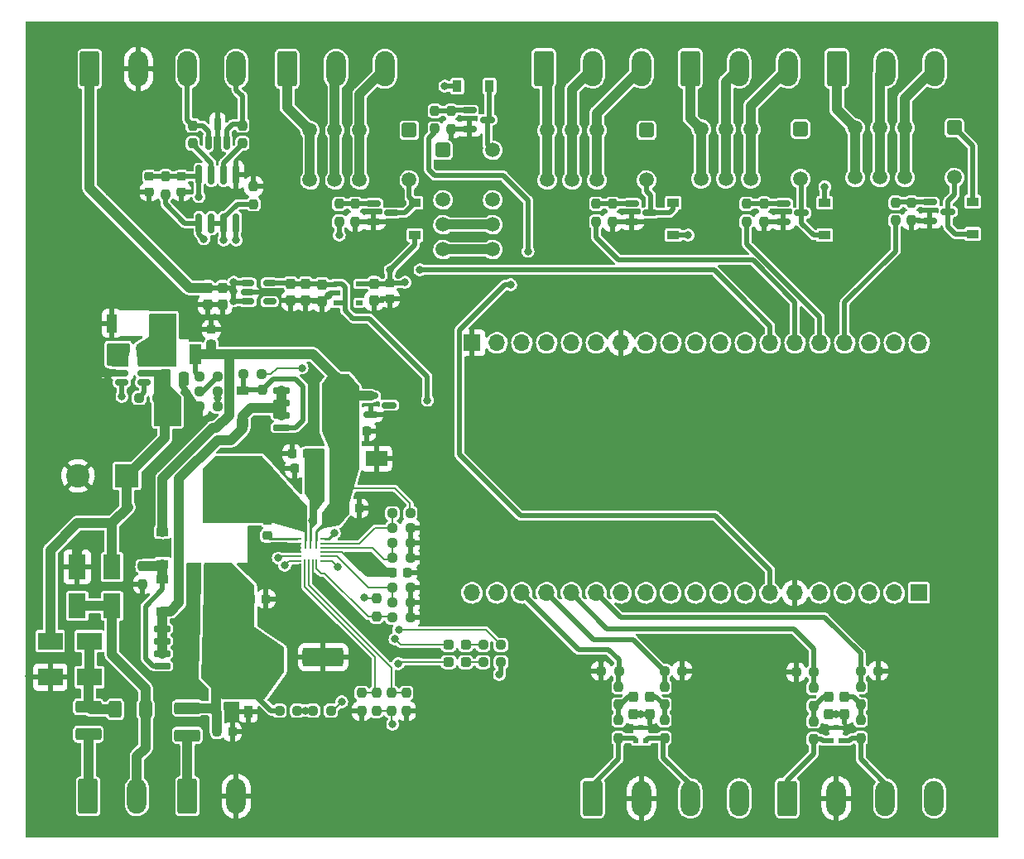
<source format=gbr>
%TF.GenerationSoftware,KiCad,Pcbnew,(6.0.8)*%
%TF.CreationDate,2023-11-14T22:22:01+13:00*%
%TF.ProjectId,Brain,42726169-6e2e-46b6-9963-61645f706362,rev?*%
%TF.SameCoordinates,Original*%
%TF.FileFunction,Copper,L1,Top*%
%TF.FilePolarity,Positive*%
%FSLAX46Y46*%
G04 Gerber Fmt 4.6, Leading zero omitted, Abs format (unit mm)*
G04 Created by KiCad (PCBNEW (6.0.8)) date 2023-11-14 22:22:01*
%MOMM*%
%LPD*%
G01*
G04 APERTURE LIST*
G04 Aperture macros list*
%AMRoundRect*
0 Rectangle with rounded corners*
0 $1 Rounding radius*
0 $2 $3 $4 $5 $6 $7 $8 $9 X,Y pos of 4 corners*
0 Add a 4 corners polygon primitive as box body*
4,1,4,$2,$3,$4,$5,$6,$7,$8,$9,$2,$3,0*
0 Add four circle primitives for the rounded corners*
1,1,$1+$1,$2,$3*
1,1,$1+$1,$4,$5*
1,1,$1+$1,$6,$7*
1,1,$1+$1,$8,$9*
0 Add four rect primitives between the rounded corners*
20,1,$1+$1,$2,$3,$4,$5,0*
20,1,$1+$1,$4,$5,$6,$7,0*
20,1,$1+$1,$6,$7,$8,$9,0*
20,1,$1+$1,$8,$9,$2,$3,0*%
G04 Aperture macros list end*
%TA.AperFunction,SMDPad,CuDef*%
%ADD10RoundRect,0.150000X-0.725000X-0.150000X0.725000X-0.150000X0.725000X0.150000X-0.725000X0.150000X0*%
%TD*%
%TA.AperFunction,SMDPad,CuDef*%
%ADD11RoundRect,0.150000X-0.512500X-0.150000X0.512500X-0.150000X0.512500X0.150000X-0.512500X0.150000X0*%
%TD*%
%TA.AperFunction,SMDPad,CuDef*%
%ADD12R,0.700000X0.510000*%
%TD*%
%TA.AperFunction,SMDPad,CuDef*%
%ADD13R,0.203200X0.812800*%
%TD*%
%TA.AperFunction,SMDPad,CuDef*%
%ADD14R,0.250012X1.699997*%
%TD*%
%TA.AperFunction,SMDPad,CuDef*%
%ADD15R,0.812800X0.254000*%
%TD*%
%TA.AperFunction,SMDPad,CuDef*%
%ADD16R,0.812800X0.203200*%
%TD*%
%TA.AperFunction,SMDPad,CuDef*%
%ADD17RoundRect,0.150000X0.150000X-0.825000X0.150000X0.825000X-0.150000X0.825000X-0.150000X-0.825000X0*%
%TD*%
%TA.AperFunction,SMDPad,CuDef*%
%ADD18RoundRect,0.250000X-0.400000X-0.625000X0.400000X-0.625000X0.400000X0.625000X-0.400000X0.625000X0*%
%TD*%
%TA.AperFunction,SMDPad,CuDef*%
%ADD19RoundRect,0.237500X-0.237500X0.250000X-0.237500X-0.250000X0.237500X-0.250000X0.237500X0.250000X0*%
%TD*%
%TA.AperFunction,SMDPad,CuDef*%
%ADD20RoundRect,0.237500X0.237500X-0.250000X0.237500X0.250000X-0.237500X0.250000X-0.237500X-0.250000X0*%
%TD*%
%TA.AperFunction,SMDPad,CuDef*%
%ADD21RoundRect,0.237500X0.250000X0.237500X-0.250000X0.237500X-0.250000X-0.237500X0.250000X-0.237500X0*%
%TD*%
%TA.AperFunction,SMDPad,CuDef*%
%ADD22RoundRect,0.237500X-0.250000X-0.237500X0.250000X-0.237500X0.250000X0.237500X-0.250000X0.237500X0*%
%TD*%
%TA.AperFunction,SMDPad,CuDef*%
%ADD23RoundRect,0.150000X-0.587500X-0.150000X0.587500X-0.150000X0.587500X0.150000X-0.587500X0.150000X0*%
%TD*%
%TA.AperFunction,SMDPad,CuDef*%
%ADD24R,2.800000X2.000000*%
%TD*%
%TA.AperFunction,SMDPad,CuDef*%
%ADD25R,1.250000X2.000000*%
%TD*%
%TA.AperFunction,ComponentPad*%
%ADD26RoundRect,0.250500X-0.499500X0.499500X-0.499500X-0.499500X0.499500X-0.499500X0.499500X0.499500X0*%
%TD*%
%TA.AperFunction,ComponentPad*%
%ADD27C,1.500000*%
%TD*%
%TA.AperFunction,ComponentPad*%
%ADD28RoundRect,0.250500X-0.499500X-0.499500X0.499500X-0.499500X0.499500X0.499500X-0.499500X0.499500X0*%
%TD*%
%TA.AperFunction,ComponentPad*%
%ADD29RoundRect,0.250000X-0.750000X-1.550000X0.750000X-1.550000X0.750000X1.550000X-0.750000X1.550000X0*%
%TD*%
%TA.AperFunction,ComponentPad*%
%ADD30O,2.000000X3.600000*%
%TD*%
%TA.AperFunction,ComponentPad*%
%ADD31R,1.700000X1.700000*%
%TD*%
%TA.AperFunction,ComponentPad*%
%ADD32O,1.700000X1.700000*%
%TD*%
%TA.AperFunction,SMDPad,CuDef*%
%ADD33RoundRect,0.250000X-1.075000X0.375000X-1.075000X-0.375000X1.075000X-0.375000X1.075000X0.375000X0*%
%TD*%
%TA.AperFunction,SMDPad,CuDef*%
%ADD34RoundRect,0.250000X1.075000X-0.375000X1.075000X0.375000X-1.075000X0.375000X-1.075000X-0.375000X0*%
%TD*%
%TA.AperFunction,SMDPad,CuDef*%
%ADD35R,1.200000X0.900000*%
%TD*%
%TA.AperFunction,SMDPad,CuDef*%
%ADD36R,0.900000X1.200000*%
%TD*%
%TA.AperFunction,SMDPad,CuDef*%
%ADD37R,0.500000X0.600000*%
%TD*%
%TA.AperFunction,SMDPad,CuDef*%
%ADD38RoundRect,0.237500X-0.287500X-0.237500X0.287500X-0.237500X0.287500X0.237500X-0.287500X0.237500X0*%
%TD*%
%TA.AperFunction,SMDPad,CuDef*%
%ADD39R,1.012800X1.905000*%
%TD*%
%TA.AperFunction,SMDPad,CuDef*%
%ADD40R,1.800000X2.500000*%
%TD*%
%TA.AperFunction,SMDPad,CuDef*%
%ADD41R,2.500000X1.800000*%
%TD*%
%TA.AperFunction,SMDPad,CuDef*%
%ADD42RoundRect,0.150000X0.150000X-0.587500X0.150000X0.587500X-0.150000X0.587500X-0.150000X-0.587500X0*%
%TD*%
%TA.AperFunction,SMDPad,CuDef*%
%ADD43RoundRect,0.237500X-0.237500X0.300000X-0.237500X-0.300000X0.237500X-0.300000X0.237500X0.300000X0*%
%TD*%
%TA.AperFunction,SMDPad,CuDef*%
%ADD44RoundRect,0.225000X0.225000X0.250000X-0.225000X0.250000X-0.225000X-0.250000X0.225000X-0.250000X0*%
%TD*%
%TA.AperFunction,SMDPad,CuDef*%
%ADD45RoundRect,0.250000X-1.825000X-0.700000X1.825000X-0.700000X1.825000X0.700000X-1.825000X0.700000X0*%
%TD*%
%TA.AperFunction,SMDPad,CuDef*%
%ADD46RoundRect,0.225000X0.250000X-0.225000X0.250000X0.225000X-0.250000X0.225000X-0.250000X-0.225000X0*%
%TD*%
%TA.AperFunction,SMDPad,CuDef*%
%ADD47RoundRect,0.225000X-0.225000X-0.250000X0.225000X-0.250000X0.225000X0.250000X-0.225000X0.250000X0*%
%TD*%
%TA.AperFunction,SMDPad,CuDef*%
%ADD48RoundRect,0.250000X-0.250000X-0.475000X0.250000X-0.475000X0.250000X0.475000X-0.250000X0.475000X0*%
%TD*%
%TA.AperFunction,SMDPad,CuDef*%
%ADD49R,2.200000X1.600000*%
%TD*%
%TA.AperFunction,ComponentPad*%
%ADD50C,2.400000*%
%TD*%
%TA.AperFunction,ComponentPad*%
%ADD51R,2.400000X2.400000*%
%TD*%
%TA.AperFunction,SMDPad,CuDef*%
%ADD52RoundRect,0.225000X-0.250000X0.225000X-0.250000X-0.225000X0.250000X-0.225000X0.250000X0.225000X0*%
%TD*%
%TA.AperFunction,ViaPad*%
%ADD53C,0.800000*%
%TD*%
%TA.AperFunction,Conductor*%
%ADD54C,0.250000*%
%TD*%
%TA.AperFunction,Conductor*%
%ADD55C,0.500000*%
%TD*%
%TA.AperFunction,Conductor*%
%ADD56C,0.200000*%
%TD*%
%TA.AperFunction,Conductor*%
%ADD57C,1.000000*%
%TD*%
G04 APERTURE END LIST*
D10*
%TO.P,Q1,1,D*%
%TO.N,+12V*%
X126457000Y-104009000D03*
%TO.P,Q1,2,D*%
X126457000Y-105279000D03*
%TO.P,Q1,3,D*%
X126457000Y-106549000D03*
%TO.P,Q1,4,G*%
%TO.N,Net-(D7-Pad2)*%
X126457000Y-107819000D03*
%TO.P,Q1,5,S*%
%TO.N,13.8V*%
X131607000Y-107819000D03*
%TO.P,Q1,6,S*%
X131607000Y-106549000D03*
%TO.P,Q1,7,S*%
X131607000Y-105279000D03*
%TO.P,Q1,8,S*%
X131607000Y-104009000D03*
%TD*%
D11*
%TO.P,U5,1,IN*%
%TO.N,+12V*%
X122941500Y-93030000D03*
%TO.P,U5,2,GND*%
%TO.N,GND*%
X122941500Y-93980000D03*
%TO.P,U5,3,EN*%
%TO.N,+12V*%
X122941500Y-94930000D03*
%TO.P,U5,4,NC*%
%TO.N,unconnected-(U5-Pad4)*%
X125216500Y-94930000D03*
%TO.P,U5,5,OUT*%
%TO.N,+5V*%
X125216500Y-93030000D03*
%TD*%
D12*
%TO.P,U4,1,IN*%
%TO.N,+5V*%
X132063000Y-93144000D03*
%TO.P,U4,2,GND*%
%TO.N,GND*%
X132063000Y-94094000D03*
%TO.P,U4,3,EN*%
%TO.N,+5V*%
X132063000Y-95044000D03*
%TO.P,U4,4*%
%TO.N,N/C*%
X134383000Y-95044000D03*
%TO.P,U4,5,OUT*%
%TO.N,+3.3V*%
X134383000Y-93144000D03*
%TD*%
D13*
%TO.P,U3,12,AGND*%
%TO.N,GND*%
X129616000Y-121738000D03*
%TO.P,U3,13,NTC*%
%TO.N,Net-(R21-Pad2)*%
X130016000Y-121738000D03*
%TO.P,U3,11,VB*%
%TO.N,VB*%
X129216000Y-121738000D03*
D14*
%TO.P,U3,1,IN*%
%TO.N,13.8V*%
X129966000Y-119388000D03*
%TO.P,U3,3,SW*%
%TO.N,Net-(C12-Pad2)*%
X128866000Y-119388000D03*
D13*
%TO.P,U3,10,CELL*%
%TO.N,CELL*%
X128816000Y-121738000D03*
D14*
%TO.P,U3,2,PMID*%
%TO.N,Net-(C11-Pad2)*%
X129416000Y-119388000D03*
D15*
%TO.P,U3,9,_ACOK*%
%TO.N,Net-(D8-Pad1)*%
X128016000Y-121488000D03*
%TO.P,U3,4,BST*%
%TO.N,Net-(C12-Pad1)*%
X128016000Y-119188000D03*
%TO.P,U3,14,BATT*%
%TO.N,Net-(R25-Pad2)*%
X130816000Y-121488000D03*
%TO.P,U3,19,PMID_S*%
%TO.N,Net-(C11-Pad2)*%
X130816000Y-119188000D03*
D16*
%TO.P,U3,8,~STAT*%
%TO.N,Net-(D11-Pad1)*%
X128016000Y-120937999D03*
%TO.P,U3,7,PGND*%
%TO.N,GND*%
X128016000Y-120538000D03*
%TO.P,U3,6,PGND*%
X128016000Y-120138000D03*
%TO.P,U3,5,PGND*%
X128016000Y-119738001D03*
%TO.P,U3,15,ISET*%
%TO.N,ISET*%
X130816000Y-120937999D03*
%TO.P,U3,16,VCC*%
%TO.N,VCC*%
X130816000Y-120538000D03*
%TO.P,U3,17,ILIM*%
%TO.N,ILIM*%
X130816000Y-120138000D03*
%TO.P,U3,18,VDPM*%
%TO.N,Net-(R5-Pad2)*%
X130816000Y-119738001D03*
%TD*%
D11*
%TO.P,U2,1,BST*%
%TO.N,Net-(C10-Pad1)*%
X110109000Y-101285000D03*
%TO.P,U2,2,GND*%
%TO.N,GND*%
X110109000Y-102235000D03*
%TO.P,U2,3,FB*%
%TO.N,Net-(R18-Pad2)*%
X110109000Y-103185000D03*
%TO.P,U2,4,EN*%
%TO.N,Net-(R14-Pad2)*%
X112384000Y-103185000D03*
%TO.P,U2,5,VIN*%
%TO.N,24v*%
X112384000Y-102235000D03*
%TO.P,U2,6,LX*%
%TO.N,Net-(C10-Pad2)*%
X112384000Y-101285000D03*
%TD*%
D17*
%TO.P,U1,1,R*%
%TO.N,485_Rx*%
X117983000Y-86906500D03*
%TO.P,U1,2,_RE*%
%TO.N,485_DIR*%
X119253000Y-86906500D03*
%TO.P,U1,3,DE*%
X120523000Y-86906500D03*
%TO.P,U1,4,D*%
%TO.N,485_Tx*%
X121793000Y-86906500D03*
%TO.P,U1,5,GND*%
%TO.N,GND*%
X121793000Y-81956500D03*
%TO.P,U1,6,A*%
%TO.N,Net-(R4-Pad1)*%
X120523000Y-81956500D03*
%TO.P,U1,7,B*%
%TO.N,Net-(R3-Pad1)*%
X119253000Y-81956500D03*
%TO.P,U1,8,VCC*%
%TO.N,+3.3V*%
X117983000Y-81956500D03*
%TD*%
D18*
%TO.P,RV1,2*%
%TO.N,Net-(D5-Pad1)*%
X112522000Y-136652000D03*
%TO.P,RV1,1*%
%TO.N,Net-(D3-Pad1)*%
X109422000Y-136652000D03*
%TD*%
D19*
%TO.P,R49,1*%
%TO.N,Net-(Q7-Pad1)*%
X190881000Y-84812500D03*
%TO.P,R49,2*%
%TO.N,GND*%
X190881000Y-86637500D03*
%TD*%
%TO.P,R48,1*%
%TO.N,Net-(Q6-Pad1)*%
X160274000Y-84939500D03*
%TO.P,R48,2*%
%TO.N,GND*%
X160274000Y-86764500D03*
%TD*%
D20*
%TO.P,R47,1*%
%TO.N,Out4*%
X189230000Y-86637500D03*
%TO.P,R47,2*%
%TO.N,Net-(Q7-Pad1)*%
X189230000Y-84812500D03*
%TD*%
%TO.P,R46,1*%
%TO.N,Out2*%
X158623000Y-86764500D03*
%TO.P,R46,2*%
%TO.N,Net-(Q6-Pad1)*%
X158623000Y-84939500D03*
%TD*%
D19*
%TO.P,R45,1*%
%TO.N,Net-(Q5-Pad1)*%
X143764000Y-75438000D03*
%TO.P,R45,2*%
%TO.N,GND*%
X143764000Y-77263000D03*
%TD*%
D20*
%TO.P,R44,1*%
%TO.N,12V_COMMON_ENABLE*%
X142113000Y-77239500D03*
%TO.P,R44,2*%
%TO.N,Net-(Q5-Pad1)*%
X142113000Y-75414500D03*
%TD*%
D19*
%TO.P,R43,1*%
%TO.N,Net-(Q4-Pad1)*%
X133985000Y-84939500D03*
%TO.P,R43,2*%
%TO.N,GND*%
X133985000Y-86764500D03*
%TD*%
%TO.P,R42,1*%
%TO.N,Net-(Q3-Pad1)*%
X175768000Y-84916000D03*
%TO.P,R42,2*%
%TO.N,GND*%
X175768000Y-86741000D03*
%TD*%
D20*
%TO.P,R41,1*%
%TO.N,Out1*%
X132334000Y-86764500D03*
%TO.P,R41,2*%
%TO.N,Net-(Q4-Pad1)*%
X132334000Y-84939500D03*
%TD*%
%TO.P,R40,1*%
%TO.N,Out3*%
X173990000Y-86764500D03*
%TO.P,R40,2*%
%TO.N,Net-(Q3-Pad1)*%
X173990000Y-84939500D03*
%TD*%
D21*
%TO.P,R39,1*%
%TO.N,GND*%
X187475500Y-132715000D03*
%TO.P,R39,2*%
%TO.N,In4*%
X185650500Y-132715000D03*
%TD*%
%TO.P,R38,1*%
%TO.N,GND*%
X167409500Y-132715000D03*
%TO.P,R38,2*%
%TO.N,In2*%
X165584500Y-132715000D03*
%TD*%
D22*
%TO.P,R37,1*%
%TO.N,GND*%
X179046500Y-132842000D03*
%TO.P,R37,2*%
%TO.N,In3*%
X180871500Y-132842000D03*
%TD*%
%TO.P,R36,1*%
%TO.N,GND*%
X159107500Y-132715000D03*
%TO.P,R36,2*%
%TO.N,In1*%
X160932500Y-132715000D03*
%TD*%
D20*
%TO.P,R35,1*%
%TO.N,Net-(C25-Pad1)*%
X180848000Y-136294500D03*
%TO.P,R35,2*%
%TO.N,In3*%
X180848000Y-134469500D03*
%TD*%
%TO.P,R34,1*%
%TO.N,Net-(C27-Pad1)*%
X185674000Y-136167500D03*
%TO.P,R34,2*%
%TO.N,In4*%
X185674000Y-134342500D03*
%TD*%
%TO.P,R33,1*%
%TO.N,Net-(C24-Pad1)*%
X160909000Y-136167500D03*
%TO.P,R33,2*%
%TO.N,In1*%
X160909000Y-134342500D03*
%TD*%
%TO.P,R32,1*%
%TO.N,Net-(C26-Pad1)*%
X165608000Y-136167500D03*
%TO.P,R32,2*%
%TO.N,In2*%
X165608000Y-134342500D03*
%TD*%
%TO.P,R31,1*%
%TO.N,Net-(D16-Pad1)*%
X180848000Y-139700000D03*
%TO.P,R31,2*%
%TO.N,Net-(C25-Pad1)*%
X180848000Y-137875000D03*
%TD*%
%TO.P,R30,1*%
%TO.N,Net-(D16-Pad2)*%
X185674000Y-139596500D03*
%TO.P,R30,2*%
%TO.N,Net-(C27-Pad1)*%
X185674000Y-137771500D03*
%TD*%
%TO.P,R29,1*%
%TO.N,Net-(D15-Pad1)*%
X160909000Y-139596500D03*
%TO.P,R29,2*%
%TO.N,Net-(C24-Pad1)*%
X160909000Y-137771500D03*
%TD*%
%TO.P,R28,1*%
%TO.N,Net-(D15-Pad2)*%
X165608000Y-139573000D03*
%TO.P,R28,2*%
%TO.N,Net-(C26-Pad1)*%
X165608000Y-137748000D03*
%TD*%
D19*
%TO.P,R27,1*%
%TO.N,Net-(D12-Pad1)*%
X112235000Y-122019500D03*
%TO.P,R27,2*%
%TO.N,GND*%
X112235000Y-123844500D03*
%TD*%
D22*
%TO.P,R26,2*%
%TO.N,ACOK*%
X131468500Y-136779000D03*
%TO.P,R26,1*%
%TO.N,Net-(R25-Pad2)*%
X129643500Y-136779000D03*
%TD*%
%TO.P,R25,2*%
%TO.N,Net-(R25-Pad2)*%
X128039500Y-136779000D03*
%TO.P,R25,1*%
%TO.N,Net-(C13-Pad2)*%
X126214500Y-136779000D03*
%TD*%
%TO.P,R24,1*%
%TO.N,ISET*%
X137771500Y-125730000D03*
%TO.P,R24,2*%
%TO.N,GND*%
X139596500Y-125730000D03*
%TD*%
%TO.P,R23,1*%
%TO.N,ILIM*%
X137771500Y-119634000D03*
%TO.P,R23,2*%
%TO.N,GND*%
X139596500Y-119634000D03*
%TD*%
%TO.P,R22,2*%
%TO.N,GND*%
X139596500Y-127254000D03*
%TO.P,R22,1*%
%TO.N,Net-(R21-Pad2)*%
X137771500Y-127254000D03*
%TD*%
D19*
%TO.P,R21,2*%
%TO.N,Net-(R21-Pad2)*%
X136144000Y-127150500D03*
%TO.P,R21,1*%
%TO.N,VCC*%
X136144000Y-125325500D03*
%TD*%
D22*
%TO.P,R20,2*%
%TO.N,VCC*%
X148867500Y-130048000D03*
%TO.P,R20,1*%
%TO.N,Net-(D11-Pad2)*%
X147042500Y-130048000D03*
%TD*%
D21*
%TO.P,R19,1*%
%TO.N,Net-(R18-Pad2)*%
X119882500Y-105664000D03*
%TO.P,R19,2*%
%TO.N,GND*%
X118057500Y-105664000D03*
%TD*%
D22*
%TO.P,R18,1*%
%TO.N,Net-(R17-Pad2)*%
X118057500Y-104140000D03*
%TO.P,R18,2*%
%TO.N,Net-(R18-Pad2)*%
X119882500Y-104140000D03*
%TD*%
%TO.P,R17,1*%
%TO.N,13.8V*%
X118057500Y-102616000D03*
%TO.P,R17,2*%
%TO.N,Net-(R17-Pad2)*%
X119882500Y-102616000D03*
%TD*%
%TO.P,R16,2*%
%TO.N,GND*%
X139596500Y-124206000D03*
%TO.P,R16,1*%
%TO.N,ISET*%
X137771500Y-124206000D03*
%TD*%
%TO.P,R15,2*%
%TO.N,GND*%
X139596500Y-121154000D03*
%TO.P,R15,1*%
%TO.N,ILIM*%
X137771500Y-121154000D03*
%TD*%
D21*
%TO.P,R14,1*%
%TO.N,24v*%
X113688500Y-104775000D03*
%TO.P,R14,2*%
%TO.N,Net-(R14-Pad2)*%
X111863500Y-104775000D03*
%TD*%
D19*
%TO.P,R13,2*%
%TO.N,GND*%
X134620000Y-136802500D03*
%TO.P,R13,1*%
%TO.N,CELL*%
X134620000Y-134977500D03*
%TD*%
D21*
%TO.P,R12,2*%
%TO.N,Net-(D8-Pad2)*%
X147042500Y-131826000D03*
%TO.P,R12,1*%
%TO.N,+12V*%
X148867500Y-131826000D03*
%TD*%
D20*
%TO.P,R11,2*%
%TO.N,CELL*%
X136144000Y-134977500D03*
%TO.P,R11,1*%
%TO.N,VCC*%
X136144000Y-136802500D03*
%TD*%
D19*
%TO.P,R10,2*%
%TO.N,VCC*%
X137668000Y-136779000D03*
%TO.P,R10,1*%
%TO.N,VB*%
X137668000Y-134954000D03*
%TD*%
%TO.P,R9,2*%
%TO.N,GND*%
X139192000Y-136802500D03*
%TO.P,R9,1*%
%TO.N,VB*%
X139192000Y-134977500D03*
%TD*%
D20*
%TO.P,R8,1*%
%TO.N,+12V*%
X124460000Y-105810500D03*
%TO.P,R8,2*%
%TO.N,Net-(D7-Pad2)*%
X124460000Y-103985500D03*
%TD*%
D21*
%TO.P,R7,2*%
%TO.N,Net-(D7-Pad2)*%
X122531500Y-102358000D03*
%TO.P,R7,1*%
%TO.N,ACOK*%
X124356500Y-102358000D03*
%TD*%
D22*
%TO.P,R6,2*%
%TO.N,GND*%
X139596500Y-118110000D03*
%TO.P,R6,1*%
%TO.N,Net-(R5-Pad2)*%
X137771500Y-118110000D03*
%TD*%
D21*
%TO.P,R5,2*%
%TO.N,Net-(R5-Pad2)*%
X137771500Y-116586000D03*
%TO.P,R5,1*%
%TO.N,13.8V*%
X139596500Y-116586000D03*
%TD*%
D20*
%TO.P,R4,1*%
%TO.N,Net-(R4-Pad1)*%
X122428000Y-78740000D03*
%TO.P,R4,2*%
%TO.N,Net-(D1-Pad2)*%
X122428000Y-76915000D03*
%TD*%
%TO.P,R3,1*%
%TO.N,Net-(R3-Pad1)*%
X117348000Y-78740000D03*
%TO.P,R3,2*%
%TO.N,Net-(D1-Pad1)*%
X117348000Y-76915000D03*
%TD*%
D19*
%TO.P,R2,1*%
%TO.N,GND*%
X123571000Y-83138000D03*
%TO.P,R2,2*%
%TO.N,485_DIR*%
X123571000Y-84963000D03*
%TD*%
D20*
%TO.P,R1,1*%
%TO.N,485_Rx*%
X114554000Y-83947000D03*
%TO.P,R1,2*%
%TO.N,+3.3V*%
X114554000Y-82122000D03*
%TD*%
D23*
%TO.P,Q7,1,G*%
%TO.N,Net-(Q7-Pad1)*%
X192737500Y-84775000D03*
%TO.P,Q7,2,S*%
%TO.N,GND*%
X192737500Y-86675000D03*
%TO.P,Q7,3,D*%
%TO.N,Net-(D21-Pad2)*%
X194612500Y-85725000D03*
%TD*%
%TO.P,Q6,1,G*%
%TO.N,Net-(Q6-Pad1)*%
X162257500Y-84902000D03*
%TO.P,Q6,2,S*%
%TO.N,GND*%
X162257500Y-86802000D03*
%TO.P,Q6,3,D*%
%TO.N,Net-(D20-Pad2)*%
X164132500Y-85852000D03*
%TD*%
%TO.P,Q5,1,G*%
%TO.N,Net-(Q5-Pad1)*%
X145620500Y-75377000D03*
%TO.P,Q5,2,S*%
%TO.N,GND*%
X145620500Y-77277000D03*
%TO.P,Q5,3,D*%
%TO.N,Net-(D19-Pad2)*%
X147495500Y-76327000D03*
%TD*%
%TO.P,Q4,1,G*%
%TO.N,Net-(Q4-Pad1)*%
X135841500Y-84902000D03*
%TO.P,Q4,2,S*%
%TO.N,GND*%
X135841500Y-86802000D03*
%TO.P,Q4,3,D*%
%TO.N,Net-(D18-Pad2)*%
X137716500Y-85852000D03*
%TD*%
%TO.P,Q3,1,G*%
%TO.N,Net-(Q3-Pad1)*%
X177751500Y-84902000D03*
%TO.P,Q3,2,S*%
%TO.N,GND*%
X177751500Y-86802000D03*
%TO.P,Q3,3,D*%
%TO.N,Net-(D17-Pad2)*%
X179626500Y-85852000D03*
%TD*%
D10*
%TO.P,Q2,1,D*%
%TO.N,+12V*%
X114232000Y-128393000D03*
%TO.P,Q2,2,D*%
X114232000Y-129663000D03*
%TO.P,Q2,3,D*%
X114232000Y-130933000D03*
%TO.P,Q2,4,G*%
%TO.N,Net-(D12-Pad1)*%
X114232000Y-132203000D03*
%TO.P,Q2,5,S*%
%TO.N,Net-(C13-Pad2)*%
X119382000Y-132203000D03*
%TO.P,Q2,6,S*%
X119382000Y-130933000D03*
%TO.P,Q2,7,S*%
X119382000Y-129663000D03*
%TO.P,Q2,8,S*%
X119382000Y-128393000D03*
%TD*%
D24*
%TO.P,L2,2,2*%
%TO.N,Net-(C13-Pad2)*%
X119888000Y-122680000D03*
%TO.P,L2,1,1*%
%TO.N,Net-(C12-Pad2)*%
X119788000Y-116580000D03*
%TD*%
D25*
%TO.P,L1,1,1*%
%TO.N,Net-(C10-Pad2)*%
X115057000Y-100230000D03*
%TO.P,L1,2,2*%
%TO.N,13.8V*%
X117607000Y-100330000D03*
%TD*%
D26*
%TO.P,K5,1*%
%TO.N,+3.3V*%
X195253500Y-77161500D03*
D27*
%TO.P,K5,3*%
%TO.N,Net-(J11-Pad3)*%
X190173500Y-77161500D03*
%TO.P,K5,4*%
%TO.N,Net-(J11-Pad2)*%
X187633500Y-77161500D03*
%TO.P,K5,5*%
%TO.N,Net-(J11-Pad1)*%
X185093500Y-77161500D03*
%TO.P,K5,8*%
X185093500Y-82241500D03*
%TO.P,K5,9*%
%TO.N,Net-(J11-Pad2)*%
X187633500Y-82241500D03*
%TO.P,K5,10*%
%TO.N,Net-(J11-Pad3)*%
X190173500Y-82241500D03*
%TO.P,K5,12*%
%TO.N,Net-(D21-Pad2)*%
X195253500Y-82241500D03*
%TD*%
D26*
%TO.P,K4,1*%
%TO.N,+3.3V*%
X163757500Y-77415500D03*
D27*
%TO.P,K4,3*%
%TO.N,Net-(J10-Pad3)*%
X158677500Y-77415500D03*
%TO.P,K4,4*%
%TO.N,Net-(J10-Pad2)*%
X156137500Y-77415500D03*
%TO.P,K4,5*%
%TO.N,Net-(J10-Pad1)*%
X153597500Y-77415500D03*
%TO.P,K4,8*%
X153597500Y-82495500D03*
%TO.P,K4,9*%
%TO.N,Net-(J10-Pad2)*%
X156137500Y-82495500D03*
%TO.P,K4,10*%
%TO.N,Net-(J10-Pad3)*%
X158677500Y-82495500D03*
%TO.P,K4,12*%
%TO.N,Net-(D20-Pad2)*%
X163757500Y-82495500D03*
%TD*%
D28*
%TO.P,K3,1*%
%TO.N,+3.3V*%
X142947500Y-79447500D03*
D27*
%TO.P,K3,3*%
%TO.N,unconnected-(K3-Pad3)*%
X142947500Y-84527500D03*
%TO.P,K3,4*%
%TO.N,+12V*%
X142947500Y-87067500D03*
%TO.P,K3,5*%
%TO.N,/Outputs/12V_COMMON*%
X142947500Y-89607500D03*
%TO.P,K3,8*%
X148027500Y-89607500D03*
%TO.P,K3,9*%
%TO.N,+12V*%
X148027500Y-87067500D03*
%TO.P,K3,10*%
%TO.N,unconnected-(K3-Pad10)*%
X148027500Y-84527500D03*
%TO.P,K3,12*%
%TO.N,Net-(D19-Pad2)*%
X148027500Y-79447500D03*
%TD*%
D26*
%TO.P,K2,1*%
%TO.N,+3.3V*%
X139500500Y-77415500D03*
D27*
%TO.P,K2,3*%
%TO.N,Net-(J9-Pad3)*%
X134420500Y-77415500D03*
%TO.P,K2,4*%
%TO.N,/Outputs/12V_COMMON*%
X131880500Y-77415500D03*
%TO.P,K2,5*%
%TO.N,Net-(J9-Pad1)*%
X129340500Y-77415500D03*
%TO.P,K2,8*%
X129340500Y-82495500D03*
%TO.P,K2,9*%
%TO.N,/Outputs/12V_COMMON*%
X131880500Y-82495500D03*
%TO.P,K2,10*%
%TO.N,Net-(J9-Pad3)*%
X134420500Y-82495500D03*
%TO.P,K2,12*%
%TO.N,Net-(D18-Pad2)*%
X139500500Y-82495500D03*
%TD*%
D26*
%TO.P,K1,1*%
%TO.N,+3.3V*%
X179505500Y-77288500D03*
D27*
%TO.P,K1,3*%
%TO.N,Net-(J8-Pad3)*%
X174425500Y-77288500D03*
%TO.P,K1,4*%
%TO.N,Net-(J8-Pad2)*%
X171885500Y-77288500D03*
%TO.P,K1,5*%
%TO.N,Net-(J8-Pad1)*%
X169345500Y-77288500D03*
%TO.P,K1,8*%
X169345500Y-82368500D03*
%TO.P,K1,9*%
%TO.N,Net-(J8-Pad2)*%
X171885500Y-82368500D03*
%TO.P,K1,10*%
%TO.N,Net-(J8-Pad3)*%
X174425500Y-82368500D03*
%TO.P,K1,12*%
%TO.N,Net-(D17-Pad2)*%
X179505500Y-82368500D03*
%TD*%
D29*
%TO.P,J11,1,Pin_1*%
%TO.N,Net-(J11-Pad1)*%
X183214000Y-71080500D03*
D30*
%TO.P,J11,2,Pin_2*%
%TO.N,Net-(J11-Pad2)*%
X188214000Y-71080500D03*
%TO.P,J11,3,Pin_3*%
%TO.N,Net-(J11-Pad3)*%
X193214000Y-71080500D03*
%TD*%
D29*
%TO.P,J10,1,Pin_1*%
%TO.N,Net-(J10-Pad1)*%
X153242000Y-71080500D03*
D30*
%TO.P,J10,2,Pin_2*%
%TO.N,Net-(J10-Pad2)*%
X158242000Y-71080500D03*
%TO.P,J10,3,Pin_3*%
%TO.N,Net-(J10-Pad3)*%
X163242000Y-71080500D03*
%TD*%
D29*
%TO.P,J9,1,Pin_1*%
%TO.N,Net-(J9-Pad1)*%
X127000000Y-71120000D03*
D30*
%TO.P,J9,2,Pin_2*%
%TO.N,/Outputs/12V_COMMON*%
X132000000Y-71120000D03*
%TO.P,J9,3,Pin_3*%
%TO.N,Net-(J9-Pad3)*%
X137000000Y-71120000D03*
%TD*%
D29*
%TO.P,J8,1,Pin_1*%
%TO.N,Net-(J8-Pad1)*%
X168228000Y-71080500D03*
D30*
%TO.P,J8,2,Pin_2*%
%TO.N,Net-(J8-Pad2)*%
X173228000Y-71080500D03*
%TO.P,J8,3,Pin_3*%
%TO.N,Net-(J8-Pad3)*%
X178228000Y-71080500D03*
%TD*%
D29*
%TO.P,J7,1,Pin_1*%
%TO.N,Net-(D16-Pad1)*%
X178174000Y-145756500D03*
D30*
%TO.P,J7,2,Pin_2*%
%TO.N,GND*%
X183174000Y-145756500D03*
%TO.P,J7,3,Pin_3*%
%TO.N,Net-(D16-Pad2)*%
X188174000Y-145756500D03*
%TO.P,J7,4,Pin_4*%
%TO.N,+5V*%
X193174000Y-145756500D03*
%TD*%
D29*
%TO.P,J6,1,Pin_1*%
%TO.N,Net-(D15-Pad1)*%
X158235000Y-145756500D03*
D30*
%TO.P,J6,2,Pin_2*%
%TO.N,GND*%
X163235000Y-145756500D03*
%TO.P,J6,3,Pin_3*%
%TO.N,Net-(D15-Pad2)*%
X168235000Y-145756500D03*
%TO.P,J6,4,Pin_4*%
%TO.N,+5V*%
X173235000Y-145756500D03*
%TD*%
D29*
%TO.P,J5,1,Pin_1*%
%TO.N,Net-(F2-Pad2)*%
X116807000Y-145538000D03*
D30*
%TO.P,J5,2,Pin_2*%
%TO.N,GND*%
X121807000Y-145538000D03*
%TD*%
%TO.P,J4,2,Pin_2*%
%TO.N,Net-(D5-Pad1)*%
X111647000Y-145538000D03*
D29*
%TO.P,J4,1,Pin_1*%
%TO.N,Net-(F1-Pad1)*%
X106647000Y-145538000D03*
%TD*%
%TO.P,J3,1,Pin_1*%
%TO.N,+12V*%
X106807000Y-71120000D03*
D30*
%TO.P,J3,2,Pin_2*%
%TO.N,GND*%
X111807000Y-71120000D03*
%TO.P,J3,3,Pin_3*%
%TO.N,Net-(D1-Pad1)*%
X116807000Y-71120000D03*
%TO.P,J3,4,Pin_4*%
%TO.N,Net-(D1-Pad2)*%
X121807000Y-71120000D03*
%TD*%
D31*
%TO.P,J2,1,Pin_1*%
%TO.N,GND*%
X145933000Y-99162000D03*
D32*
%TO.P,J2,2,Pin_2*%
%TO.N,23*%
X148473000Y-99162000D03*
%TO.P,J2,3,Pin_3*%
%TO.N,485_DIR*%
X151013000Y-99162000D03*
%TO.P,J2,4,Pin_4*%
%TO.N,485_Tx*%
X153553000Y-99162000D03*
%TO.P,J2,5,Pin_5*%
%TO.N,485_Rx*%
X156093000Y-99162000D03*
%TO.P,J2,6,Pin_6*%
%TO.N,21*%
X158633000Y-99162000D03*
%TO.P,J2,7,Pin_7*%
%TO.N,GND*%
X161173000Y-99162000D03*
%TO.P,J2,8,Pin_8*%
%TO.N,19*%
X163713000Y-99162000D03*
%TO.P,J2,9,Pin_9*%
%TO.N,18*%
X166253000Y-99162000D03*
%TO.P,J2,10,Pin_10*%
%TO.N,5*%
X168793000Y-99162000D03*
%TO.P,J2,11,Pin_11*%
%TO.N,17*%
X171333000Y-99162000D03*
%TO.P,J2,12,Pin_12*%
%TO.N,16*%
X173873000Y-99162000D03*
%TO.P,J2,13,Pin_13*%
%TO.N,Out1*%
X176413000Y-99162000D03*
%TO.P,J2,14,Pin_14*%
%TO.N,Out2*%
X178953000Y-99162000D03*
%TO.P,J2,15,Pin_15*%
%TO.N,Out3*%
X181493000Y-99162000D03*
%TO.P,J2,16,Pin_16*%
%TO.N,Out4*%
X184033000Y-99162000D03*
%TO.P,J2,17,Pin_17*%
%TO.N,D1*%
X186573000Y-99162000D03*
%TO.P,J2,18,Pin_18*%
%TO.N,D0*%
X189113000Y-99162000D03*
%TO.P,J2,19,Pin_19*%
%TO.N,CLK*%
X191653000Y-99162000D03*
%TD*%
%TO.P,J1,19,Pin_19*%
%TO.N,+3.3V*%
X145913000Y-124739000D03*
%TO.P,J1,18,Pin_18*%
%TO.N,EN*%
X148453000Y-124739000D03*
%TO.P,J1,17,Pin_17*%
%TO.N,In1*%
X150993000Y-124739000D03*
%TO.P,J1,16,Pin_16*%
%TO.N,In2*%
X153533000Y-124739000D03*
%TO.P,J1,15,Pin_15*%
%TO.N,In3*%
X156073000Y-124739000D03*
%TO.P,J1,14,Pin_14*%
%TO.N,In4*%
X158613000Y-124739000D03*
%TO.P,J1,13,Pin_13*%
%TO.N,32*%
X161153000Y-124739000D03*
%TO.P,J1,12,Pin_12*%
%TO.N,33*%
X163693000Y-124739000D03*
%TO.P,J1,11,Pin_11*%
%TO.N,25*%
X166233000Y-124739000D03*
%TO.P,J1,10,Pin_10*%
%TO.N,26*%
X168773000Y-124739000D03*
%TO.P,J1,9,Pin_9*%
%TO.N,27*%
X171313000Y-124739000D03*
%TO.P,J1,8,Pin_8*%
%TO.N,14*%
X173853000Y-124739000D03*
%TO.P,J1,7,Pin_7*%
%TO.N,12V_COMMON_ENABLE*%
X176393000Y-124739000D03*
%TO.P,J1,6,Pin_6*%
%TO.N,GND*%
X178933000Y-124739000D03*
%TO.P,J1,5,Pin_5*%
%TO.N,13*%
X181473000Y-124739000D03*
%TO.P,J1,4,Pin_4*%
%TO.N,D2*%
X184013000Y-124739000D03*
%TO.P,J1,3,Pin_3*%
%TO.N,D3*%
X186553000Y-124739000D03*
%TO.P,J1,2,Pin_2*%
%TO.N,CMD*%
X189093000Y-124739000D03*
D31*
%TO.P,J1,1,Pin_1*%
%TO.N,+5V*%
X191633000Y-124739000D03*
%TD*%
D33*
%TO.P,F2,1*%
%TO.N,Net-(C13-Pad2)*%
X116807000Y-136518000D03*
%TO.P,F2,2*%
%TO.N,Net-(F2-Pad2)*%
X116807000Y-139318000D03*
%TD*%
D34*
%TO.P,F1,1*%
%TO.N,Net-(F1-Pad1)*%
X106680000Y-139195000D03*
%TO.P,F1,2*%
%TO.N,Net-(D3-Pad1)*%
X106680000Y-136395000D03*
%TD*%
D35*
%TO.P,D21,1,K*%
%TO.N,+3.3V*%
X197104000Y-84710000D03*
%TO.P,D21,2,A*%
%TO.N,Net-(D21-Pad2)*%
X197104000Y-88010000D03*
%TD*%
%TO.P,D20,1,K*%
%TO.N,+3.3V*%
X166497000Y-88137000D03*
%TO.P,D20,2,A*%
%TO.N,Net-(D20-Pad2)*%
X166497000Y-84837000D03*
%TD*%
D36*
%TO.P,D19,1,K*%
%TO.N,+3.3V*%
X144400000Y-72898000D03*
%TO.P,D19,2,A*%
%TO.N,Net-(D19-Pad2)*%
X147700000Y-72898000D03*
%TD*%
D35*
%TO.P,D18,1,K*%
%TO.N,+3.3V*%
X140081000Y-88137000D03*
%TO.P,D18,2,A*%
%TO.N,Net-(D18-Pad2)*%
X140081000Y-84837000D03*
%TD*%
%TO.P,D17,1,K*%
%TO.N,+3.3V*%
X181991000Y-84837000D03*
%TO.P,D17,2,A*%
%TO.N,Net-(D17-Pad2)*%
X181991000Y-88137000D03*
%TD*%
D37*
%TO.P,D16,1,K1*%
%TO.N,Net-(D16-Pad1)*%
X182634000Y-139842000D03*
%TO.P,D16,2,K2*%
%TO.N,Net-(D16-Pad2)*%
X183634000Y-139842000D03*
%TO.P,D16,3,A*%
%TO.N,GND*%
X183134000Y-138542000D03*
%TD*%
%TO.P,D15,1,K1*%
%TO.N,Net-(D15-Pad1)*%
X162695000Y-139842000D03*
%TO.P,D15,2,K2*%
%TO.N,Net-(D15-Pad2)*%
X163695000Y-139842000D03*
%TO.P,D15,3,A*%
%TO.N,GND*%
X163195000Y-138542000D03*
%TD*%
D36*
%TO.P,D14,1,K*%
%TO.N,Net-(C13-Pad2)*%
X119729000Y-136902000D03*
%TO.P,D14,2,A*%
%TO.N,GND*%
X123029000Y-136902000D03*
%TD*%
D35*
%TO.P,D13,1,K*%
%TO.N,+12V*%
X114267000Y-126614000D03*
%TO.P,D13,2,A*%
%TO.N,Net-(D12-Pad1)*%
X114267000Y-123314000D03*
%TD*%
%TO.P,D12,1,K*%
%TO.N,Net-(D12-Pad1)*%
X114267000Y-121788000D03*
%TO.P,D12,2,A*%
%TO.N,13.8V*%
X114267000Y-118488000D03*
%TD*%
D38*
%TO.P,D11,2,A*%
%TO.N,Net-(D11-Pad2)*%
X145274000Y-130048000D03*
%TO.P,D11,1,K*%
%TO.N,Net-(D11-Pad1)*%
X143524000Y-130048000D03*
%TD*%
D39*
%TO.P,D10,1,K*%
%TO.N,Net-(C10-Pad2)*%
X113447500Y-97155000D03*
%TO.P,D10,2,A*%
%TO.N,GND*%
X109056500Y-97155000D03*
%TD*%
D36*
%TO.P,D9,2,A*%
%TO.N,13.8V*%
X132714000Y-114042000D03*
%TO.P,D9,1,K*%
%TO.N,Net-(C11-Pad2)*%
X129414000Y-114042000D03*
%TD*%
D38*
%TO.P,D8,2,A*%
%TO.N,Net-(D8-Pad2)*%
X145274000Y-131826000D03*
%TO.P,D8,1,K*%
%TO.N,Net-(D8-Pad1)*%
X143524000Y-131826000D03*
%TD*%
D35*
%TO.P,D7,1,K*%
%TO.N,+12V*%
X122428000Y-107310000D03*
%TO.P,D7,2,A*%
%TO.N,Net-(D7-Pad2)*%
X122428000Y-104010000D03*
%TD*%
D40*
%TO.P,D6,1,K*%
%TO.N,24v*%
X109093000Y-122079000D03*
%TO.P,D6,2,A*%
%TO.N,Net-(D5-Pad1)*%
X109093000Y-126079000D03*
%TD*%
%TO.P,D5,1,K*%
%TO.N,Net-(D5-Pad1)*%
X105537000Y-126079000D03*
%TO.P,D5,2,A*%
%TO.N,GND*%
X105537000Y-122079000D03*
%TD*%
D41*
%TO.P,D4,2,A*%
%TO.N,Net-(D3-Pad1)*%
X106775000Y-129667000D03*
%TO.P,D4,1,K*%
%TO.N,24v*%
X102775000Y-129667000D03*
%TD*%
%TO.P,D3,2,A*%
%TO.N,GND*%
X102775000Y-133350000D03*
%TO.P,D3,1,K*%
%TO.N,Net-(D3-Pad1)*%
X106775000Y-133350000D03*
%TD*%
D23*
%TO.P,D2,1,K*%
%TO.N,13.8V*%
X135587500Y-104587000D03*
%TO.P,D2,2,A*%
%TO.N,GND*%
X135587500Y-106487000D03*
%TO.P,D2,3*%
%TO.N,N/C*%
X137462500Y-105537000D03*
%TD*%
D42*
%TO.P,D1,1,A1*%
%TO.N,Net-(D1-Pad1)*%
X118938000Y-78638000D03*
%TO.P,D1,2,A2*%
%TO.N,Net-(D1-Pad2)*%
X120838000Y-78638000D03*
%TO.P,D1,3,common*%
%TO.N,GND*%
X119888000Y-76763000D03*
%TD*%
D43*
%TO.P,C27,1*%
%TO.N,Net-(C27-Pad1)*%
X184023000Y-135408500D03*
%TO.P,C27,2*%
%TO.N,GND*%
X184023000Y-137133500D03*
%TD*%
%TO.P,C26,1*%
%TO.N,Net-(C26-Pad1)*%
X164084000Y-135408500D03*
%TO.P,C26,2*%
%TO.N,GND*%
X164084000Y-137133500D03*
%TD*%
%TO.P,C25,1*%
%TO.N,Net-(C25-Pad1)*%
X182372000Y-135408500D03*
%TO.P,C25,2*%
%TO.N,GND*%
X182372000Y-137133500D03*
%TD*%
%TO.P,C24,1*%
%TO.N,Net-(C24-Pad1)*%
X162433000Y-135408500D03*
%TO.P,C24,2*%
%TO.N,GND*%
X162433000Y-137133500D03*
%TD*%
%TO.P,C23,1*%
%TO.N,+5V*%
X127381000Y-93117500D03*
%TO.P,C23,2*%
%TO.N,GND*%
X127381000Y-94842500D03*
%TD*%
%TO.P,C22,1*%
%TO.N,+3.3V*%
X135890000Y-93104500D03*
%TO.P,C22,2*%
%TO.N,GND*%
X135890000Y-94829500D03*
%TD*%
%TO.P,C21,1*%
%TO.N,+5V*%
X130556000Y-93205000D03*
%TO.P,C21,2*%
%TO.N,GND*%
X130556000Y-94930000D03*
%TD*%
%TO.P,C20,1*%
%TO.N,+12V*%
X120396000Y-93525000D03*
%TO.P,C20,2*%
%TO.N,GND*%
X120396000Y-95250000D03*
%TD*%
%TO.P,C19,1*%
%TO.N,+5V*%
X128905000Y-93117500D03*
%TO.P,C19,2*%
%TO.N,GND*%
X128905000Y-94842500D03*
%TD*%
%TO.P,C18,2*%
%TO.N,GND*%
X118872000Y-95250000D03*
%TO.P,C18,1*%
%TO.N,+12V*%
X118872000Y-93525000D03*
%TD*%
D44*
%TO.P,C17,2*%
%TO.N,Net-(C13-Pad2)*%
X119842000Y-138934000D03*
%TO.P,C17,1*%
%TO.N,GND*%
X121392000Y-138934000D03*
%TD*%
%TO.P,C16,1*%
%TO.N,GND*%
X139332000Y-122682000D03*
%TO.P,C16,2*%
%TO.N,VCC*%
X137782000Y-122682000D03*
%TD*%
D45*
%TO.P,C15,2*%
%TO.N,GND*%
X130696000Y-131314000D03*
%TO.P,C15,1*%
%TO.N,Net-(C13-Pad2)*%
X123746000Y-131314000D03*
%TD*%
D46*
%TO.P,C14,1*%
%TO.N,13.8V*%
X119253000Y-99327000D03*
%TO.P,C14,2*%
%TO.N,GND*%
X119253000Y-97777000D03*
%TD*%
D44*
%TO.P,C13,1*%
%TO.N,GND*%
X124854000Y-125349000D03*
%TO.P,C13,2*%
%TO.N,Net-(C13-Pad2)*%
X123304000Y-125349000D03*
%TD*%
D46*
%TO.P,C12,2*%
%TO.N,Net-(C12-Pad2)*%
X124968000Y-117331000D03*
%TO.P,C12,1*%
%TO.N,Net-(C12-Pad1)*%
X124968000Y-118881000D03*
%TD*%
D47*
%TO.P,C11,2*%
%TO.N,Net-(C11-Pad2)*%
X129299000Y-112010000D03*
%TO.P,C11,1*%
%TO.N,GND*%
X127749000Y-112010000D03*
%TD*%
%TO.P,C10,1*%
%TO.N,Net-(C10-Pad1)*%
X110477000Y-99695000D03*
%TO.P,C10,2*%
%TO.N,Net-(C10-Pad2)*%
X112027000Y-99695000D03*
%TD*%
%TO.P,C9,2*%
%TO.N,Net-(C11-Pad2)*%
X129032000Y-110486000D03*
%TO.P,C9,1*%
%TO.N,GND*%
X127482000Y-110486000D03*
%TD*%
D48*
%TO.P,C8,1*%
%TO.N,24v*%
X114493000Y-102870000D03*
%TO.P,C8,2*%
%TO.N,GND*%
X116393000Y-102870000D03*
%TD*%
D44*
%TO.P,C7,2*%
%TO.N,13.8V*%
X132829000Y-116074000D03*
%TO.P,C7,1*%
%TO.N,GND*%
X134379000Y-116074000D03*
%TD*%
D49*
%TO.P,C6,2*%
%TO.N,GND*%
X136120000Y-110994000D03*
%TO.P,C6,1*%
%TO.N,13.8V*%
X133120000Y-110994000D03*
%TD*%
D50*
%TO.P,C5,2*%
%TO.N,GND*%
X105617000Y-112776000D03*
D51*
%TO.P,C5,1*%
%TO.N,24v*%
X110617000Y-112776000D03*
%TD*%
D44*
%TO.P,C4,1*%
%TO.N,GND*%
X135154000Y-108200000D03*
%TO.P,C4,2*%
%TO.N,13.8V*%
X133604000Y-108200000D03*
%TD*%
D52*
%TO.P,C3,1*%
%TO.N,+3.3V*%
X116205000Y-82132500D03*
%TO.P,C3,2*%
%TO.N,GND*%
X116205000Y-83682500D03*
%TD*%
%TO.P,C2,1*%
%TO.N,+3.3V*%
X112903000Y-82132500D03*
%TO.P,C2,2*%
%TO.N,GND*%
X112903000Y-83682500D03*
%TD*%
%TO.P,C1,1*%
%TO.N,+3.3V*%
X137541000Y-93078000D03*
%TO.P,C1,2*%
%TO.N,GND*%
X137541000Y-94628000D03*
%TD*%
D53*
%TO.N,GND*%
X145542000Y-120523000D03*
X189357000Y-121539000D03*
X189357000Y-102489000D03*
X183134000Y-137160000D03*
X184150000Y-138557000D03*
X182118000Y-138557000D03*
X183134000Y-148590000D03*
X185166000Y-145923000D03*
X180848000Y-145923000D03*
X183134000Y-142875000D03*
X163449000Y-148717000D03*
X160782000Y-145796000D03*
X165735000Y-145796000D03*
X163068000Y-142875000D03*
X161925000Y-138557000D03*
X163195000Y-137160000D03*
X164338000Y-138557000D03*
X167386000Y-134366000D03*
X167386000Y-131191000D03*
X168910000Y-132715000D03*
X159004000Y-134239000D03*
X159131000Y-131572000D03*
X157226000Y-132715000D03*
X179959000Y-122428000D03*
X177927000Y-122555000D03*
X177419000Y-126111000D03*
X180340000Y-126111000D03*
X177546000Y-132715000D03*
X179070000Y-134366000D03*
X179070000Y-131191000D03*
X187325000Y-130175000D03*
X187579000Y-134493000D03*
X188976000Y-132715000D03*
X198755000Y-135763000D03*
X198882000Y-120396000D03*
X198374000Y-105029000D03*
X198882000Y-76327000D03*
X189103000Y-67564000D03*
X176403000Y-67437000D03*
X163322000Y-67437000D03*
X153035000Y-67437000D03*
X160274000Y-88265000D03*
X162433000Y-88138000D03*
X175768000Y-88265000D03*
X178054000Y-88138000D03*
X191008000Y-88138000D03*
X192659000Y-88265000D03*
X198755000Y-87884000D03*
X161290000Y-101727000D03*
X161163000Y-96647000D03*
X143129000Y-98933000D03*
X145923000Y-102235000D03*
X147574000Y-96647000D03*
X138684000Y-96012000D03*
X136652000Y-96139000D03*
X137668000Y-84455000D03*
X138557000Y-86995000D03*
X134112000Y-89281000D03*
X146177000Y-78740000D03*
X144780000Y-78740000D03*
X109601000Y-70993000D03*
X113665000Y-71374000D03*
X111760000Y-74295000D03*
X111633000Y-68199000D03*
X119761000Y-79756000D03*
X117983000Y-74803000D03*
X121412000Y-74803000D03*
X120015000Y-74930000D03*
X122809000Y-80264000D03*
X123063000Y-81661000D03*
X110998000Y-83439000D03*
X112776000Y-85344000D03*
X116332000Y-84963000D03*
X125349000Y-83185000D03*
X143129000Y-148717000D03*
X101219000Y-92329000D03*
X101092000Y-117094000D03*
X107950000Y-113157000D03*
X102870000Y-112776000D03*
X105537000Y-110109000D03*
X105791000Y-115443000D03*
X104521000Y-131445000D03*
X107442000Y-120142000D03*
X107442000Y-124206000D03*
X100584000Y-133223000D03*
X102616000Y-135890000D03*
X119380000Y-145669000D03*
X121666000Y-141986000D03*
X124333000Y-145923000D03*
X121793000Y-148971000D03*
X141859000Y-130937000D03*
X136398000Y-129413000D03*
X132334000Y-125603000D03*
X131191000Y-124460000D03*
X126619000Y-120015000D03*
X123571000Y-118491000D03*
X123444000Y-122174000D03*
X127635000Y-131445000D03*
X130810000Y-129286000D03*
X124841000Y-127127000D03*
X124714000Y-123952000D03*
X126111000Y-125349000D03*
X118364000Y-135128000D03*
X100965000Y-67437000D03*
X100965000Y-148971000D03*
X199009000Y-148971000D03*
X198882000Y-67183000D03*
X122936000Y-109728000D03*
X124079000Y-107315000D03*
X129794000Y-109093000D03*
X125857000Y-110490000D03*
X129667000Y-104013000D03*
X125222000Y-97155000D03*
X131826000Y-96520000D03*
X129921000Y-96520000D03*
X136017000Y-115316000D03*
X133477000Y-118491000D03*
%TO.N,+12V*%
X148717000Y-133096000D03*
%TO.N,+5V*%
X141351000Y-105029000D03*
%TO.N,+3.3V*%
X139065000Y-92964000D03*
X143129000Y-72898000D03*
X168021000Y-88138000D03*
X181991000Y-83185000D03*
%TO.N,485_DIR*%
X120523000Y-88646000D03*
%TO.N,485_Rx*%
X118491000Y-88519000D03*
%TO.N,485_Tx*%
X121793000Y-88646000D03*
%TO.N,12V_COMMON_ENABLE*%
X149860000Y-93218000D03*
X151638000Y-89789000D03*
%TO.N,Out1*%
X132334000Y-88138000D03*
X140589000Y-91694000D03*
%TO.N,+12V*%
X116713000Y-93218000D03*
X117676000Y-93525000D03*
%TO.N,+3.3V*%
X117983000Y-84201000D03*
X137541000Y-91694000D03*
%TO.N,GND*%
X131221500Y-94264500D03*
%TO.N,+12V*%
X125329500Y-105810500D03*
X126457000Y-105953000D03*
X126457000Y-104683000D03*
X121539000Y-93853000D03*
X121539000Y-94869000D03*
X121539000Y-92964000D03*
%TO.N,GND*%
X108077000Y-102235000D03*
%TO.N,Net-(R18-Pad2)*%
X110109000Y-104648000D03*
X119882500Y-104780500D03*
%TO.N,GND*%
X106553000Y-119253000D03*
%TO.N,VCC*%
X137795000Y-138176000D03*
X138430000Y-128524000D03*
%TO.N,ACOK*%
X128524000Y-101727000D03*
X132588000Y-135890000D03*
%TO.N,Net-(R25-Pad2)*%
X128905000Y-136779000D03*
X132189628Y-122064372D03*
%TO.N,GND*%
X124841000Y-120142000D03*
%TO.N,Net-(D11-Pad1)*%
X138036277Y-129442687D03*
X126106134Y-121152161D03*
%TO.N,Net-(D8-Pad1)*%
X126746000Y-121920000D03*
X138367500Y-131974239D03*
%TO.N,GND*%
X130190465Y-123428535D03*
%TO.N,VCC*%
X134874000Y-125222000D03*
X135382000Y-122428000D03*
%TO.N,Net-(C11-Pad2)*%
X129590500Y-117344000D03*
X131826000Y-118614000D03*
%TD*%
D54*
%TO.N,13.8V*%
X129966000Y-118446000D02*
X132714000Y-115698000D01*
X132714000Y-115698000D02*
X132714000Y-114042000D01*
X129966000Y-119388000D02*
X129966000Y-118446000D01*
D55*
%TO.N,Out2*%
X158623000Y-88392000D02*
X158623000Y-86764500D01*
X174651050Y-90678000D02*
X160909000Y-90678000D01*
X178943000Y-94969950D02*
X174651050Y-90678000D01*
X178943000Y-99152000D02*
X178943000Y-94969950D01*
X160909000Y-90678000D02*
X158623000Y-88392000D01*
X178953000Y-99162000D02*
X178943000Y-99152000D01*
D56*
%TO.N,VB*%
X129216000Y-123951314D02*
X129216000Y-121738000D01*
X137668000Y-134954000D02*
X137668000Y-132403314D01*
X137668000Y-132403314D02*
X129216000Y-123951314D01*
%TO.N,CELL*%
X128816000Y-124117000D02*
X128816000Y-121738000D01*
X136017000Y-131318000D02*
X128816000Y-124117000D01*
X136017000Y-134977500D02*
X136017000Y-131318000D01*
X134620000Y-134977500D02*
X136017000Y-134977500D01*
%TO.N,Net-(R21-Pad2)*%
X130856535Y-122728535D02*
X135278500Y-127150500D01*
X130475535Y-122728535D02*
X130856535Y-122728535D01*
X135278500Y-127150500D02*
X136144000Y-127150500D01*
X130016000Y-122269000D02*
X130475535Y-122728535D01*
X130016000Y-121738000D02*
X130016000Y-122269000D01*
D57*
%TO.N,13.8V*%
X114267000Y-113016944D02*
X114267000Y-118488000D01*
X119390944Y-107893000D02*
X114267000Y-113016944D01*
X119761000Y-107893000D02*
X119390944Y-107893000D01*
X121070000Y-106584000D02*
X119761000Y-107893000D01*
X121031000Y-100330000D02*
X121070000Y-100369000D01*
X121070000Y-100369000D02*
X121070000Y-106584000D01*
X121031000Y-100330000D02*
X117607000Y-100330000D01*
X129667000Y-100330000D02*
X121031000Y-100330000D01*
%TO.N,+12V*%
X115067000Y-126614000D02*
X114267000Y-126614000D01*
X115951000Y-113030000D02*
X115951000Y-125730000D01*
X119888000Y-109093000D02*
X115951000Y-113030000D01*
X121285000Y-109093000D02*
X119888000Y-109093000D01*
X122428000Y-107950000D02*
X121285000Y-109093000D01*
X122428000Y-107310000D02*
X122428000Y-107950000D01*
X115951000Y-125730000D02*
X115067000Y-126614000D01*
%TO.N,Net-(D5-Pad1)*%
X111647000Y-141464000D02*
X111647000Y-145538000D01*
X112522000Y-140589000D02*
X111647000Y-141464000D01*
X112522000Y-136652000D02*
X112522000Y-140589000D01*
%TO.N,Net-(D3-Pad1)*%
X106680000Y-133445000D02*
X106775000Y-133350000D01*
X106680000Y-136395000D02*
X106680000Y-133445000D01*
D56*
%TO.N,13.8V*%
X138045000Y-114042000D02*
X132714000Y-114042000D01*
X139573000Y-115570000D02*
X138045000Y-114042000D01*
X139573000Y-116562500D02*
X139573000Y-115570000D01*
X139596500Y-116586000D02*
X139573000Y-116562500D01*
D55*
%TO.N,+12V*%
X148867500Y-132945500D02*
X148717000Y-133096000D01*
X148867500Y-131826000D02*
X148867500Y-132945500D01*
%TO.N,+5V*%
X132969000Y-94996000D02*
X132921000Y-95044000D01*
X132969000Y-93472000D02*
X132969000Y-94996000D01*
X132641000Y-93144000D02*
X132969000Y-93472000D01*
X132063000Y-93144000D02*
X132641000Y-93144000D01*
X141351000Y-102616000D02*
X141351000Y-105029000D01*
X135382000Y-96647000D02*
X141351000Y-102616000D01*
X133731000Y-96647000D02*
X135382000Y-96647000D01*
X132921000Y-95837000D02*
X133731000Y-96647000D01*
X132921000Y-95044000D02*
X132921000Y-95837000D01*
%TO.N,+3.3V*%
X138951000Y-93078000D02*
X139065000Y-92964000D01*
X137541000Y-93078000D02*
X138951000Y-93078000D01*
X144400000Y-72898000D02*
X143129000Y-72898000D01*
X168020000Y-88137000D02*
X168021000Y-88138000D01*
X166497000Y-88137000D02*
X168020000Y-88137000D01*
X197104000Y-84710000D02*
X197104000Y-79012000D01*
X197104000Y-79012000D02*
X195253500Y-77161500D01*
X181991000Y-84837000D02*
X181991000Y-83185000D01*
%TO.N,485_Rx*%
X117983000Y-88011000D02*
X118491000Y-88519000D01*
X117983000Y-86906500D02*
X117983000Y-88011000D01*
%TO.N,485_DIR*%
X120523000Y-86906500D02*
X120523000Y-88646000D01*
%TO.N,485_Tx*%
X121793000Y-86906500D02*
X121793000Y-88646000D01*
%TO.N,12V_COMMON_ENABLE*%
X176393000Y-122418000D02*
X176393000Y-124739000D01*
X170815000Y-116840000D02*
X176393000Y-122418000D01*
X144633000Y-110597000D02*
X150876000Y-116840000D01*
X149860000Y-93218000D02*
X149277000Y-93218000D01*
X144633000Y-97862000D02*
X144633000Y-110597000D01*
X150876000Y-116840000D02*
X170815000Y-116840000D01*
X149277000Y-93218000D02*
X144633000Y-97862000D01*
X150114000Y-83058000D02*
X151638000Y-84582000D01*
X149098000Y-82042000D02*
X150114000Y-83058000D01*
X142113000Y-82042000D02*
X148463000Y-82042000D01*
X148463000Y-82042000D02*
X149098000Y-82042000D01*
X141605000Y-81534000D02*
X142113000Y-82042000D01*
X141478000Y-78232000D02*
X141478000Y-81407000D01*
X151638000Y-84582000D02*
X151638000Y-89789000D01*
X141478000Y-81407000D02*
X141605000Y-81534000D01*
X142113000Y-77597000D02*
X141478000Y-78232000D01*
X142113000Y-77239500D02*
X142113000Y-77597000D01*
%TO.N,Out1*%
X132334000Y-88138000D02*
X132334000Y-86764500D01*
X170688000Y-91694000D02*
X140589000Y-91694000D01*
X172974000Y-93980000D02*
X170688000Y-91694000D01*
X176413000Y-97419000D02*
X172974000Y-93980000D01*
X176413000Y-99162000D02*
X176413000Y-97419000D01*
%TO.N,Out3*%
X181493000Y-96530000D02*
X173990000Y-89027000D01*
X181493000Y-99162000D02*
X181493000Y-96530000D01*
X173990000Y-89027000D02*
X173990000Y-86764500D01*
%TO.N,Out4*%
X184033000Y-94986000D02*
X184033000Y-99162000D01*
X189230000Y-89789000D02*
X184033000Y-94986000D01*
X189230000Y-86637500D02*
X189230000Y-89789000D01*
%TO.N,In1*%
X156810000Y-130556000D02*
X150993000Y-124739000D01*
X159893000Y-130556000D02*
X156810000Y-130556000D01*
X160932500Y-131595500D02*
X159893000Y-130556000D01*
X160932500Y-132715000D02*
X160932500Y-131595500D01*
%TO.N,In2*%
X162409500Y-129540000D02*
X165584500Y-132715000D01*
X153533000Y-124739000D02*
X158334000Y-129540000D01*
X158334000Y-129540000D02*
X162409500Y-129540000D01*
%TO.N,In3*%
X178816000Y-128397000D02*
X180871500Y-130452500D01*
X159731000Y-128397000D02*
X178816000Y-128397000D01*
X156073000Y-124739000D02*
X159731000Y-128397000D01*
X180871500Y-130452500D02*
X180871500Y-132842000D01*
%TO.N,In4*%
X185650500Y-130913500D02*
X185650500Y-132715000D01*
X181991000Y-127254000D02*
X185650500Y-130913500D01*
X161128000Y-127254000D02*
X181991000Y-127254000D01*
X158613000Y-124739000D02*
X161128000Y-127254000D01*
%TO.N,Net-(Q7-Pad1)*%
X189267500Y-84775000D02*
X189230000Y-84812500D01*
X192737500Y-84775000D02*
X189267500Y-84775000D01*
%TO.N,Net-(D21-Pad2)*%
X194612500Y-87297500D02*
X194612500Y-85725000D01*
X195325000Y-88010000D02*
X194612500Y-87297500D01*
X197104000Y-88010000D02*
X195325000Y-88010000D01*
X195253500Y-84019500D02*
X194612500Y-84660500D01*
X195253500Y-82241500D02*
X195253500Y-84019500D01*
X194612500Y-84660500D02*
X194612500Y-85725000D01*
%TO.N,Net-(Q3-Pad1)*%
X174013500Y-84916000D02*
X173990000Y-84939500D01*
X175768000Y-84916000D02*
X174013500Y-84916000D01*
X175782000Y-84902000D02*
X175768000Y-84916000D01*
X177751500Y-84902000D02*
X175782000Y-84902000D01*
%TO.N,Net-(D17-Pad2)*%
X179626500Y-82489500D02*
X179505500Y-82368500D01*
X179626500Y-85852000D02*
X179626500Y-82489500D01*
X180847000Y-88137000D02*
X181991000Y-88137000D01*
X179626500Y-85852000D02*
X179626500Y-86916500D01*
X179626500Y-86916500D02*
X180847000Y-88137000D01*
%TO.N,Net-(D20-Pad2)*%
X164211000Y-85773500D02*
X164132500Y-85852000D01*
X164211000Y-84074000D02*
X164211000Y-85773500D01*
X163757500Y-83620500D02*
X164211000Y-84074000D01*
X163757500Y-82495500D02*
X163757500Y-83620500D01*
%TO.N,Net-(Q6-Pad1)*%
X158660500Y-84902000D02*
X158623000Y-84939500D01*
X162257500Y-84902000D02*
X158660500Y-84902000D01*
%TO.N,Net-(D20-Pad2)*%
X166116000Y-85852000D02*
X164132500Y-85852000D01*
X166497000Y-85471000D02*
X166116000Y-85852000D01*
X166497000Y-84837000D02*
X166497000Y-85471000D01*
%TO.N,Net-(D19-Pad2)*%
X147700000Y-72898000D02*
X147700000Y-76122500D01*
X147700000Y-76122500D02*
X147495500Y-76327000D01*
X147495500Y-78915500D02*
X148027500Y-79447500D01*
X147495500Y-76327000D02*
X147495500Y-78915500D01*
%TO.N,Net-(Q5-Pad1)*%
X143825000Y-75377000D02*
X143764000Y-75438000D01*
X145620500Y-75377000D02*
X143825000Y-75377000D01*
X143740500Y-75414500D02*
X143764000Y-75438000D01*
X142113000Y-75414500D02*
X143740500Y-75414500D01*
%TO.N,+3.3V*%
X140081000Y-89154000D02*
X137541000Y-91694000D01*
X140081000Y-88137000D02*
X140081000Y-89154000D01*
%TO.N,Net-(Q4-Pad1)*%
X132334000Y-84939500D02*
X133985000Y-84939500D01*
X133985000Y-84939500D02*
X135804000Y-84939500D01*
X135804000Y-84939500D02*
X135841500Y-84902000D01*
%TO.N,Net-(D18-Pad2)*%
X139066000Y-85852000D02*
X140081000Y-84837000D01*
X137716500Y-85852000D02*
X139066000Y-85852000D01*
X139500500Y-84256500D02*
X140081000Y-84837000D01*
X139500500Y-82495500D02*
X139500500Y-84256500D01*
D57*
%TO.N,Net-(J11-Pad3)*%
X190173500Y-74121000D02*
X193214000Y-71080500D01*
X190173500Y-77161500D02*
X190173500Y-74121000D01*
%TO.N,Net-(J11-Pad2)*%
X187633500Y-71661000D02*
X188214000Y-71080500D01*
X187633500Y-77161500D02*
X187633500Y-71661000D01*
%TO.N,Net-(J11-Pad3)*%
X190173500Y-82241500D02*
X190173500Y-77161500D01*
%TO.N,Net-(J11-Pad2)*%
X187633500Y-82241500D02*
X187633500Y-77161500D01*
%TO.N,Net-(J11-Pad1)*%
X183214000Y-75282000D02*
X185093500Y-77161500D01*
X183214000Y-71080500D02*
X183214000Y-75282000D01*
X185093500Y-82241500D02*
X185093500Y-77161500D01*
%TO.N,Net-(J8-Pad3)*%
X174425500Y-74883000D02*
X178228000Y-71080500D01*
X174425500Y-77288500D02*
X174425500Y-74883000D01*
%TO.N,Net-(J8-Pad2)*%
X171885500Y-72423000D02*
X173228000Y-71080500D01*
X171885500Y-77288500D02*
X171885500Y-72423000D01*
%TO.N,Net-(J8-Pad3)*%
X174425500Y-82368500D02*
X174425500Y-77288500D01*
%TO.N,Net-(J8-Pad2)*%
X171885500Y-82368500D02*
X171885500Y-77288500D01*
%TO.N,Net-(J8-Pad1)*%
X168228000Y-76171000D02*
X169345500Y-77288500D01*
X168228000Y-71080500D02*
X168228000Y-76171000D01*
X169345500Y-82368500D02*
X169345500Y-77288500D01*
%TO.N,Net-(J10-Pad3)*%
X158677500Y-75645000D02*
X163242000Y-71080500D01*
X158677500Y-82495500D02*
X158677500Y-75645000D01*
%TO.N,Net-(J10-Pad2)*%
X156137500Y-73185000D02*
X158242000Y-71080500D01*
X156137500Y-82495500D02*
X156137500Y-73185000D01*
%TO.N,Net-(J10-Pad1)*%
X153597500Y-71436000D02*
X153242000Y-71080500D01*
X153597500Y-82495500D02*
X153597500Y-71436000D01*
%TO.N,/Outputs/12V_COMMON*%
X148027500Y-89607500D02*
X142947500Y-89607500D01*
%TO.N,+12V*%
X142947500Y-87067500D02*
X148027500Y-87067500D01*
%TO.N,Net-(J9-Pad3)*%
X134420500Y-73699500D02*
X137000000Y-71120000D01*
X134420500Y-77415500D02*
X134420500Y-73699500D01*
%TO.N,/Outputs/12V_COMMON*%
X131880500Y-71239500D02*
X132000000Y-71120000D01*
X131880500Y-77415500D02*
X131880500Y-71239500D01*
%TO.N,Net-(J9-Pad1)*%
X127000000Y-71120000D02*
X127000000Y-75075000D01*
X127000000Y-75075000D02*
X129340500Y-77415500D01*
X129340500Y-82495500D02*
X129340500Y-77415500D01*
%TO.N,Net-(J9-Pad3)*%
X134420500Y-82495500D02*
X134420500Y-77415500D01*
%TO.N,/Outputs/12V_COMMON*%
X131880500Y-82495500D02*
X131880500Y-77415500D01*
D55*
%TO.N,In3*%
X180848000Y-132865500D02*
X180871500Y-132842000D01*
X180848000Y-134469500D02*
X180848000Y-132865500D01*
%TO.N,In4*%
X185674000Y-134342500D02*
X185674000Y-132738500D01*
X185674000Y-132738500D02*
X185650500Y-132715000D01*
%TO.N,Net-(C27-Pad1)*%
X184049500Y-135382000D02*
X184023000Y-135408500D01*
X184912000Y-135382000D02*
X184049500Y-135382000D01*
X185674000Y-136144000D02*
X184912000Y-135382000D01*
X185674000Y-136167500D02*
X185674000Y-136144000D01*
%TO.N,Net-(C25-Pad1)*%
X181837500Y-135408500D02*
X182372000Y-135408500D01*
X180848000Y-136294500D02*
X180951500Y-136294500D01*
X180951500Y-136294500D02*
X181837500Y-135408500D01*
%TO.N,Net-(C27-Pad1)*%
X185674000Y-137771500D02*
X185674000Y-136167500D01*
%TO.N,Net-(C25-Pad1)*%
X180848000Y-137875000D02*
X180848000Y-136294500D01*
%TO.N,Net-(D16-Pad1)*%
X181610000Y-139700000D02*
X181752000Y-139842000D01*
X181752000Y-139842000D02*
X182634000Y-139842000D01*
X180848000Y-139700000D02*
X181610000Y-139700000D01*
%TO.N,Net-(D16-Pad2)*%
X184761500Y-139596500D02*
X184516000Y-139842000D01*
X184516000Y-139842000D02*
X183634000Y-139842000D01*
X185674000Y-139596500D02*
X184761500Y-139596500D01*
X188174000Y-144232000D02*
X185674000Y-141732000D01*
X185674000Y-141732000D02*
X185674000Y-139596500D01*
X188174000Y-145756500D02*
X188174000Y-144232000D01*
%TO.N,Net-(D16-Pad1)*%
X180848000Y-141224000D02*
X180848000Y-139700000D01*
X178174000Y-143898000D02*
X180848000Y-141224000D01*
X178174000Y-145756500D02*
X178174000Y-143898000D01*
%TO.N,In1*%
X160909000Y-132738500D02*
X160932500Y-132715000D01*
X160909000Y-134342500D02*
X160909000Y-132738500D01*
%TO.N,In2*%
X165608000Y-134342500D02*
X165608000Y-132738500D01*
X165608000Y-132738500D02*
X165584500Y-132715000D01*
%TO.N,Net-(C26-Pad1)*%
X165504500Y-136167500D02*
X164719000Y-135382000D01*
X164719000Y-135382000D02*
X164110500Y-135382000D01*
X164110500Y-135382000D02*
X164084000Y-135408500D01*
X165608000Y-136167500D02*
X165504500Y-136167500D01*
%TO.N,Net-(C24-Pad1)*%
X161898500Y-135408500D02*
X162433000Y-135408500D01*
X161139500Y-136167500D02*
X161898500Y-135408500D01*
X160909000Y-136167500D02*
X161139500Y-136167500D01*
%TO.N,Net-(D15-Pad2)*%
X163964000Y-139573000D02*
X163695000Y-139842000D01*
X165608000Y-139573000D02*
X163964000Y-139573000D01*
%TO.N,Net-(D15-Pad1)*%
X162449500Y-139596500D02*
X162695000Y-139842000D01*
X160909000Y-139596500D02*
X162449500Y-139596500D01*
%TO.N,Net-(C24-Pad1)*%
X160909000Y-137771500D02*
X160909000Y-136167500D01*
%TO.N,Net-(C26-Pad1)*%
X165608000Y-137748000D02*
X165608000Y-136167500D01*
%TO.N,Net-(D15-Pad2)*%
X165481000Y-139700000D02*
X165608000Y-139573000D01*
X168235000Y-144359000D02*
X165481000Y-141605000D01*
X165481000Y-141605000D02*
X165481000Y-139700000D01*
X168235000Y-145756500D02*
X168235000Y-144359000D01*
%TO.N,Net-(D15-Pad1)*%
X160909000Y-141732000D02*
X160909000Y-139596500D01*
X158235000Y-144406000D02*
X160909000Y-141732000D01*
X158235000Y-145756500D02*
X158235000Y-144406000D01*
D57*
%TO.N,+12V*%
X116713000Y-93218000D02*
X117020000Y-93525000D01*
X117676000Y-93525000D02*
X118872000Y-93525000D01*
X117020000Y-93525000D02*
X117676000Y-93525000D01*
X106807000Y-83312000D02*
X116713000Y-93218000D01*
X106807000Y-71120000D02*
X106807000Y-83312000D01*
D55*
%TO.N,+3.3V*%
X117983000Y-84201000D02*
X117983000Y-81956500D01*
X137541000Y-91694000D02*
X137541000Y-93078000D01*
%TO.N,Net-(D1-Pad2)*%
X122428000Y-73914000D02*
X122428000Y-76915000D01*
X121807000Y-73293000D02*
X122428000Y-73914000D01*
X121807000Y-71120000D02*
X121807000Y-73293000D01*
%TO.N,Net-(D1-Pad1)*%
X116807000Y-76374000D02*
X117348000Y-76915000D01*
X116807000Y-71120000D02*
X116807000Y-76374000D01*
%TO.N,Net-(D1-Pad2)*%
X121412000Y-76811500D02*
X122324500Y-76811500D01*
X120838000Y-77385500D02*
X121412000Y-76811500D01*
X122324500Y-76811500D02*
X122428000Y-76915000D01*
X120838000Y-78638000D02*
X120838000Y-77385500D01*
%TO.N,Net-(D1-Pad1)*%
X118340500Y-76915000D02*
X117348000Y-76915000D01*
X118938000Y-77512500D02*
X118340500Y-76915000D01*
X118938000Y-78638000D02*
X118938000Y-77512500D01*
%TO.N,Net-(R4-Pad1)*%
X122428000Y-78843500D02*
X120523000Y-80748500D01*
X120523000Y-80748500D02*
X120523000Y-81956500D01*
X122428000Y-78740000D02*
X122428000Y-78843500D01*
%TO.N,Net-(R3-Pad1)*%
X119253000Y-80748500D02*
X119253000Y-81956500D01*
X117348000Y-78843500D02*
X119253000Y-80748500D01*
X117348000Y-78740000D02*
X117348000Y-78843500D01*
%TO.N,485_Rx*%
X114554000Y-84939500D02*
X116521000Y-86906500D01*
X116521000Y-86906500D02*
X117983000Y-86906500D01*
X114554000Y-83947000D02*
X114554000Y-84939500D01*
%TO.N,+3.3V*%
X117807000Y-82132500D02*
X117983000Y-81956500D01*
X116205000Y-82132500D02*
X117807000Y-82132500D01*
X114543500Y-82132500D02*
X114554000Y-82122000D01*
X112903000Y-82132500D02*
X114543500Y-82132500D01*
X114554000Y-82122000D02*
X116194500Y-82122000D01*
X116194500Y-82122000D02*
X116205000Y-82132500D01*
%TO.N,485_DIR*%
X119253000Y-86906500D02*
X120523000Y-86906500D01*
X120523000Y-86352972D02*
X120523000Y-86906500D01*
X123571000Y-84963000D02*
X121912972Y-84963000D01*
X121912972Y-84963000D02*
X120523000Y-86352972D01*
%TO.N,GND*%
X131221500Y-94264500D02*
X130556000Y-94930000D01*
X130468500Y-94842500D02*
X130556000Y-94930000D01*
X127381000Y-94842500D02*
X130468500Y-94842500D01*
X132063000Y-94094000D02*
X131392000Y-94094000D01*
X131392000Y-94094000D02*
X131221500Y-94264500D01*
%TO.N,+3.3V*%
X137514500Y-93104500D02*
X137541000Y-93078000D01*
X135890000Y-93104500D02*
X137514500Y-93104500D01*
X135850500Y-93144000D02*
X135890000Y-93104500D01*
X134383000Y-93144000D02*
X135850500Y-93144000D01*
%TO.N,+5V*%
X132921000Y-95044000D02*
X132063000Y-95044000D01*
X132002000Y-93205000D02*
X132063000Y-93144000D01*
X130556000Y-93205000D02*
X132002000Y-93205000D01*
X130468500Y-93117500D02*
X130556000Y-93205000D01*
X128905000Y-93117500D02*
X130468500Y-93117500D01*
X128905000Y-93117500D02*
X127381000Y-93117500D01*
X127293500Y-93030000D02*
X127381000Y-93117500D01*
X125216500Y-93030000D02*
X127293500Y-93030000D01*
D57*
%TO.N,+12V*%
X125329500Y-105810500D02*
X126271500Y-105810500D01*
X126457000Y-105953000D02*
X126457000Y-105625000D01*
X126457000Y-104683000D02*
X126457000Y-104009000D01*
D55*
X121539000Y-93853000D02*
X121539000Y-94869000D01*
X120396000Y-93525000D02*
X121465000Y-93525000D01*
X121539000Y-93599000D02*
X121539000Y-93853000D01*
X121539000Y-92964000D02*
X121539000Y-93599000D01*
X121465000Y-93525000D02*
X121539000Y-93599000D01*
X121600000Y-94930000D02*
X121539000Y-94869000D01*
X122941500Y-94930000D02*
X121600000Y-94930000D01*
X120396000Y-93525000D02*
X118872000Y-93525000D01*
X121605000Y-93030000D02*
X121539000Y-92964000D01*
X122941500Y-93030000D02*
X121605000Y-93030000D01*
D56*
%TO.N,ACOK*%
X124360500Y-102362000D02*
X124356500Y-102358000D01*
X125333183Y-102362000D02*
X124360500Y-102362000D01*
X128524000Y-101727000D02*
X125968183Y-101727000D01*
X125968183Y-101727000D02*
X125333183Y-102362000D01*
D57*
%TO.N,24v*%
X110617000Y-115824000D02*
X110744000Y-115951000D01*
X110744000Y-115951000D02*
X109093000Y-117602000D01*
X110617000Y-112776000D02*
X110617000Y-115824000D01*
X114493000Y-108900000D02*
X114493000Y-102870000D01*
X110617000Y-112776000D02*
X114493000Y-108900000D01*
%TO.N,13.8V*%
X119253000Y-99327000D02*
X119253000Y-100076000D01*
D55*
X118999000Y-100330000D02*
X119253000Y-100076000D01*
X117607000Y-100330000D02*
X118999000Y-100330000D01*
D57*
X133924000Y-104587000D02*
X132185000Y-104587000D01*
X135587500Y-104587000D02*
X133924000Y-104587000D01*
X133924000Y-104587000D02*
X129667000Y-100330000D01*
D55*
%TO.N,GND*%
X110109000Y-102235000D02*
X108077000Y-102235000D01*
X117221000Y-105664000D02*
X118057500Y-105664000D01*
X116967000Y-105410000D02*
X117221000Y-105664000D01*
X116967000Y-104267000D02*
X116967000Y-105410000D01*
X116393000Y-103693000D02*
X116967000Y-104267000D01*
X116393000Y-102870000D02*
X116393000Y-103693000D01*
%TO.N,Net-(R14-Pad2)*%
X112384000Y-104254500D02*
X111863500Y-104775000D01*
X112384000Y-103185000D02*
X112384000Y-104254500D01*
%TO.N,Net-(R18-Pad2)*%
X119882500Y-104780500D02*
X119882500Y-105664000D01*
X119882500Y-104140000D02*
X119882500Y-104780500D01*
X110109000Y-103185000D02*
X110109000Y-104648000D01*
%TO.N,Net-(R17-Pad2)*%
X118358500Y-104140000D02*
X119882500Y-102616000D01*
X118057500Y-104140000D02*
X118358500Y-104140000D01*
%TO.N,13.8V*%
X117607000Y-102165500D02*
X118057500Y-102616000D01*
X117607000Y-100330000D02*
X117607000Y-102165500D01*
%TO.N,24v*%
X114493000Y-104074000D02*
X114493000Y-102870000D01*
X113792000Y-104775000D02*
X114493000Y-104074000D01*
X113688500Y-104775000D02*
X113792000Y-104775000D01*
X113858000Y-102235000D02*
X114493000Y-102870000D01*
X112384000Y-102235000D02*
X113858000Y-102235000D01*
%TO.N,Net-(C10-Pad1)*%
X110477000Y-100917000D02*
X110109000Y-101285000D01*
X110477000Y-99695000D02*
X110477000Y-100917000D01*
%TO.N,Net-(C10-Pad2)*%
X114002000Y-101285000D02*
X115057000Y-100230000D01*
X112384000Y-101285000D02*
X114002000Y-101285000D01*
D57*
X114522000Y-99695000D02*
X115057000Y-100230000D01*
X112027000Y-99695000D02*
X114522000Y-99695000D01*
X115057000Y-98764500D02*
X113447500Y-97155000D01*
X115057000Y-100230000D02*
X115057000Y-98764500D01*
%TO.N,13.8V*%
X132185000Y-104587000D02*
X131607000Y-104009000D01*
%TO.N,GND*%
X105537000Y-120269000D02*
X106553000Y-119253000D01*
X105537000Y-122079000D02*
X105537000Y-120269000D01*
%TO.N,24v*%
X105537000Y-117602000D02*
X109093000Y-117602000D01*
X102775000Y-120364000D02*
X105537000Y-117602000D01*
X102775000Y-129667000D02*
X102775000Y-120364000D01*
X109093000Y-122079000D02*
X109093000Y-117602000D01*
%TO.N,Net-(D3-Pad1)*%
X106775000Y-129667000D02*
X106775000Y-133350000D01*
%TO.N,Net-(D5-Pad1)*%
X109093000Y-126079000D02*
X105537000Y-126079000D01*
X109093000Y-131064000D02*
X109093000Y-126079000D01*
X112522000Y-134493000D02*
X109093000Y-131064000D01*
X112522000Y-136652000D02*
X112522000Y-134493000D01*
D55*
%TO.N,Net-(D12-Pad1)*%
X112522000Y-126111000D02*
X114267000Y-124366000D01*
X114267000Y-124366000D02*
X114267000Y-123314000D01*
X112522000Y-131445000D02*
X112522000Y-126111000D01*
X113280000Y-132203000D02*
X112522000Y-131445000D01*
X114232000Y-132203000D02*
X113280000Y-132203000D01*
D57*
%TO.N,Net-(D3-Pad1)*%
X106937000Y-136652000D02*
X106680000Y-136395000D01*
X109422000Y-136652000D02*
X106937000Y-136652000D01*
%TO.N,Net-(F1-Pad1)*%
X106680000Y-145505000D02*
X106647000Y-145538000D01*
X106680000Y-139195000D02*
X106680000Y-145505000D01*
D56*
%TO.N,Net-(D8-Pad1)*%
X138515739Y-131826000D02*
X143524000Y-131826000D01*
X138367500Y-131974239D02*
X138515739Y-131826000D01*
%TO.N,Net-(D11-Pad1)*%
X138641590Y-130048000D02*
X138036277Y-129442687D01*
X143524000Y-130048000D02*
X138641590Y-130048000D01*
%TO.N,VCC*%
X137668000Y-138049000D02*
X137795000Y-138176000D01*
X137668000Y-136779000D02*
X137668000Y-138049000D01*
X147343500Y-128524000D02*
X138430000Y-128524000D01*
X148867500Y-130048000D02*
X147343500Y-128524000D01*
X137644500Y-136802500D02*
X137668000Y-136779000D01*
X136144000Y-136802500D02*
X137644500Y-136802500D01*
%TO.N,ACOK*%
X131699000Y-136779000D02*
X132588000Y-135890000D01*
X131468500Y-136779000D02*
X131699000Y-136779000D01*
%TO.N,Net-(R25-Pad2)*%
X131613256Y-121488000D02*
X130816000Y-121488000D01*
X132189628Y-122064372D02*
X131613256Y-121488000D01*
D55*
X128905000Y-136779000D02*
X129643500Y-136779000D01*
X128039500Y-136779000D02*
X128905000Y-136779000D01*
%TO.N,Net-(D7-Pad2)*%
X127893000Y-107819000D02*
X126457000Y-107819000D01*
X128651000Y-107061000D02*
X127893000Y-107819000D01*
X128651000Y-103632000D02*
X128651000Y-107061000D01*
X127889000Y-102870000D02*
X128651000Y-103632000D01*
X125603000Y-102870000D02*
X127889000Y-102870000D01*
X124487500Y-103985500D02*
X125603000Y-102870000D01*
X124460000Y-103985500D02*
X124487500Y-103985500D01*
%TO.N,Net-(C13-Pad2)*%
X125349000Y-136779000D02*
X123746000Y-135176000D01*
X123746000Y-135176000D02*
X123746000Y-131314000D01*
X126214500Y-136779000D02*
X125349000Y-136779000D01*
D57*
%TO.N,Net-(F2-Pad2)*%
X116807000Y-139318000D02*
X116807000Y-145538000D01*
D56*
%TO.N,Net-(D8-Pad2)*%
X145274000Y-131826000D02*
X147042500Y-131826000D01*
%TO.N,Net-(D11-Pad2)*%
X145274000Y-130048000D02*
X147042500Y-130048000D01*
%TO.N,Net-(D11-Pad1)*%
X126320296Y-120937999D02*
X126106134Y-121152161D01*
X128016000Y-120937999D02*
X126320296Y-120937999D01*
%TO.N,Net-(D8-Pad1)*%
X127178000Y-121488000D02*
X126746000Y-121920000D01*
X128016000Y-121488000D02*
X127178000Y-121488000D01*
%TO.N,GND*%
X129616000Y-122854070D02*
X129616000Y-121738000D01*
X130190465Y-123428535D02*
X129616000Y-122854070D01*
%TO.N,VCC*%
X134493000Y-122428000D02*
X132603000Y-120538000D01*
X135382000Y-122428000D02*
X135636000Y-122682000D01*
X135636000Y-122682000D02*
X137782000Y-122682000D01*
X135382000Y-122428000D02*
X134493000Y-122428000D01*
X132603000Y-120538000D02*
X130816000Y-120538000D01*
X134977500Y-125325500D02*
X134874000Y-125222000D01*
X136144000Y-125325500D02*
X134977500Y-125325500D01*
%TO.N,Net-(R21-Pad2)*%
X137668000Y-127150500D02*
X137771500Y-127254000D01*
X136144000Y-127150500D02*
X137668000Y-127150500D01*
%TO.N,VB*%
X137691500Y-134977500D02*
X137668000Y-134954000D01*
X139192000Y-134977500D02*
X137691500Y-134977500D01*
%TO.N,CELL*%
X136144000Y-134977500D02*
X134620000Y-134977500D01*
%TO.N,Net-(R5-Pad2)*%
X137771500Y-118110000D02*
X137771500Y-116586000D01*
X136017000Y-118110000D02*
X137771500Y-118110000D01*
X130816000Y-119738001D02*
X134388999Y-119738001D01*
X134388999Y-119738001D02*
X136017000Y-118110000D01*
%TO.N,ILIM*%
X137771500Y-121154000D02*
X137771500Y-119634000D01*
%TO.N,ISET*%
X137771500Y-125730000D02*
X137771500Y-124206000D01*
X132054100Y-120939600D02*
X135320500Y-124206000D01*
X135320500Y-124206000D02*
X137771500Y-124206000D01*
X130817601Y-120939600D02*
X132054100Y-120939600D01*
%TO.N,ILIM*%
X136906000Y-121285000D02*
X137640500Y-121285000D01*
X137640500Y-121285000D02*
X137771500Y-121154000D01*
X130816000Y-120138000D02*
X135759001Y-120138001D01*
X135759001Y-120138001D02*
X136906000Y-121285000D01*
D55*
%TO.N,Net-(D7-Pad2)*%
X122531500Y-103906500D02*
X122428000Y-104010000D01*
X122531500Y-102358000D02*
X122531500Y-103906500D01*
X122452500Y-103985500D02*
X122428000Y-104010000D01*
X124460000Y-103985500D02*
X122452500Y-103985500D01*
D57*
%TO.N,+12V*%
X126271500Y-105810500D02*
X126457000Y-105625000D01*
X124460000Y-105810500D02*
X125329500Y-105810500D01*
X126457000Y-105625000D02*
X126457000Y-104683000D01*
X126457000Y-106549000D02*
X126457000Y-105953000D01*
X122428000Y-106676000D02*
X122428000Y-107310000D01*
X123293500Y-105810500D02*
X122428000Y-106676000D01*
X124460000Y-105810500D02*
X123293500Y-105810500D01*
X126433500Y-106525500D02*
X126457000Y-106549000D01*
%TO.N,Net-(D12-Pad1)*%
X114035500Y-122019500D02*
X114267000Y-121788000D01*
X112235000Y-122019500D02*
X114035500Y-122019500D01*
X114267000Y-123314000D02*
X114267000Y-121788000D01*
%TO.N,+12V*%
X114232000Y-126649000D02*
X114267000Y-126614000D01*
X114232000Y-130933000D02*
X114232000Y-126649000D01*
%TO.N,Net-(C13-Pad2)*%
X119729000Y-132550000D02*
X119382000Y-132203000D01*
X119729000Y-136902000D02*
X119729000Y-132550000D01*
X119842000Y-137015000D02*
X119729000Y-136902000D01*
X119842000Y-138934000D02*
X119842000Y-137015000D01*
X116807000Y-136518000D02*
X119345000Y-136518000D01*
X119345000Y-136518000D02*
X119729000Y-136902000D01*
D54*
%TO.N,Net-(C11-Pad2)*%
X131252000Y-119188000D02*
X130816000Y-119188000D01*
X131826000Y-118614000D02*
X131252000Y-119188000D01*
%TO.N,13.8V*%
X132714000Y-111400000D02*
X133120000Y-110994000D01*
X132714000Y-114042000D02*
X132714000Y-111400000D01*
%TO.N,Net-(C12-Pad2)*%
X124968000Y-113534000D02*
X125984000Y-113534000D01*
X124968000Y-117331000D02*
X124968000Y-113534000D01*
X121412000Y-113534000D02*
X124968000Y-113534000D01*
%TO.N,Net-(C12-Pad1)*%
X125275000Y-119188000D02*
X128016000Y-119188000D01*
X124968000Y-118881000D02*
X125275000Y-119188000D01*
%TO.N,Net-(C12-Pad2)*%
X128866000Y-116416000D02*
X128866000Y-119388000D01*
X119788000Y-115158000D02*
X121412000Y-113534000D01*
X119788000Y-116580000D02*
X119788000Y-115158000D01*
X125984000Y-113534000D02*
X128866000Y-116416000D01*
%TO.N,Net-(C11-Pad2)*%
X129416000Y-119388000D02*
X129416000Y-114044000D01*
X129416000Y-114044000D02*
X129414000Y-114042000D01*
%TD*%
%TA.AperFunction,Conductor*%
%TO.N,Net-(C12-Pad2)*%
G36*
X124472005Y-110760002D02*
G01*
X124497539Y-110781710D01*
X125569786Y-111973095D01*
X128999655Y-115784061D01*
X129030358Y-115848076D01*
X129032000Y-115868351D01*
X129032000Y-117098092D01*
X129022409Y-117146310D01*
X129005456Y-117187238D01*
X128984818Y-117344000D01*
X129005456Y-117500762D01*
X129008616Y-117508391D01*
X129022409Y-117541690D01*
X129032000Y-117589908D01*
X129032000Y-118365000D01*
X129011998Y-118433121D01*
X128958342Y-118479614D01*
X128906000Y-118491000D01*
X128795383Y-118491000D01*
X128761268Y-118486294D01*
X128572215Y-118433121D01*
X125603000Y-117598000D01*
X118490000Y-117598000D01*
X118421879Y-117577998D01*
X118375386Y-117524342D01*
X118364000Y-117472000D01*
X118364000Y-112062190D01*
X118384002Y-111994069D01*
X118400905Y-111973095D01*
X119597095Y-110776905D01*
X119659407Y-110742879D01*
X119686190Y-110740000D01*
X124403884Y-110740000D01*
X124472005Y-110760002D01*
G37*
%TD.AperFunction*%
%TD*%
%TA.AperFunction,Conductor*%
%TO.N,Net-(C11-Pad2)*%
G36*
X130752121Y-109998002D02*
G01*
X130798614Y-110051658D01*
X130810000Y-110104000D01*
X130810000Y-115270000D01*
X130789998Y-115338121D01*
X130784800Y-115345600D01*
X130048000Y-116328000D01*
X130048000Y-117545810D01*
X130027998Y-117613931D01*
X130011095Y-117634905D01*
X129501095Y-118144905D01*
X129438783Y-118178931D01*
X129367968Y-118173866D01*
X129311132Y-118131319D01*
X129286321Y-118064799D01*
X129286000Y-118055810D01*
X129286000Y-115312000D01*
X129275653Y-115296479D01*
X129275652Y-115296477D01*
X128799162Y-114581743D01*
X128778000Y-114511851D01*
X128778000Y-110104000D01*
X128798002Y-110035879D01*
X128851658Y-109989386D01*
X128904000Y-109978000D01*
X130684000Y-109978000D01*
X130752121Y-109998002D01*
G37*
%TD.AperFunction*%
%TD*%
%TA.AperFunction,Conductor*%
%TO.N,13.8V*%
G36*
X133357562Y-102378002D02*
G01*
X133387830Y-102405288D01*
X134338389Y-103593486D01*
X134365325Y-103659175D01*
X134366000Y-103672198D01*
X134366000Y-111992353D01*
X134361152Y-112026968D01*
X133350000Y-115566000D01*
X133350000Y-116537802D01*
X133329998Y-116605923D01*
X133322389Y-116616514D01*
X132364118Y-117814352D01*
X132305945Y-117855050D01*
X132286443Y-117859926D01*
X130819292Y-118104451D01*
X130819290Y-118104452D01*
X130810000Y-118106000D01*
X130488474Y-118266763D01*
X130418600Y-118279337D01*
X130353020Y-118252138D01*
X130312555Y-118193802D01*
X130310053Y-118122849D01*
X130343030Y-118064970D01*
X130556000Y-117852000D01*
X130556000Y-116624000D01*
X130576002Y-116555879D01*
X130581200Y-116548400D01*
X131318000Y-115566000D01*
X131318000Y-109978000D01*
X130566188Y-108223772D01*
X130556000Y-108174138D01*
X130556000Y-103416000D01*
X130576002Y-103347879D01*
X130581200Y-103340400D01*
X131280200Y-102408400D01*
X131337074Y-102365905D01*
X131381000Y-102358000D01*
X133289441Y-102358000D01*
X133357562Y-102378002D01*
G37*
%TD.AperFunction*%
%TD*%
%TA.AperFunction,Conductor*%
%TO.N,Net-(C13-Pad2)*%
G36*
X121302475Y-121686002D02*
G01*
X121321557Y-121701052D01*
X123626203Y-123910801D01*
X123661530Y-123972384D01*
X123665000Y-124001749D01*
X123665000Y-128266000D01*
X123675827Y-128273218D01*
X123675828Y-128273219D01*
X126656892Y-130260595D01*
X126702477Y-130315024D01*
X126713000Y-130365433D01*
X126713000Y-132797026D01*
X126692998Y-132865147D01*
X126688901Y-132871136D01*
X124718738Y-135580110D01*
X124662495Y-135623437D01*
X124616837Y-135632000D01*
X120415692Y-135632000D01*
X120347571Y-135611998D01*
X120325995Y-135594490D01*
X118274483Y-133514994D01*
X118240881Y-133452453D01*
X118238213Y-133423641D01*
X118364000Y-127889000D01*
X118364003Y-127888843D01*
X118364004Y-127888786D01*
X118443332Y-124001749D01*
X118488481Y-121789429D01*
X118509869Y-121721731D01*
X118564462Y-121676342D01*
X118614455Y-121666000D01*
X121234354Y-121666000D01*
X121302475Y-121686002D01*
G37*
%TD.AperFunction*%
%TD*%
%TA.AperFunction,Conductor*%
%TO.N,VCC*%
G36*
X135527642Y-120543002D02*
G01*
X135545257Y-120556667D01*
X137287000Y-122174000D01*
X137669000Y-122174000D01*
X137737121Y-122194002D01*
X137783614Y-122247658D01*
X137795000Y-122300000D01*
X137795000Y-122937000D01*
X137774998Y-123005121D01*
X137721342Y-123051614D01*
X137669000Y-123063000D01*
X135180190Y-123063000D01*
X135112069Y-123042998D01*
X135091095Y-123026095D01*
X132803095Y-120738095D01*
X132769069Y-120675783D01*
X132774134Y-120604968D01*
X132816681Y-120548132D01*
X132883201Y-120523321D01*
X132892190Y-120523000D01*
X135459521Y-120523000D01*
X135527642Y-120543002D01*
G37*
%TD.AperFunction*%
%TD*%
%TA.AperFunction,Conductor*%
%TO.N,GND*%
G36*
X128397000Y-120650000D02*
G01*
X128105166Y-120650000D01*
X128075378Y-120638116D01*
X128069085Y-120637499D01*
X126457683Y-120637499D01*
X126410161Y-120624762D01*
X126408975Y-120627625D01*
X126270525Y-120570277D01*
X126262896Y-120567117D01*
X126106134Y-120546479D01*
X125949372Y-120567117D01*
X125803293Y-120627625D01*
X125774133Y-120650000D01*
X124206000Y-120650000D01*
X124206000Y-119634000D01*
X128397000Y-119634000D01*
X128397000Y-120650000D01*
G37*
%TD.AperFunction*%
%TD*%
%TA.AperFunction,Conductor*%
%TO.N,Net-(C10-Pad2)*%
G36*
X115639121Y-96159002D02*
G01*
X115685614Y-96212658D01*
X115697000Y-96265000D01*
X115697000Y-101474000D01*
X115676998Y-101542121D01*
X115623342Y-101588614D01*
X115571000Y-101600000D01*
X111939190Y-101600000D01*
X111871069Y-101579998D01*
X111850095Y-101563095D01*
X111791805Y-101504805D01*
X111757779Y-101442493D01*
X111755525Y-101428247D01*
X111633625Y-100209250D01*
X111633000Y-100196713D01*
X111633000Y-99385340D01*
X111653002Y-99317219D01*
X111694174Y-99277296D01*
X112887465Y-98561321D01*
X112903000Y-98552000D01*
X112903000Y-96265000D01*
X112923002Y-96196879D01*
X112976658Y-96150386D01*
X113029000Y-96139000D01*
X115571000Y-96139000D01*
X115639121Y-96159002D01*
G37*
%TD.AperFunction*%
%TD*%
%TA.AperFunction,Conductor*%
%TO.N,Net-(C10-Pad1)*%
G36*
X110813121Y-99207002D02*
G01*
X110859614Y-99260658D01*
X110871000Y-99313000D01*
X110871000Y-100067043D01*
X110869734Y-100084862D01*
X110744000Y-100965000D01*
X110744000Y-101474000D01*
X110723998Y-101542121D01*
X110670342Y-101588614D01*
X110618000Y-101600000D01*
X109608844Y-101600000D01*
X109593216Y-101599027D01*
X109509912Y-101588614D01*
X108695370Y-101486796D01*
X108630258Y-101458500D01*
X108590779Y-101399492D01*
X108585000Y-101361770D01*
X108585000Y-99313000D01*
X108605002Y-99244879D01*
X108658658Y-99198386D01*
X108711000Y-99187000D01*
X110745000Y-99187000D01*
X110813121Y-99207002D01*
G37*
%TD.AperFunction*%
%TD*%
%TA.AperFunction,Conductor*%
%TO.N,24v*%
G36*
X114999997Y-101876401D02*
G01*
X115048517Y-101928230D01*
X115062000Y-101984939D01*
X115062000Y-103505000D01*
X115069895Y-103513772D01*
X116172655Y-104739061D01*
X116203358Y-104803076D01*
X116205000Y-104823351D01*
X116205000Y-107570000D01*
X116184998Y-107638121D01*
X116131342Y-107684614D01*
X116079000Y-107696000D01*
X113537000Y-107696000D01*
X113468879Y-107675998D01*
X113422386Y-107622342D01*
X113411000Y-107570000D01*
X113411000Y-102616000D01*
X113399931Y-102615149D01*
X113399929Y-102615148D01*
X112130268Y-102517482D01*
X111876336Y-102497949D01*
X111809950Y-102472781D01*
X111767709Y-102415718D01*
X111760000Y-102372320D01*
X111760000Y-102102247D01*
X111780002Y-102034126D01*
X111833658Y-101987633D01*
X111881156Y-101976340D01*
X114931158Y-101859032D01*
X114999997Y-101876401D01*
G37*
%TD.AperFunction*%
%TD*%
%TA.AperFunction,Conductor*%
%TO.N,GND*%
G36*
X110617000Y-101981000D02*
G01*
X110618982Y-102536542D01*
X107569000Y-102743000D01*
X107569000Y-101727000D01*
X108458000Y-101727000D01*
X110617000Y-101981000D01*
G37*
%TD.AperFunction*%
%TD*%
%TA.AperFunction,Conductor*%
%TO.N,GND*%
G36*
X116713000Y-103505000D02*
G01*
X117856000Y-105283000D01*
X118364000Y-105283000D01*
X118364000Y-107696000D01*
X116459000Y-107696000D01*
X116459000Y-104394000D01*
X115951000Y-103505000D01*
X116713000Y-102235000D01*
X116713000Y-103505000D01*
G37*
%TD.AperFunction*%
%TD*%
%TA.AperFunction,Conductor*%
%TO.N,GND*%
G36*
X199687621Y-66274502D02*
G01*
X199734114Y-66328158D01*
X199745500Y-66380500D01*
X199745500Y-149619500D01*
X199725498Y-149687621D01*
X199671842Y-149734114D01*
X199619500Y-149745500D01*
X100380500Y-149745500D01*
X100312379Y-149725498D01*
X100265886Y-149671842D01*
X100254500Y-149619500D01*
X100254500Y-139617756D01*
X105100500Y-139617756D01*
X105107202Y-139679448D01*
X105157929Y-139814764D01*
X105163309Y-139821943D01*
X105163311Y-139821946D01*
X105214055Y-139889653D01*
X105244596Y-139930404D01*
X105263999Y-139944946D01*
X105353054Y-140011689D01*
X105353057Y-140011691D01*
X105360236Y-140017071D01*
X105438003Y-140046224D01*
X105488157Y-140065026D01*
X105488159Y-140065026D01*
X105495552Y-140067798D01*
X105503402Y-140068651D01*
X105503403Y-140068651D01*
X105553847Y-140074131D01*
X105557244Y-140074500D01*
X105799500Y-140074500D01*
X105867621Y-140094502D01*
X105914114Y-140148158D01*
X105925500Y-140200500D01*
X105925500Y-143362163D01*
X105905498Y-143430284D01*
X105851842Y-143476777D01*
X105813108Y-143487426D01*
X105801027Y-143488738D01*
X105795403Y-143489349D01*
X105795402Y-143489349D01*
X105787552Y-143490202D01*
X105780159Y-143492974D01*
X105780157Y-143492974D01*
X105742841Y-143506963D01*
X105652236Y-143540929D01*
X105645057Y-143546309D01*
X105645054Y-143546311D01*
X105586364Y-143590297D01*
X105536596Y-143627596D01*
X105531215Y-143634776D01*
X105455311Y-143736054D01*
X105455309Y-143736057D01*
X105449929Y-143743236D01*
X105399202Y-143878552D01*
X105392500Y-143940244D01*
X105392500Y-147135756D01*
X105392869Y-147139152D01*
X105392869Y-147139153D01*
X105395857Y-147166653D01*
X105399202Y-147197448D01*
X105449929Y-147332764D01*
X105455309Y-147339943D01*
X105455311Y-147339946D01*
X105498879Y-147398078D01*
X105536596Y-147448404D01*
X105543776Y-147453785D01*
X105645054Y-147529689D01*
X105645057Y-147529691D01*
X105652236Y-147535071D01*
X105741132Y-147568396D01*
X105780157Y-147583026D01*
X105780159Y-147583026D01*
X105787552Y-147585798D01*
X105795402Y-147586651D01*
X105795403Y-147586651D01*
X105845847Y-147592131D01*
X105849244Y-147592500D01*
X107444756Y-147592500D01*
X107448153Y-147592131D01*
X107498597Y-147586651D01*
X107498598Y-147586651D01*
X107506448Y-147585798D01*
X107513841Y-147583026D01*
X107513843Y-147583026D01*
X107552868Y-147568396D01*
X107641764Y-147535071D01*
X107648943Y-147529691D01*
X107648946Y-147529689D01*
X107750224Y-147453785D01*
X107757404Y-147448404D01*
X107795121Y-147398078D01*
X107838689Y-147339946D01*
X107838691Y-147339943D01*
X107844071Y-147332764D01*
X107894798Y-147197448D01*
X107898144Y-147166653D01*
X107901131Y-147139153D01*
X107901131Y-147139152D01*
X107901500Y-147135756D01*
X107901500Y-143940244D01*
X107894798Y-143878552D01*
X107844071Y-143743236D01*
X107838691Y-143736057D01*
X107838689Y-143736054D01*
X107762785Y-143634776D01*
X107757404Y-143627596D01*
X107707636Y-143590297D01*
X107648946Y-143546311D01*
X107648943Y-143546309D01*
X107641764Y-143540929D01*
X107551159Y-143506963D01*
X107516271Y-143493884D01*
X107459506Y-143451243D01*
X107434806Y-143384681D01*
X107434500Y-143375902D01*
X107434500Y-140200500D01*
X107454502Y-140132379D01*
X107508158Y-140085886D01*
X107560500Y-140074500D01*
X107802756Y-140074500D01*
X107806153Y-140074131D01*
X107856597Y-140068651D01*
X107856598Y-140068651D01*
X107864448Y-140067798D01*
X107871841Y-140065026D01*
X107871843Y-140065026D01*
X107921997Y-140046224D01*
X107999764Y-140017071D01*
X108006943Y-140011691D01*
X108006946Y-140011689D01*
X108096001Y-139944946D01*
X108115404Y-139930404D01*
X108145945Y-139889653D01*
X108196689Y-139821946D01*
X108196691Y-139821943D01*
X108202071Y-139814764D01*
X108252798Y-139679448D01*
X108259500Y-139617756D01*
X108259500Y-138772244D01*
X108252798Y-138710552D01*
X108202071Y-138575236D01*
X108196691Y-138568057D01*
X108196689Y-138568054D01*
X108120785Y-138466776D01*
X108115404Y-138459596D01*
X108074059Y-138428610D01*
X108006946Y-138378311D01*
X108006943Y-138378309D01*
X107999764Y-138372929D01*
X107895082Y-138333686D01*
X107871843Y-138324974D01*
X107871841Y-138324974D01*
X107864448Y-138322202D01*
X107856598Y-138321349D01*
X107856597Y-138321349D01*
X107806153Y-138315869D01*
X107806152Y-138315869D01*
X107802756Y-138315500D01*
X105557244Y-138315500D01*
X105553848Y-138315869D01*
X105553847Y-138315869D01*
X105503403Y-138321349D01*
X105503402Y-138321349D01*
X105495552Y-138322202D01*
X105488159Y-138324974D01*
X105488157Y-138324974D01*
X105464918Y-138333686D01*
X105360236Y-138372929D01*
X105353057Y-138378309D01*
X105353054Y-138378311D01*
X105285941Y-138428610D01*
X105244596Y-138459596D01*
X105239215Y-138466776D01*
X105163311Y-138568054D01*
X105163309Y-138568057D01*
X105157929Y-138575236D01*
X105107202Y-138710552D01*
X105100500Y-138772244D01*
X105100500Y-139617756D01*
X100254500Y-139617756D01*
X100254500Y-134294669D01*
X101017001Y-134294669D01*
X101017371Y-134301490D01*
X101022895Y-134352352D01*
X101026521Y-134367604D01*
X101071676Y-134488054D01*
X101080214Y-134503649D01*
X101156715Y-134605724D01*
X101169276Y-134618285D01*
X101271351Y-134694786D01*
X101286946Y-134703324D01*
X101407394Y-134748478D01*
X101422649Y-134752105D01*
X101473514Y-134757631D01*
X101480328Y-134758000D01*
X102502885Y-134758000D01*
X102518124Y-134753525D01*
X102519329Y-134752135D01*
X102521000Y-134744452D01*
X102521000Y-134739884D01*
X103029000Y-134739884D01*
X103033475Y-134755123D01*
X103034865Y-134756328D01*
X103042548Y-134757999D01*
X104069669Y-134757999D01*
X104076490Y-134757629D01*
X104127352Y-134752105D01*
X104142604Y-134748479D01*
X104263054Y-134703324D01*
X104278649Y-134694786D01*
X104380724Y-134618285D01*
X104393285Y-134605724D01*
X104469786Y-134503649D01*
X104478324Y-134488054D01*
X104523478Y-134367606D01*
X104527105Y-134352351D01*
X104532631Y-134301486D01*
X104533000Y-134294672D01*
X104533000Y-133622115D01*
X104528525Y-133606876D01*
X104527135Y-133605671D01*
X104519452Y-133604000D01*
X103047115Y-133604000D01*
X103031876Y-133608475D01*
X103030671Y-133609865D01*
X103029000Y-133617548D01*
X103029000Y-134739884D01*
X102521000Y-134739884D01*
X102521000Y-133622115D01*
X102516525Y-133606876D01*
X102515135Y-133605671D01*
X102507452Y-133604000D01*
X101035116Y-133604000D01*
X101019877Y-133608475D01*
X101018672Y-133609865D01*
X101017001Y-133617548D01*
X101017001Y-134294669D01*
X100254500Y-134294669D01*
X100254500Y-133077885D01*
X101017000Y-133077885D01*
X101021475Y-133093124D01*
X101022865Y-133094329D01*
X101030548Y-133096000D01*
X102502885Y-133096000D01*
X102518124Y-133091525D01*
X102519329Y-133090135D01*
X102521000Y-133082452D01*
X102521000Y-133077885D01*
X103029000Y-133077885D01*
X103033475Y-133093124D01*
X103034865Y-133094329D01*
X103042548Y-133096000D01*
X104514884Y-133096000D01*
X104530123Y-133091525D01*
X104531328Y-133090135D01*
X104532999Y-133082452D01*
X104532999Y-132405331D01*
X104532629Y-132398510D01*
X104527105Y-132347648D01*
X104523479Y-132332396D01*
X104478324Y-132211946D01*
X104469786Y-132196351D01*
X104393285Y-132094276D01*
X104380724Y-132081715D01*
X104278649Y-132005214D01*
X104263054Y-131996676D01*
X104142606Y-131951522D01*
X104127351Y-131947895D01*
X104076486Y-131942369D01*
X104069672Y-131942000D01*
X103047115Y-131942000D01*
X103031876Y-131946475D01*
X103030671Y-131947865D01*
X103029000Y-131955548D01*
X103029000Y-133077885D01*
X102521000Y-133077885D01*
X102521000Y-131960116D01*
X102516525Y-131944877D01*
X102515135Y-131943672D01*
X102507452Y-131942001D01*
X101480331Y-131942001D01*
X101473510Y-131942371D01*
X101422648Y-131947895D01*
X101407396Y-131951521D01*
X101286946Y-131996676D01*
X101271351Y-132005214D01*
X101169276Y-132081715D01*
X101156715Y-132094276D01*
X101080214Y-132196351D01*
X101071676Y-132211946D01*
X101026522Y-132332394D01*
X101022895Y-132347649D01*
X101017369Y-132398514D01*
X101017000Y-132405328D01*
X101017000Y-133077885D01*
X100254500Y-133077885D01*
X100254500Y-128741933D01*
X101270500Y-128741933D01*
X101270501Y-130592066D01*
X101285266Y-130666301D01*
X101292161Y-130676620D01*
X101292162Y-130676622D01*
X101323233Y-130723122D01*
X101341516Y-130750484D01*
X101425699Y-130806734D01*
X101499933Y-130821500D01*
X102774793Y-130821500D01*
X104050066Y-130821499D01*
X104085818Y-130814388D01*
X104112126Y-130809156D01*
X104112128Y-130809155D01*
X104124301Y-130806734D01*
X104134621Y-130799839D01*
X104134622Y-130799838D01*
X104198168Y-130757377D01*
X104208484Y-130750484D01*
X104264734Y-130666301D01*
X104279500Y-130592067D01*
X104279499Y-128741934D01*
X104264734Y-128667699D01*
X104208484Y-128583516D01*
X104124301Y-128527266D01*
X104050067Y-128512500D01*
X103655500Y-128512500D01*
X103587379Y-128492498D01*
X103540886Y-128438842D01*
X103529500Y-128386500D01*
X103529500Y-124803933D01*
X104382500Y-124803933D01*
X104382501Y-127354066D01*
X104386547Y-127374406D01*
X104394840Y-127416102D01*
X104397266Y-127428301D01*
X104404161Y-127438620D01*
X104404162Y-127438622D01*
X104420574Y-127463184D01*
X104453516Y-127512484D01*
X104537699Y-127568734D01*
X104611933Y-127583500D01*
X105536850Y-127583500D01*
X106462066Y-127583499D01*
X106504737Y-127575012D01*
X106524126Y-127571156D01*
X106524128Y-127571155D01*
X106536301Y-127568734D01*
X106546621Y-127561839D01*
X106546622Y-127561838D01*
X106610168Y-127519377D01*
X106620484Y-127512484D01*
X106676734Y-127428301D01*
X106691500Y-127354067D01*
X106691500Y-126959500D01*
X106711502Y-126891379D01*
X106765158Y-126844886D01*
X106817500Y-126833500D01*
X107812501Y-126833500D01*
X107880622Y-126853502D01*
X107927115Y-126907158D01*
X107938501Y-126959500D01*
X107938501Y-127354066D01*
X107942547Y-127374406D01*
X107950840Y-127416102D01*
X107953266Y-127428301D01*
X107960161Y-127438620D01*
X107960162Y-127438622D01*
X107976574Y-127463184D01*
X108009516Y-127512484D01*
X108093699Y-127568734D01*
X108167933Y-127583500D01*
X108212500Y-127583500D01*
X108280621Y-127603502D01*
X108327114Y-127657158D01*
X108338500Y-127709500D01*
X108338500Y-128434660D01*
X108318498Y-128502781D01*
X108264842Y-128549274D01*
X108194568Y-128559378D01*
X108142498Y-128539425D01*
X108134620Y-128534161D01*
X108124301Y-128527266D01*
X108050067Y-128512500D01*
X106775207Y-128512500D01*
X105499934Y-128512501D01*
X105464182Y-128519612D01*
X105437874Y-128524844D01*
X105437872Y-128524845D01*
X105425699Y-128527266D01*
X105415379Y-128534161D01*
X105415378Y-128534162D01*
X105361923Y-128569880D01*
X105341516Y-128583516D01*
X105285266Y-128667699D01*
X105270500Y-128741933D01*
X105270501Y-130592066D01*
X105285266Y-130666301D01*
X105292161Y-130676620D01*
X105292162Y-130676622D01*
X105323233Y-130723122D01*
X105341516Y-130750484D01*
X105425699Y-130806734D01*
X105499933Y-130821500D01*
X105894500Y-130821500D01*
X105962621Y-130841502D01*
X106009114Y-130895158D01*
X106020500Y-130947500D01*
X106020500Y-132069501D01*
X106000498Y-132137622D01*
X105946842Y-132184115D01*
X105894500Y-132195501D01*
X105499934Y-132195501D01*
X105464182Y-132202612D01*
X105437874Y-132207844D01*
X105437872Y-132207845D01*
X105425699Y-132210266D01*
X105415379Y-132217161D01*
X105415378Y-132217162D01*
X105363083Y-132252105D01*
X105341516Y-132266516D01*
X105285266Y-132350699D01*
X105270500Y-132424933D01*
X105270501Y-134275066D01*
X105285266Y-134349301D01*
X105292161Y-134359620D01*
X105292162Y-134359622D01*
X105303123Y-134376026D01*
X105341516Y-134433484D01*
X105425699Y-134489734D01*
X105499933Y-134504500D01*
X105799500Y-134504500D01*
X105867621Y-134524502D01*
X105914114Y-134578158D01*
X105925500Y-134630500D01*
X105925500Y-135389500D01*
X105905498Y-135457621D01*
X105851842Y-135504114D01*
X105799500Y-135515500D01*
X105557244Y-135515500D01*
X105553848Y-135515869D01*
X105553847Y-135515869D01*
X105503403Y-135521349D01*
X105503402Y-135521349D01*
X105495552Y-135522202D01*
X105488159Y-135524974D01*
X105488157Y-135524974D01*
X105476879Y-135529202D01*
X105360236Y-135572929D01*
X105353057Y-135578309D01*
X105353054Y-135578311D01*
X105301775Y-135616743D01*
X105244596Y-135659596D01*
X105239215Y-135666776D01*
X105163311Y-135768054D01*
X105163309Y-135768057D01*
X105157929Y-135775236D01*
X105139708Y-135823842D01*
X105112210Y-135897194D01*
X105107202Y-135910552D01*
X105100500Y-135972244D01*
X105100500Y-136817756D01*
X105107202Y-136879448D01*
X105109974Y-136886841D01*
X105109974Y-136886843D01*
X105111490Y-136890886D01*
X105157929Y-137014764D01*
X105163309Y-137021943D01*
X105163311Y-137021946D01*
X105225729Y-137105230D01*
X105244596Y-137130404D01*
X105263999Y-137144946D01*
X105353054Y-137211689D01*
X105353057Y-137211691D01*
X105360236Y-137217071D01*
X105392647Y-137229221D01*
X105488157Y-137265026D01*
X105488159Y-137265026D01*
X105495552Y-137267798D01*
X105503402Y-137268651D01*
X105503403Y-137268651D01*
X105542700Y-137272920D01*
X105557244Y-137274500D01*
X106465127Y-137274500D01*
X106531338Y-137293299D01*
X106532091Y-137293764D01*
X106537833Y-137298307D01*
X106571072Y-137313842D01*
X106603617Y-137329053D01*
X106607567Y-137330984D01*
X106614823Y-137334689D01*
X106672212Y-137363993D01*
X106679322Y-137365733D01*
X106684942Y-137367823D01*
X106690593Y-137369703D01*
X106697222Y-137372801D01*
X106704386Y-137374291D01*
X106704389Y-137374292D01*
X106727598Y-137379119D01*
X106768314Y-137387587D01*
X106772573Y-137388551D01*
X106843108Y-137405811D01*
X106848705Y-137406158D01*
X106848710Y-137406159D01*
X106854214Y-137406500D01*
X106854212Y-137406534D01*
X106858270Y-137406777D01*
X106862306Y-137407137D01*
X106869473Y-137408628D01*
X106946431Y-137406546D01*
X106949839Y-137406500D01*
X108444391Y-137406500D01*
X108512512Y-137426502D01*
X108559005Y-137480158D01*
X108562371Y-137488265D01*
X108574929Y-137521764D01*
X108580309Y-137528943D01*
X108580311Y-137528946D01*
X108625415Y-137589128D01*
X108661596Y-137637404D01*
X108668776Y-137642785D01*
X108770054Y-137718689D01*
X108770057Y-137718691D01*
X108777236Y-137724071D01*
X108860810Y-137755401D01*
X108905157Y-137772026D01*
X108905159Y-137772026D01*
X108912552Y-137774798D01*
X108920402Y-137775651D01*
X108920403Y-137775651D01*
X108970847Y-137781131D01*
X108974244Y-137781500D01*
X109869756Y-137781500D01*
X109873153Y-137781131D01*
X109923597Y-137775651D01*
X109923598Y-137775651D01*
X109931448Y-137774798D01*
X109938841Y-137772026D01*
X109938843Y-137772026D01*
X109983190Y-137755401D01*
X110066764Y-137724071D01*
X110073943Y-137718691D01*
X110073946Y-137718689D01*
X110175224Y-137642785D01*
X110182404Y-137637404D01*
X110218585Y-137589128D01*
X110263689Y-137528946D01*
X110263691Y-137528943D01*
X110269071Y-137521764D01*
X110311483Y-137408628D01*
X110317026Y-137393843D01*
X110317026Y-137393841D01*
X110319798Y-137386448D01*
X110321894Y-137367159D01*
X110326131Y-137328153D01*
X110326131Y-137328152D01*
X110326500Y-137324756D01*
X110326500Y-135979244D01*
X110319798Y-135917552D01*
X110316177Y-135907891D01*
X110284668Y-135823842D01*
X110269071Y-135782236D01*
X110263691Y-135775057D01*
X110263689Y-135775054D01*
X110187785Y-135673776D01*
X110182404Y-135666596D01*
X110145408Y-135638869D01*
X110073946Y-135585311D01*
X110073943Y-135585309D01*
X110066764Y-135579929D01*
X109977046Y-135546296D01*
X109938843Y-135531974D01*
X109938841Y-135531974D01*
X109931448Y-135529202D01*
X109923598Y-135528349D01*
X109923597Y-135528349D01*
X109873153Y-135522869D01*
X109873152Y-135522869D01*
X109869756Y-135522500D01*
X108974244Y-135522500D01*
X108970848Y-135522869D01*
X108970847Y-135522869D01*
X108920403Y-135528349D01*
X108920402Y-135528349D01*
X108912552Y-135529202D01*
X108905159Y-135531974D01*
X108905157Y-135531974D01*
X108866954Y-135546296D01*
X108777236Y-135579929D01*
X108770057Y-135585309D01*
X108770054Y-135585311D01*
X108698592Y-135638869D01*
X108661596Y-135666596D01*
X108656215Y-135673776D01*
X108580311Y-135775054D01*
X108580309Y-135775057D01*
X108574929Y-135782236D01*
X108562945Y-135814205D01*
X108562373Y-135815730D01*
X108519731Y-135872494D01*
X108453170Y-135897194D01*
X108444391Y-135897500D01*
X108335233Y-135897500D01*
X108267112Y-135877498D01*
X108220619Y-135823842D01*
X108217251Y-135815729D01*
X108210837Y-135798619D01*
X108202071Y-135775236D01*
X108196691Y-135768057D01*
X108196689Y-135768054D01*
X108120785Y-135666776D01*
X108115404Y-135659596D01*
X108058225Y-135616743D01*
X108006946Y-135578311D01*
X108006943Y-135578309D01*
X107999764Y-135572929D01*
X107883121Y-135529202D01*
X107871843Y-135524974D01*
X107871841Y-135524974D01*
X107864448Y-135522202D01*
X107856598Y-135521349D01*
X107856597Y-135521349D01*
X107806153Y-135515869D01*
X107806152Y-135515869D01*
X107802756Y-135515500D01*
X107560500Y-135515500D01*
X107492379Y-135495498D01*
X107445886Y-135441842D01*
X107434500Y-135389500D01*
X107434500Y-134630499D01*
X107454502Y-134562378D01*
X107508158Y-134515885D01*
X107560500Y-134504499D01*
X108050066Y-134504499D01*
X108086739Y-134497205D01*
X108112126Y-134492156D01*
X108112128Y-134492155D01*
X108124301Y-134489734D01*
X108134621Y-134482839D01*
X108134622Y-134482838D01*
X108198168Y-134440377D01*
X108208484Y-134433484D01*
X108264734Y-134349301D01*
X108279500Y-134275067D01*
X108279499Y-132424934D01*
X108270538Y-132379880D01*
X108267156Y-132362874D01*
X108267155Y-132362872D01*
X108264734Y-132350699D01*
X108227010Y-132294241D01*
X108215377Y-132276832D01*
X108208484Y-132266516D01*
X108124301Y-132210266D01*
X108050067Y-132195500D01*
X107655500Y-132195500D01*
X107587379Y-132175498D01*
X107540886Y-132121842D01*
X107529500Y-132069500D01*
X107529500Y-130947499D01*
X107549502Y-130879378D01*
X107603158Y-130832885D01*
X107655500Y-130821499D01*
X108050066Y-130821499D01*
X108085818Y-130814388D01*
X108112126Y-130809156D01*
X108112128Y-130809155D01*
X108124301Y-130806734D01*
X108134621Y-130799839D01*
X108134622Y-130799838D01*
X108142498Y-130794575D01*
X108210250Y-130773360D01*
X108278717Y-130792143D01*
X108326161Y-130844960D01*
X108338500Y-130899340D01*
X108338500Y-130997235D01*
X108337067Y-131016184D01*
X108333826Y-131037489D01*
X108334419Y-131044780D01*
X108334419Y-131044783D01*
X108338085Y-131089848D01*
X108338500Y-131100063D01*
X108338500Y-131108053D01*
X108338925Y-131111697D01*
X108341771Y-131136113D01*
X108342204Y-131140487D01*
X108347125Y-131200978D01*
X108348090Y-131212847D01*
X108350345Y-131219809D01*
X108351518Y-131225677D01*
X108352890Y-131231484D01*
X108353738Y-131238754D01*
X108378532Y-131307060D01*
X108379940Y-131311163D01*
X108402312Y-131380222D01*
X108406109Y-131386479D01*
X108408602Y-131391926D01*
X108411270Y-131397254D01*
X108413768Y-131404134D01*
X108453386Y-131464562D01*
X108453568Y-131464839D01*
X108455915Y-131468559D01*
X108490673Y-131525838D01*
X108493583Y-131530633D01*
X108497295Y-131534836D01*
X108500949Y-131538974D01*
X108500924Y-131538996D01*
X108503624Y-131542041D01*
X108506220Y-131545146D01*
X108510234Y-131551268D01*
X108523413Y-131563753D01*
X108566126Y-131604215D01*
X108568568Y-131606593D01*
X110163443Y-133201467D01*
X111730595Y-134768619D01*
X111764621Y-134830931D01*
X111767500Y-134857714D01*
X111767500Y-135616743D01*
X111747498Y-135684864D01*
X111742326Y-135692308D01*
X111680311Y-135775054D01*
X111680309Y-135775057D01*
X111674929Y-135782236D01*
X111659332Y-135823842D01*
X111627824Y-135907891D01*
X111624202Y-135917552D01*
X111617500Y-135979244D01*
X111617500Y-137324756D01*
X111617869Y-137328152D01*
X111617869Y-137328153D01*
X111622107Y-137367159D01*
X111624202Y-137386448D01*
X111626974Y-137393841D01*
X111626974Y-137393843D01*
X111632517Y-137408628D01*
X111674929Y-137521764D01*
X111680309Y-137528943D01*
X111680311Y-137528946D01*
X111742326Y-137611692D01*
X111767174Y-137678199D01*
X111767500Y-137687257D01*
X111767500Y-140224286D01*
X111747498Y-140292407D01*
X111730595Y-140313381D01*
X111160700Y-140883276D01*
X111146287Y-140895663D01*
X111128929Y-140908437D01*
X111124186Y-140914020D01*
X111094911Y-140948479D01*
X111087981Y-140955995D01*
X111082338Y-140961638D01*
X111064806Y-140983798D01*
X111062039Y-140987173D01*
X111015018Y-141042520D01*
X111011689Y-141049040D01*
X111008369Y-141054018D01*
X111005236Y-141059091D01*
X111000693Y-141064833D01*
X110997593Y-141071466D01*
X110969947Y-141130617D01*
X110968016Y-141134567D01*
X110935007Y-141199212D01*
X110933267Y-141206322D01*
X110931177Y-141211942D01*
X110929297Y-141217593D01*
X110926199Y-141224222D01*
X110924709Y-141231386D01*
X110924708Y-141231389D01*
X110911415Y-141295303D01*
X110910449Y-141299573D01*
X110893189Y-141370108D01*
X110892500Y-141381214D01*
X110892466Y-141381212D01*
X110892223Y-141385271D01*
X110891863Y-141389305D01*
X110890372Y-141396473D01*
X110890570Y-141403790D01*
X110892454Y-141473415D01*
X110892500Y-141476823D01*
X110892500Y-143673442D01*
X110872498Y-143741563D01*
X110843204Y-143773404D01*
X110798885Y-143807411D01*
X110798877Y-143807419D01*
X110794427Y-143810833D01*
X110790654Y-143814979D01*
X110790649Y-143814984D01*
X110669437Y-143948195D01*
X110643714Y-143976464D01*
X110524714Y-144166167D01*
X110441188Y-144373944D01*
X110395776Y-144593228D01*
X110392500Y-144650048D01*
X110392500Y-146394819D01*
X110392749Y-146397606D01*
X110392749Y-146397612D01*
X110395441Y-146427775D01*
X110407336Y-146561051D01*
X110466427Y-146777051D01*
X110468839Y-146782109D01*
X110468841Y-146782113D01*
X110543625Y-146938901D01*
X110562834Y-146979174D01*
X110566111Y-146983735D01*
X110566112Y-146983736D01*
X110677791Y-147139153D01*
X110693511Y-147161030D01*
X110854326Y-147316871D01*
X110858981Y-147319999D01*
X111035540Y-147438641D01*
X111035543Y-147438643D01*
X111040197Y-147441770D01*
X111245248Y-147531782D01*
X111462998Y-147584059D01*
X111547143Y-147588911D01*
X111680957Y-147596626D01*
X111680960Y-147596626D01*
X111686564Y-147596949D01*
X111908880Y-147570046D01*
X112122917Y-147504200D01*
X112127897Y-147501630D01*
X112127901Y-147501628D01*
X112316929Y-147404063D01*
X112316930Y-147404063D01*
X112321912Y-147401491D01*
X112499573Y-147265167D01*
X112503346Y-147261021D01*
X112503351Y-147261016D01*
X112646507Y-147103689D01*
X112650286Y-147099536D01*
X112769286Y-146909833D01*
X112852812Y-146702056D01*
X112860290Y-146665949D01*
X112897287Y-146487296D01*
X112898224Y-146482772D01*
X112901500Y-146425952D01*
X112901500Y-144681181D01*
X112898722Y-144650048D01*
X112893580Y-144592444D01*
X112886664Y-144514949D01*
X112827573Y-144298949D01*
X112811556Y-144265367D01*
X112733583Y-144101893D01*
X112733582Y-144101891D01*
X112731166Y-144096826D01*
X112726015Y-144089657D01*
X112603766Y-143919530D01*
X112603764Y-143919528D01*
X112600489Y-143914970D01*
X112439815Y-143759265D01*
X112404815Y-143697496D01*
X112401500Y-143668782D01*
X112401500Y-141828716D01*
X112421502Y-141760595D01*
X112438404Y-141739621D01*
X113008303Y-141169721D01*
X113022717Y-141157334D01*
X113034172Y-141148904D01*
X113040071Y-141144563D01*
X113074089Y-141104521D01*
X113081019Y-141097005D01*
X113086662Y-141091362D01*
X113104194Y-141069202D01*
X113106970Y-141065816D01*
X113116683Y-141054384D01*
X113153982Y-141010480D01*
X113157311Y-141003960D01*
X113160631Y-140998982D01*
X113163764Y-140993909D01*
X113168307Y-140988167D01*
X113199053Y-140922383D01*
X113200984Y-140918433D01*
X113230664Y-140860307D01*
X113233993Y-140853788D01*
X113235733Y-140846678D01*
X113237823Y-140841058D01*
X113239703Y-140835407D01*
X113242801Y-140828778D01*
X113257587Y-140757686D01*
X113258556Y-140753405D01*
X113274477Y-140688343D01*
X113275811Y-140682892D01*
X113276500Y-140671786D01*
X113276534Y-140671788D01*
X113276777Y-140667730D01*
X113277137Y-140663694D01*
X113278628Y-140656527D01*
X113276546Y-140579568D01*
X113276500Y-140576161D01*
X113276500Y-139740756D01*
X115227500Y-139740756D01*
X115234202Y-139802448D01*
X115284929Y-139937764D01*
X115290309Y-139944943D01*
X115290311Y-139944946D01*
X115329001Y-139996570D01*
X115371596Y-140053404D01*
X115378776Y-140058785D01*
X115480054Y-140134689D01*
X115480057Y-140134691D01*
X115487236Y-140140071D01*
X115576954Y-140173704D01*
X115615157Y-140188026D01*
X115615159Y-140188026D01*
X115622552Y-140190798D01*
X115630402Y-140191651D01*
X115630403Y-140191651D01*
X115669341Y-140195881D01*
X115684244Y-140197500D01*
X115926500Y-140197500D01*
X115994621Y-140217502D01*
X116041114Y-140271158D01*
X116052500Y-140323500D01*
X116052500Y-143366709D01*
X116032498Y-143434830D01*
X115978842Y-143481323D01*
X115955647Y-143489291D01*
X115955402Y-143489349D01*
X115947552Y-143490202D01*
X115940159Y-143492974D01*
X115940157Y-143492974D01*
X115902841Y-143506963D01*
X115812236Y-143540929D01*
X115805057Y-143546309D01*
X115805054Y-143546311D01*
X115746364Y-143590297D01*
X115696596Y-143627596D01*
X115691215Y-143634776D01*
X115615311Y-143736054D01*
X115615309Y-143736057D01*
X115609929Y-143743236D01*
X115559202Y-143878552D01*
X115552500Y-143940244D01*
X115552500Y-147135756D01*
X115552869Y-147139152D01*
X115552869Y-147139153D01*
X115555857Y-147166653D01*
X115559202Y-147197448D01*
X115609929Y-147332764D01*
X115615309Y-147339943D01*
X115615311Y-147339946D01*
X115658879Y-147398078D01*
X115696596Y-147448404D01*
X115703776Y-147453785D01*
X115805054Y-147529689D01*
X115805057Y-147529691D01*
X115812236Y-147535071D01*
X115901132Y-147568396D01*
X115940157Y-147583026D01*
X115940159Y-147583026D01*
X115947552Y-147585798D01*
X115955402Y-147586651D01*
X115955403Y-147586651D01*
X116005847Y-147592131D01*
X116009244Y-147592500D01*
X117604756Y-147592500D01*
X117608153Y-147592131D01*
X117658597Y-147586651D01*
X117658598Y-147586651D01*
X117666448Y-147585798D01*
X117673841Y-147583026D01*
X117673843Y-147583026D01*
X117712868Y-147568396D01*
X117801764Y-147535071D01*
X117808943Y-147529691D01*
X117808946Y-147529689D01*
X117910224Y-147453785D01*
X117917404Y-147448404D01*
X117955121Y-147398078D01*
X117998689Y-147339946D01*
X117998691Y-147339943D01*
X118004071Y-147332764D01*
X118054798Y-147197448D01*
X118058144Y-147166653D01*
X118061131Y-147139153D01*
X118061131Y-147139152D01*
X118061500Y-147135756D01*
X118061500Y-146396456D01*
X120299000Y-146396456D01*
X120299202Y-146401488D01*
X120313150Y-146574843D01*
X120314762Y-146584796D01*
X120370233Y-146810633D01*
X120373416Y-146820203D01*
X120464280Y-147034265D01*
X120468955Y-147043207D01*
X120592874Y-147239987D01*
X120598914Y-147248060D01*
X120752703Y-147422500D01*
X120759956Y-147429504D01*
X120939654Y-147577110D01*
X120947936Y-147582866D01*
X121148919Y-147699841D01*
X121158024Y-147704203D01*
X121375115Y-147787537D01*
X121384804Y-147790388D01*
X121535264Y-147821821D01*
X121549325Y-147820698D01*
X121553000Y-147810590D01*
X121553000Y-147808590D01*
X122061000Y-147808590D01*
X122065136Y-147822676D01*
X122078114Y-147824725D01*
X122095830Y-147822675D01*
X122105727Y-147820715D01*
X122329494Y-147757396D01*
X122338938Y-147753884D01*
X122549705Y-147655601D01*
X122558471Y-147650622D01*
X122750802Y-147519913D01*
X122758677Y-147513581D01*
X122927159Y-147354256D01*
X156980500Y-147354256D01*
X156987202Y-147415948D01*
X157037929Y-147551264D01*
X157043309Y-147558443D01*
X157043311Y-147558446D01*
X157072168Y-147596949D01*
X157124596Y-147666904D01*
X157131776Y-147672285D01*
X157233054Y-147748189D01*
X157233057Y-147748191D01*
X157240236Y-147753571D01*
X157329132Y-147786896D01*
X157368157Y-147801526D01*
X157368159Y-147801526D01*
X157375552Y-147804298D01*
X157383402Y-147805151D01*
X157383403Y-147805151D01*
X157433470Y-147810590D01*
X157437244Y-147811000D01*
X159032756Y-147811000D01*
X159036530Y-147810590D01*
X159086597Y-147805151D01*
X159086598Y-147805151D01*
X159094448Y-147804298D01*
X159101841Y-147801526D01*
X159101843Y-147801526D01*
X159140868Y-147786896D01*
X159229764Y-147753571D01*
X159236943Y-147748191D01*
X159236946Y-147748189D01*
X159338224Y-147672285D01*
X159345404Y-147666904D01*
X159397832Y-147596949D01*
X159426689Y-147558446D01*
X159426691Y-147558443D01*
X159432071Y-147551264D01*
X159482798Y-147415948D01*
X159489500Y-147354256D01*
X159489500Y-146614956D01*
X161727000Y-146614956D01*
X161727202Y-146619988D01*
X161741150Y-146793343D01*
X161742762Y-146803296D01*
X161798233Y-147029133D01*
X161801416Y-147038703D01*
X161892280Y-147252765D01*
X161896955Y-147261707D01*
X162020874Y-147458487D01*
X162026914Y-147466560D01*
X162180703Y-147641000D01*
X162187956Y-147648004D01*
X162367654Y-147795610D01*
X162375936Y-147801366D01*
X162576919Y-147918341D01*
X162586024Y-147922703D01*
X162803115Y-148006037D01*
X162812804Y-148008888D01*
X162963264Y-148040321D01*
X162977325Y-148039198D01*
X162981000Y-148029090D01*
X162981000Y-148027090D01*
X163489000Y-148027090D01*
X163493136Y-148041176D01*
X163506114Y-148043225D01*
X163523830Y-148041175D01*
X163533727Y-148039215D01*
X163757494Y-147975896D01*
X163766938Y-147972384D01*
X163977705Y-147874101D01*
X163986471Y-147869122D01*
X164178802Y-147738413D01*
X164186677Y-147732081D01*
X164355626Y-147572314D01*
X164362387Y-147564805D01*
X164503625Y-147380074D01*
X164509089Y-147371595D01*
X164618978Y-147166653D01*
X164623020Y-147157401D01*
X164698727Y-146937529D01*
X164701236Y-146927757D01*
X164741004Y-146697529D01*
X164741859Y-146689657D01*
X164742936Y-146665949D01*
X164743000Y-146663116D01*
X164743000Y-146028615D01*
X164738525Y-146013376D01*
X164737135Y-146012171D01*
X164729452Y-146010500D01*
X163507115Y-146010500D01*
X163491876Y-146014975D01*
X163490671Y-146016365D01*
X163489000Y-146024048D01*
X163489000Y-148027090D01*
X162981000Y-148027090D01*
X162981000Y-146028615D01*
X162976525Y-146013376D01*
X162975135Y-146012171D01*
X162967452Y-146010500D01*
X161745115Y-146010500D01*
X161729876Y-146014975D01*
X161728671Y-146016365D01*
X161727000Y-146024048D01*
X161727000Y-146614956D01*
X159489500Y-146614956D01*
X159489500Y-145484385D01*
X161727000Y-145484385D01*
X161731475Y-145499624D01*
X161732865Y-145500829D01*
X161740548Y-145502500D01*
X162962885Y-145502500D01*
X162978124Y-145498025D01*
X162979329Y-145496635D01*
X162981000Y-145488952D01*
X162981000Y-145484385D01*
X163489000Y-145484385D01*
X163493475Y-145499624D01*
X163494865Y-145500829D01*
X163502548Y-145502500D01*
X164724885Y-145502500D01*
X164740124Y-145498025D01*
X164741329Y-145496635D01*
X164743000Y-145488952D01*
X164743000Y-144898044D01*
X164742798Y-144893012D01*
X164728850Y-144719657D01*
X164727238Y-144709704D01*
X164671767Y-144483867D01*
X164668584Y-144474297D01*
X164577720Y-144260235D01*
X164573045Y-144251293D01*
X164449126Y-144054513D01*
X164443086Y-144046440D01*
X164289297Y-143872000D01*
X164282044Y-143864996D01*
X164102346Y-143717390D01*
X164094064Y-143711634D01*
X163893081Y-143594659D01*
X163883976Y-143590297D01*
X163666885Y-143506963D01*
X163657196Y-143504112D01*
X163506736Y-143472679D01*
X163492675Y-143473802D01*
X163489000Y-143483910D01*
X163489000Y-145484385D01*
X162981000Y-145484385D01*
X162981000Y-143485910D01*
X162976864Y-143471824D01*
X162963886Y-143469775D01*
X162946170Y-143471825D01*
X162936273Y-143473785D01*
X162712506Y-143537104D01*
X162703062Y-143540616D01*
X162492295Y-143638899D01*
X162483529Y-143643878D01*
X162291198Y-143774587D01*
X162283323Y-143780919D01*
X162114374Y-143940686D01*
X162107613Y-143948195D01*
X161966375Y-144132926D01*
X161960911Y-144141405D01*
X161851022Y-144346347D01*
X161846980Y-144355599D01*
X161771273Y-144575471D01*
X161768764Y-144585243D01*
X161728996Y-144815471D01*
X161728141Y-144823343D01*
X161727064Y-144847051D01*
X161727000Y-144849884D01*
X161727000Y-145484385D01*
X159489500Y-145484385D01*
X159489500Y-144158744D01*
X159486281Y-144129109D01*
X159483651Y-144104903D01*
X159483651Y-144104902D01*
X159482798Y-144097052D01*
X159469888Y-144062614D01*
X159449822Y-144009085D01*
X159444639Y-143938278D01*
X159478709Y-143875762D01*
X161215794Y-142138677D01*
X161225234Y-142131135D01*
X161224911Y-142130755D01*
X161231747Y-142124937D01*
X161239339Y-142120147D01*
X161274672Y-142080140D01*
X161280017Y-142074454D01*
X161291351Y-142063120D01*
X161297553Y-142054845D01*
X161303940Y-142047000D01*
X161329060Y-142018557D01*
X161335001Y-142011830D01*
X161338814Y-142003708D01*
X161340654Y-142000907D01*
X161349063Y-141986912D01*
X161350685Y-141983949D01*
X161356070Y-141976764D01*
X161359224Y-141968352D01*
X161372546Y-141932818D01*
X161376471Y-141923502D01*
X161378590Y-141918989D01*
X161396417Y-141881018D01*
X161397799Y-141872144D01*
X161398785Y-141868917D01*
X161402925Y-141853134D01*
X161403646Y-141849856D01*
X161406798Y-141841448D01*
X161410276Y-141794643D01*
X161411430Y-141784596D01*
X161412751Y-141776114D01*
X161412751Y-141776111D01*
X161413500Y-141771303D01*
X161413500Y-141755938D01*
X161413846Y-141746601D01*
X161416842Y-141706281D01*
X161417507Y-141697333D01*
X161415634Y-141688558D01*
X161415041Y-141679862D01*
X161413500Y-141665262D01*
X161413500Y-140324311D01*
X161433502Y-140256190D01*
X161463935Y-140223485D01*
X161490793Y-140203356D01*
X161490794Y-140203355D01*
X161497974Y-140197974D01*
X161532853Y-140151434D01*
X161589712Y-140108920D01*
X161633679Y-140101000D01*
X162073954Y-140101000D01*
X162142075Y-140121002D01*
X162188568Y-140174658D01*
X162197533Y-140202421D01*
X162202328Y-140226527D01*
X162205266Y-140241301D01*
X162212161Y-140251620D01*
X162212162Y-140251622D01*
X162239161Y-140292028D01*
X162261516Y-140325484D01*
X162345699Y-140381734D01*
X162419933Y-140396500D01*
X162694955Y-140396500D01*
X162970066Y-140396499D01*
X163005818Y-140389388D01*
X163032126Y-140384156D01*
X163032128Y-140384155D01*
X163044301Y-140381734D01*
X163125000Y-140327812D01*
X163192750Y-140306598D01*
X163265000Y-140327812D01*
X163345699Y-140381734D01*
X163419933Y-140396500D01*
X163694955Y-140396500D01*
X163970066Y-140396499D01*
X164005818Y-140389388D01*
X164032126Y-140384156D01*
X164032128Y-140384155D01*
X164044301Y-140381734D01*
X164054621Y-140374839D01*
X164054622Y-140374838D01*
X164118168Y-140332377D01*
X164128484Y-140325484D01*
X164166893Y-140268001D01*
X164177839Y-140251620D01*
X164184734Y-140241301D01*
X164194780Y-140190797D01*
X164197143Y-140178918D01*
X164230051Y-140116008D01*
X164291746Y-140080877D01*
X164320722Y-140077500D01*
X164850500Y-140077500D01*
X164918621Y-140097502D01*
X164965114Y-140151158D01*
X164976500Y-140203500D01*
X164976500Y-141534376D01*
X164975159Y-141546381D01*
X164975655Y-141546421D01*
X164974935Y-141555368D01*
X164972954Y-141564124D01*
X164973510Y-141573084D01*
X164976258Y-141617382D01*
X164976500Y-141625184D01*
X164976500Y-141641226D01*
X164977135Y-141645657D01*
X164977135Y-141645662D01*
X164977965Y-141651453D01*
X164978996Y-141661514D01*
X164981902Y-141708359D01*
X164984949Y-141716799D01*
X164985630Y-141720089D01*
X164989582Y-141735938D01*
X164990527Y-141739168D01*
X164991799Y-141748052D01*
X164995514Y-141756223D01*
X165011218Y-141790763D01*
X165015030Y-141800128D01*
X165027922Y-141835837D01*
X165027924Y-141835840D01*
X165030972Y-141844284D01*
X165036268Y-141851533D01*
X165037840Y-141854490D01*
X165046093Y-141868614D01*
X165047898Y-141871437D01*
X165051612Y-141879605D01*
X165057469Y-141886402D01*
X165057470Y-141886404D01*
X165082243Y-141915153D01*
X165088525Y-141923064D01*
X165096473Y-141933944D01*
X165107335Y-141944806D01*
X165113693Y-141951652D01*
X165145944Y-141989082D01*
X165153479Y-141993966D01*
X165160051Y-141999699D01*
X165171455Y-142008926D01*
X167209203Y-144046674D01*
X167243229Y-144108986D01*
X167238164Y-144179801D01*
X167226848Y-144202722D01*
X167112714Y-144384667D01*
X167029188Y-144592444D01*
X167028051Y-144597936D01*
X167028050Y-144597938D01*
X167021124Y-144631384D01*
X166983776Y-144811728D01*
X166980500Y-144868548D01*
X166980500Y-146613319D01*
X166980749Y-146616106D01*
X166980749Y-146616112D01*
X166983441Y-146646275D01*
X166995336Y-146779551D01*
X167054427Y-146995551D01*
X167056839Y-147000609D01*
X167056841Y-147000613D01*
X167115275Y-147123122D01*
X167150834Y-147197674D01*
X167154111Y-147202235D01*
X167154112Y-147202236D01*
X167265791Y-147357653D01*
X167281511Y-147379530D01*
X167352583Y-147448404D01*
X167436463Y-147529689D01*
X167442326Y-147535371D01*
X167446981Y-147538499D01*
X167623540Y-147657141D01*
X167623543Y-147657143D01*
X167628197Y-147660270D01*
X167833248Y-147750282D01*
X167862880Y-147757396D01*
X167988427Y-147787537D01*
X168050998Y-147802559D01*
X168135143Y-147807411D01*
X168268957Y-147815126D01*
X168268960Y-147815126D01*
X168274564Y-147815449D01*
X168496880Y-147788546D01*
X168710917Y-147722700D01*
X168715897Y-147720130D01*
X168715901Y-147720128D01*
X168904929Y-147622563D01*
X168904930Y-147622563D01*
X168909912Y-147619991D01*
X169087573Y-147483667D01*
X169091346Y-147479521D01*
X169091351Y-147479516D01*
X169234507Y-147322189D01*
X169238286Y-147318036D01*
X169357286Y-147128333D01*
X169440812Y-146920556D01*
X169486224Y-146701272D01*
X169489500Y-146644452D01*
X169489500Y-146613319D01*
X171980500Y-146613319D01*
X171980749Y-146616106D01*
X171980749Y-146616112D01*
X171983441Y-146646275D01*
X171995336Y-146779551D01*
X172054427Y-146995551D01*
X172056839Y-147000609D01*
X172056841Y-147000613D01*
X172115275Y-147123122D01*
X172150834Y-147197674D01*
X172154111Y-147202235D01*
X172154112Y-147202236D01*
X172265791Y-147357653D01*
X172281511Y-147379530D01*
X172352583Y-147448404D01*
X172436463Y-147529689D01*
X172442326Y-147535371D01*
X172446981Y-147538499D01*
X172623540Y-147657141D01*
X172623543Y-147657143D01*
X172628197Y-147660270D01*
X172833248Y-147750282D01*
X172862880Y-147757396D01*
X172988427Y-147787537D01*
X173050998Y-147802559D01*
X173135143Y-147807411D01*
X173268957Y-147815126D01*
X173268960Y-147815126D01*
X173274564Y-147815449D01*
X173496880Y-147788546D01*
X173710917Y-147722700D01*
X173715897Y-147720130D01*
X173715901Y-147720128D01*
X173904929Y-147622563D01*
X173904930Y-147622563D01*
X173909912Y-147619991D01*
X174087573Y-147483667D01*
X174091346Y-147479521D01*
X174091351Y-147479516D01*
X174205328Y-147354256D01*
X176919500Y-147354256D01*
X176926202Y-147415948D01*
X176976929Y-147551264D01*
X176982309Y-147558443D01*
X176982311Y-147558446D01*
X177011168Y-147596949D01*
X177063596Y-147666904D01*
X177070776Y-147672285D01*
X177172054Y-147748189D01*
X177172057Y-147748191D01*
X177179236Y-147753571D01*
X177268132Y-147786896D01*
X177307157Y-147801526D01*
X177307159Y-147801526D01*
X177314552Y-147804298D01*
X177322402Y-147805151D01*
X177322403Y-147805151D01*
X177372470Y-147810590D01*
X177376244Y-147811000D01*
X178971756Y-147811000D01*
X178975530Y-147810590D01*
X179025597Y-147805151D01*
X179025598Y-147805151D01*
X179033448Y-147804298D01*
X179040841Y-147801526D01*
X179040843Y-147801526D01*
X179079868Y-147786896D01*
X179168764Y-147753571D01*
X179175943Y-147748191D01*
X179175946Y-147748189D01*
X179277224Y-147672285D01*
X179284404Y-147666904D01*
X179336832Y-147596949D01*
X179365689Y-147558446D01*
X179365691Y-147558443D01*
X179371071Y-147551264D01*
X179421798Y-147415948D01*
X179428500Y-147354256D01*
X179428500Y-146614956D01*
X181666000Y-146614956D01*
X181666202Y-146619988D01*
X181680150Y-146793343D01*
X181681762Y-146803296D01*
X181737233Y-147029133D01*
X181740416Y-147038703D01*
X181831280Y-147252765D01*
X181835955Y-147261707D01*
X181959874Y-147458487D01*
X181965914Y-147466560D01*
X182119703Y-147641000D01*
X182126956Y-147648004D01*
X182306654Y-147795610D01*
X182314936Y-147801366D01*
X182515919Y-147918341D01*
X182525024Y-147922703D01*
X182742115Y-148006037D01*
X182751804Y-148008888D01*
X182902264Y-148040321D01*
X182916325Y-148039198D01*
X182920000Y-148029090D01*
X182920000Y-148027090D01*
X183428000Y-148027090D01*
X183432136Y-148041176D01*
X183445114Y-148043225D01*
X183462830Y-148041175D01*
X183472727Y-148039215D01*
X183696494Y-147975896D01*
X183705938Y-147972384D01*
X183916705Y-147874101D01*
X183925471Y-147869122D01*
X184117802Y-147738413D01*
X184125677Y-147732081D01*
X184294626Y-147572314D01*
X184301387Y-147564805D01*
X184442625Y-147380074D01*
X184448089Y-147371595D01*
X184557978Y-147166653D01*
X184562020Y-147157401D01*
X184637727Y-146937529D01*
X184640236Y-146927757D01*
X184680004Y-146697529D01*
X184680859Y-146689657D01*
X184681936Y-146665949D01*
X184682000Y-146663116D01*
X184682000Y-146028615D01*
X184677525Y-146013376D01*
X184676135Y-146012171D01*
X184668452Y-146010500D01*
X183446115Y-146010500D01*
X183430876Y-146014975D01*
X183429671Y-146016365D01*
X183428000Y-146024048D01*
X183428000Y-148027090D01*
X182920000Y-148027090D01*
X182920000Y-146028615D01*
X182915525Y-146013376D01*
X182914135Y-146012171D01*
X182906452Y-146010500D01*
X181684115Y-146010500D01*
X181668876Y-146014975D01*
X181667671Y-146016365D01*
X181666000Y-146024048D01*
X181666000Y-146614956D01*
X179428500Y-146614956D01*
X179428500Y-145484385D01*
X181666000Y-145484385D01*
X181670475Y-145499624D01*
X181671865Y-145500829D01*
X181679548Y-145502500D01*
X182901885Y-145502500D01*
X182917124Y-145498025D01*
X182918329Y-145496635D01*
X182920000Y-145488952D01*
X182920000Y-145484385D01*
X183428000Y-145484385D01*
X183432475Y-145499624D01*
X183433865Y-145500829D01*
X183441548Y-145502500D01*
X184663885Y-145502500D01*
X184679124Y-145498025D01*
X184680329Y-145496635D01*
X184682000Y-145488952D01*
X184682000Y-144898044D01*
X184681798Y-144893012D01*
X184667850Y-144719657D01*
X184666238Y-144709704D01*
X184610767Y-144483867D01*
X184607584Y-144474297D01*
X184516720Y-144260235D01*
X184512045Y-144251293D01*
X184388126Y-144054513D01*
X184382086Y-144046440D01*
X184228297Y-143872000D01*
X184221044Y-143864996D01*
X184041346Y-143717390D01*
X184033064Y-143711634D01*
X183832081Y-143594659D01*
X183822976Y-143590297D01*
X183605885Y-143506963D01*
X183596196Y-143504112D01*
X183445736Y-143472679D01*
X183431675Y-143473802D01*
X183428000Y-143483910D01*
X183428000Y-145484385D01*
X182920000Y-145484385D01*
X182920000Y-143485910D01*
X182915864Y-143471824D01*
X182902886Y-143469775D01*
X182885170Y-143471825D01*
X182875273Y-143473785D01*
X182651506Y-143537104D01*
X182642062Y-143540616D01*
X182431295Y-143638899D01*
X182422529Y-143643878D01*
X182230198Y-143774587D01*
X182222323Y-143780919D01*
X182053374Y-143940686D01*
X182046613Y-143948195D01*
X181905375Y-144132926D01*
X181899911Y-144141405D01*
X181790022Y-144346347D01*
X181785980Y-144355599D01*
X181710273Y-144575471D01*
X181707764Y-144585243D01*
X181667996Y-144815471D01*
X181667141Y-144823343D01*
X181666064Y-144847051D01*
X181666000Y-144849884D01*
X181666000Y-145484385D01*
X179428500Y-145484385D01*
X179428500Y-144158744D01*
X179425281Y-144129109D01*
X179422651Y-144104903D01*
X179422651Y-144104902D01*
X179421798Y-144097052D01*
X179371071Y-143961736D01*
X179365691Y-143954557D01*
X179365689Y-143954554D01*
X179289785Y-143853276D01*
X179284404Y-143846096D01*
X179203477Y-143785445D01*
X179160962Y-143728586D01*
X179155936Y-143657768D01*
X179189947Y-143595524D01*
X181154794Y-141630677D01*
X181164234Y-141623135D01*
X181163911Y-141622755D01*
X181170747Y-141616937D01*
X181178339Y-141612147D01*
X181213672Y-141572140D01*
X181219017Y-141566454D01*
X181230351Y-141555120D01*
X181236553Y-141546845D01*
X181242940Y-141539000D01*
X181268060Y-141510557D01*
X181274001Y-141503830D01*
X181277814Y-141495708D01*
X181279654Y-141492907D01*
X181288063Y-141478912D01*
X181289685Y-141475949D01*
X181295070Y-141468764D01*
X181298224Y-141460352D01*
X181311546Y-141424818D01*
X181315471Y-141415502D01*
X181324405Y-141396473D01*
X181335417Y-141373018D01*
X181336799Y-141364144D01*
X181337785Y-141360917D01*
X181341925Y-141345134D01*
X181342646Y-141341856D01*
X181345798Y-141333448D01*
X181346820Y-141319691D01*
X181349276Y-141286643D01*
X181350430Y-141276596D01*
X181351751Y-141268114D01*
X181351751Y-141268111D01*
X181352500Y-141263303D01*
X181352500Y-141247938D01*
X181352846Y-141238601D01*
X181353914Y-141224222D01*
X181356507Y-141189333D01*
X181354634Y-141180558D01*
X181354041Y-141171862D01*
X181352500Y-141157262D01*
X181352500Y-140427811D01*
X181372502Y-140359690D01*
X181402933Y-140326986D01*
X181407584Y-140323500D01*
X181416232Y-140317019D01*
X181482736Y-140292171D01*
X181536028Y-140299864D01*
X181551176Y-140305543D01*
X181560494Y-140309469D01*
X181592107Y-140324311D01*
X181602982Y-140329417D01*
X181611853Y-140330798D01*
X181615075Y-140331783D01*
X181630846Y-140335920D01*
X181634140Y-140336644D01*
X181642552Y-140339798D01*
X181651510Y-140340464D01*
X181651511Y-140340464D01*
X181689350Y-140343276D01*
X181699374Y-140344426D01*
X181712697Y-140346500D01*
X181728062Y-140346500D01*
X181737399Y-140346846D01*
X181786666Y-140350507D01*
X181795441Y-140348634D01*
X181804137Y-140348041D01*
X181818737Y-140346500D01*
X182193746Y-140346500D01*
X182263748Y-140367735D01*
X182284699Y-140381734D01*
X182358933Y-140396500D01*
X182633955Y-140396500D01*
X182909066Y-140396499D01*
X182944818Y-140389388D01*
X182971126Y-140384156D01*
X182971128Y-140384155D01*
X182983301Y-140381734D01*
X183064000Y-140327812D01*
X183131750Y-140306598D01*
X183204000Y-140327812D01*
X183284699Y-140381734D01*
X183358933Y-140396500D01*
X183633955Y-140396500D01*
X183909066Y-140396499D01*
X183944818Y-140389388D01*
X183971126Y-140384156D01*
X183971128Y-140384155D01*
X183983301Y-140381734D01*
X184004252Y-140367735D01*
X184074254Y-140346500D01*
X184445376Y-140346500D01*
X184457381Y-140347841D01*
X184457421Y-140347345D01*
X184466368Y-140348065D01*
X184475124Y-140350046D01*
X184528382Y-140346742D01*
X184536184Y-140346500D01*
X184552226Y-140346500D01*
X184556657Y-140345865D01*
X184556662Y-140345865D01*
X184560687Y-140345288D01*
X184562457Y-140345035D01*
X184572514Y-140344004D01*
X184594976Y-140342611D01*
X184610400Y-140341654D01*
X184610402Y-140341654D01*
X184619359Y-140341098D01*
X184627799Y-140338051D01*
X184631089Y-140337370D01*
X184646938Y-140333418D01*
X184650168Y-140332473D01*
X184659052Y-140331201D01*
X184694245Y-140315200D01*
X184701763Y-140311782D01*
X184711128Y-140307970D01*
X184746837Y-140295078D01*
X184746840Y-140295076D01*
X184755284Y-140292028D01*
X184762533Y-140286732D01*
X184765490Y-140285160D01*
X184779614Y-140276907D01*
X184782437Y-140275102D01*
X184790605Y-140271388D01*
X184797402Y-140265531D01*
X184797404Y-140265530D01*
X184826153Y-140240757D01*
X184834064Y-140234475D01*
X184844944Y-140226527D01*
X184855806Y-140215665D01*
X184862653Y-140209307D01*
X184900082Y-140177056D01*
X184902434Y-140179786D01*
X184947765Y-140150836D01*
X185018762Y-140151037D01*
X185072165Y-140185572D01*
X185073294Y-140184443D01*
X185079645Y-140190794D01*
X185085026Y-140197974D01*
X185092206Y-140203355D01*
X185092207Y-140203356D01*
X185119065Y-140223485D01*
X185161580Y-140280344D01*
X185169500Y-140324311D01*
X185169500Y-141661376D01*
X185168159Y-141673381D01*
X185168655Y-141673421D01*
X185167935Y-141682368D01*
X185165954Y-141691124D01*
X185166510Y-141700084D01*
X185169258Y-141744382D01*
X185169500Y-141752184D01*
X185169500Y-141768226D01*
X185170135Y-141772657D01*
X185170135Y-141772662D01*
X185170965Y-141778453D01*
X185171996Y-141788514D01*
X185174902Y-141835359D01*
X185177949Y-141843799D01*
X185178630Y-141847089D01*
X185182582Y-141862938D01*
X185183527Y-141866168D01*
X185184799Y-141875052D01*
X185188514Y-141883223D01*
X185204218Y-141917763D01*
X185208030Y-141927128D01*
X185220922Y-141962837D01*
X185220924Y-141962840D01*
X185223972Y-141971284D01*
X185229268Y-141978533D01*
X185230840Y-141981490D01*
X185239093Y-141995614D01*
X185240898Y-141998437D01*
X185244612Y-142006605D01*
X185250469Y-142013402D01*
X185250470Y-142013404D01*
X185275243Y-142042153D01*
X185281525Y-142050064D01*
X185289473Y-142060944D01*
X185300335Y-142071806D01*
X185306693Y-142078652D01*
X185338944Y-142116082D01*
X185346479Y-142120966D01*
X185353051Y-142126699D01*
X185364455Y-142135926D01*
X187206150Y-143977621D01*
X187240176Y-144039933D01*
X187235111Y-144110748D01*
X187210249Y-144151515D01*
X187174493Y-144190811D01*
X187170714Y-144194964D01*
X187167737Y-144199710D01*
X187167733Y-144199715D01*
X187126550Y-144265367D01*
X187051714Y-144384667D01*
X186968188Y-144592444D01*
X186967051Y-144597936D01*
X186967050Y-144597938D01*
X186960124Y-144631384D01*
X186922776Y-144811728D01*
X186919500Y-144868548D01*
X186919500Y-146613319D01*
X186919749Y-146616106D01*
X186919749Y-146616112D01*
X186922441Y-146646275D01*
X186934336Y-146779551D01*
X186993427Y-146995551D01*
X186995839Y-147000609D01*
X186995841Y-147000613D01*
X187054275Y-147123122D01*
X187089834Y-147197674D01*
X187093111Y-147202235D01*
X187093112Y-147202236D01*
X187204791Y-147357653D01*
X187220511Y-147379530D01*
X187291583Y-147448404D01*
X187375463Y-147529689D01*
X187381326Y-147535371D01*
X187385981Y-147538499D01*
X187562540Y-147657141D01*
X187562543Y-147657143D01*
X187567197Y-147660270D01*
X187772248Y-147750282D01*
X187801880Y-147757396D01*
X187927427Y-147787537D01*
X187989998Y-147802559D01*
X188074143Y-147807411D01*
X188207957Y-147815126D01*
X188207960Y-147815126D01*
X188213564Y-147815449D01*
X188435880Y-147788546D01*
X188649917Y-147722700D01*
X188654897Y-147720130D01*
X188654901Y-147720128D01*
X188843929Y-147622563D01*
X188843930Y-147622563D01*
X188848912Y-147619991D01*
X189026573Y-147483667D01*
X189030346Y-147479521D01*
X189030351Y-147479516D01*
X189173507Y-147322189D01*
X189177286Y-147318036D01*
X189296286Y-147128333D01*
X189379812Y-146920556D01*
X189425224Y-146701272D01*
X189428500Y-146644452D01*
X189428500Y-146613319D01*
X191919500Y-146613319D01*
X191919749Y-146616106D01*
X191919749Y-146616112D01*
X191922441Y-146646275D01*
X191934336Y-146779551D01*
X191993427Y-146995551D01*
X191995839Y-147000609D01*
X191995841Y-147000613D01*
X192054275Y-147123122D01*
X192089834Y-147197674D01*
X192093111Y-147202235D01*
X192093112Y-147202236D01*
X192204791Y-147357653D01*
X192220511Y-147379530D01*
X192291583Y-147448404D01*
X192375463Y-147529689D01*
X192381326Y-147535371D01*
X192385981Y-147538499D01*
X192562540Y-147657141D01*
X192562543Y-147657143D01*
X192567197Y-147660270D01*
X192772248Y-147750282D01*
X192801880Y-147757396D01*
X192927427Y-147787537D01*
X192989998Y-147802559D01*
X193074143Y-147807411D01*
X193207957Y-147815126D01*
X193207960Y-147815126D01*
X193213564Y-147815449D01*
X193435880Y-147788546D01*
X193649917Y-147722700D01*
X193654897Y-147720130D01*
X193654901Y-147720128D01*
X193843929Y-147622563D01*
X193843930Y-147622563D01*
X193848912Y-147619991D01*
X194026573Y-147483667D01*
X194030346Y-147479521D01*
X194030351Y-147479516D01*
X194173507Y-147322189D01*
X194177286Y-147318036D01*
X194296286Y-147128333D01*
X194379812Y-146920556D01*
X194425224Y-146701272D01*
X194428500Y-146644452D01*
X194428500Y-144899681D01*
X194425722Y-144868548D01*
X194420650Y-144811728D01*
X194413664Y-144733449D01*
X194354573Y-144517449D01*
X194346803Y-144501157D01*
X194260583Y-144320393D01*
X194260582Y-144320391D01*
X194258166Y-144315326D01*
X194246398Y-144298949D01*
X194130766Y-144138030D01*
X194130764Y-144138028D01*
X194127489Y-144133470D01*
X193966674Y-143977629D01*
X193943023Y-143961736D01*
X193785460Y-143855859D01*
X193785457Y-143855857D01*
X193780803Y-143852730D01*
X193575752Y-143762718D01*
X193406924Y-143722186D01*
X193363459Y-143711751D01*
X193363458Y-143711751D01*
X193358002Y-143710441D01*
X193273857Y-143705589D01*
X193140043Y-143697874D01*
X193140040Y-143697874D01*
X193134436Y-143697551D01*
X192912120Y-143724454D01*
X192698083Y-143790300D01*
X192693103Y-143792870D01*
X192693099Y-143792872D01*
X192553362Y-143864996D01*
X192499088Y-143893009D01*
X192321427Y-144029333D01*
X192317654Y-144033479D01*
X192317649Y-144033484D01*
X192196917Y-144166167D01*
X192170714Y-144194964D01*
X192051714Y-144384667D01*
X191968188Y-144592444D01*
X191967051Y-144597936D01*
X191967050Y-144597938D01*
X191960124Y-144631384D01*
X191922776Y-144811728D01*
X191919500Y-144868548D01*
X191919500Y-146613319D01*
X189428500Y-146613319D01*
X189428500Y-144899681D01*
X189425722Y-144868548D01*
X189420650Y-144811728D01*
X189413664Y-144733449D01*
X189354573Y-144517449D01*
X189346803Y-144501157D01*
X189260583Y-144320393D01*
X189260582Y-144320391D01*
X189258166Y-144315326D01*
X189246398Y-144298949D01*
X189130766Y-144138030D01*
X189130764Y-144138028D01*
X189127489Y-144133470D01*
X188966674Y-143977629D01*
X188943023Y-143961736D01*
X188785460Y-143855859D01*
X188785457Y-143855857D01*
X188780803Y-143852730D01*
X188575752Y-143762718D01*
X188433582Y-143728586D01*
X188402963Y-143721235D01*
X188343282Y-143687811D01*
X186215405Y-141559934D01*
X186181379Y-141497622D01*
X186178500Y-141470839D01*
X186178500Y-140324311D01*
X186198502Y-140256190D01*
X186228935Y-140223485D01*
X186255793Y-140203356D01*
X186255794Y-140203355D01*
X186262974Y-140197974D01*
X186347493Y-140085199D01*
X186351643Y-140074131D01*
X186394190Y-139960635D01*
X186396964Y-139953236D01*
X186403500Y-139893070D01*
X186403500Y-139299930D01*
X186396964Y-139239764D01*
X186369728Y-139167112D01*
X186350644Y-139116205D01*
X186350643Y-139116202D01*
X186347493Y-139107801D01*
X186262974Y-138995026D01*
X186150199Y-138910507D01*
X186141798Y-138907357D01*
X186141795Y-138907356D01*
X186063387Y-138877963D01*
X186018236Y-138861036D01*
X185958070Y-138854500D01*
X185389930Y-138854500D01*
X185329764Y-138861036D01*
X185284613Y-138877963D01*
X185206205Y-138907356D01*
X185206202Y-138907357D01*
X185197801Y-138910507D01*
X185085026Y-138995026D01*
X185050147Y-139041566D01*
X184993288Y-139084080D01*
X184949321Y-139092000D01*
X184832124Y-139092000D01*
X184820119Y-139090659D01*
X184820079Y-139091155D01*
X184811132Y-139090435D01*
X184802376Y-139088454D01*
X184758838Y-139091155D01*
X184749118Y-139091758D01*
X184741316Y-139092000D01*
X184725274Y-139092000D01*
X184720843Y-139092635D01*
X184720838Y-139092635D01*
X184717280Y-139093145D01*
X184715043Y-139093465D01*
X184704986Y-139094496D01*
X184682524Y-139095889D01*
X184667100Y-139096846D01*
X184667098Y-139096846D01*
X184658141Y-139097402D01*
X184649701Y-139100449D01*
X184646411Y-139101130D01*
X184630554Y-139105084D01*
X184627329Y-139106027D01*
X184618448Y-139107299D01*
X184610283Y-139111012D01*
X184610281Y-139111012D01*
X184575718Y-139126727D01*
X184566375Y-139130531D01*
X184522215Y-139146473D01*
X184514967Y-139151768D01*
X184511986Y-139153353D01*
X184497887Y-139161593D01*
X184495067Y-139163397D01*
X184486895Y-139167112D01*
X184480097Y-139172969D01*
X184480096Y-139172970D01*
X184451338Y-139197749D01*
X184443426Y-139204031D01*
X184436493Y-139209096D01*
X184436480Y-139209107D01*
X184432556Y-139211974D01*
X184421701Y-139222829D01*
X184414855Y-139229186D01*
X184377418Y-139261444D01*
X184372535Y-139268978D01*
X184366809Y-139275541D01*
X184357575Y-139286953D01*
X184343933Y-139300595D01*
X184281621Y-139334621D01*
X184254838Y-139337500D01*
X184074254Y-139337500D01*
X184004252Y-139316265D01*
X183994548Y-139309781D01*
X183983301Y-139302266D01*
X183948021Y-139295248D01*
X183910310Y-139287747D01*
X183847401Y-139254839D01*
X183812269Y-139193144D01*
X183816069Y-139122249D01*
X183825737Y-139104206D01*
X183824478Y-139103517D01*
X183837324Y-139080054D01*
X183882478Y-138959606D01*
X183886105Y-138944351D01*
X183891631Y-138893486D01*
X183892000Y-138886672D01*
X183892000Y-138810115D01*
X183887525Y-138794876D01*
X183886135Y-138793671D01*
X183878452Y-138792000D01*
X182394116Y-138792000D01*
X182378877Y-138796475D01*
X182377672Y-138797865D01*
X182376001Y-138805548D01*
X182376001Y-138886669D01*
X182376371Y-138893490D01*
X182381895Y-138944352D01*
X182385521Y-138959604D01*
X182430676Y-139080054D01*
X182443522Y-139103517D01*
X182440201Y-139105335D01*
X182458790Y-139155209D01*
X182443683Y-139224579D01*
X182393470Y-139274771D01*
X182357689Y-139287749D01*
X182340526Y-139291162D01*
X182296874Y-139299844D01*
X182296872Y-139299845D01*
X182284699Y-139302266D01*
X182274379Y-139309161D01*
X182274378Y-139309162D01*
X182263748Y-139316265D01*
X182193746Y-139337500D01*
X182009584Y-139337500D01*
X181941463Y-139317498D01*
X181934039Y-139312341D01*
X181932863Y-139311460D01*
X181925000Y-139305060D01*
X181923061Y-139303347D01*
X181889830Y-139273999D01*
X181881708Y-139270186D01*
X181878907Y-139268346D01*
X181864912Y-139259937D01*
X181861949Y-139258315D01*
X181854764Y-139252930D01*
X181846354Y-139249777D01*
X181846352Y-139249776D01*
X181810818Y-139236454D01*
X181801502Y-139232529D01*
X181787896Y-139226141D01*
X181759018Y-139212583D01*
X181750144Y-139211201D01*
X181746917Y-139210215D01*
X181731134Y-139206075D01*
X181727856Y-139205354D01*
X181719448Y-139202202D01*
X181703984Y-139201053D01*
X181672643Y-139198724D01*
X181662596Y-139197570D01*
X181654114Y-139196249D01*
X181654111Y-139196249D01*
X181649303Y-139195500D01*
X181633938Y-139195500D01*
X181624601Y-139195154D01*
X181584282Y-139192158D01*
X181575333Y-139191493D01*
X181574987Y-139191567D01*
X181509900Y-139177182D01*
X181469826Y-139142360D01*
X181436974Y-139098526D01*
X181324199Y-139014007D01*
X181315798Y-139010857D01*
X181315795Y-139010856D01*
X181218521Y-138974390D01*
X181192236Y-138964536D01*
X181132070Y-138958000D01*
X180563930Y-138958000D01*
X180503764Y-138964536D01*
X180477479Y-138974390D01*
X180380205Y-139010856D01*
X180380202Y-139010857D01*
X180371801Y-139014007D01*
X180259026Y-139098526D01*
X180174507Y-139211301D01*
X180171357Y-139219702D01*
X180171356Y-139219705D01*
X180145848Y-139287749D01*
X180125036Y-139343264D01*
X180118500Y-139403430D01*
X180118500Y-139996570D01*
X180125036Y-140056736D01*
X180132556Y-140076795D01*
X180171192Y-140179855D01*
X180174507Y-140188699D01*
X180259026Y-140301474D01*
X180266206Y-140306855D01*
X180266207Y-140306856D01*
X180293065Y-140326985D01*
X180335580Y-140383844D01*
X180343500Y-140427811D01*
X180343500Y-140962839D01*
X180323498Y-141030960D01*
X180306595Y-141051934D01*
X177867206Y-143491323D01*
X177857766Y-143498865D01*
X177858089Y-143499245D01*
X177851253Y-143505063D01*
X177843661Y-143509853D01*
X177837719Y-143516581D01*
X177808329Y-143549859D01*
X177802983Y-143555546D01*
X177791649Y-143566880D01*
X177788964Y-143570463D01*
X177788962Y-143570465D01*
X177785447Y-143575155D01*
X177779062Y-143582998D01*
X177747999Y-143618170D01*
X177744186Y-143626292D01*
X177742344Y-143629096D01*
X177731514Y-143647119D01*
X177728178Y-143651571D01*
X177671316Y-143694083D01*
X177627356Y-143702000D01*
X177376244Y-143702000D01*
X177372848Y-143702369D01*
X177372847Y-143702369D01*
X177322403Y-143707849D01*
X177322402Y-143707849D01*
X177314552Y-143708702D01*
X177307159Y-143711474D01*
X177307157Y-143711474D01*
X177291376Y-143717390D01*
X177179236Y-143759429D01*
X177172057Y-143764809D01*
X177172054Y-143764811D01*
X177105109Y-143814984D01*
X177063596Y-143846096D01*
X177058215Y-143853276D01*
X176982311Y-143954554D01*
X176982309Y-143954557D01*
X176976929Y-143961736D01*
X176926202Y-144097052D01*
X176925349Y-144104902D01*
X176925349Y-144104903D01*
X176922719Y-144129109D01*
X176919500Y-144158744D01*
X176919500Y-147354256D01*
X174205328Y-147354256D01*
X174234507Y-147322189D01*
X174238286Y-147318036D01*
X174357286Y-147128333D01*
X174440812Y-146920556D01*
X174486224Y-146701272D01*
X174489500Y-146644452D01*
X174489500Y-144899681D01*
X174486722Y-144868548D01*
X174481650Y-144811728D01*
X174474664Y-144733449D01*
X174415573Y-144517449D01*
X174407803Y-144501157D01*
X174321583Y-144320393D01*
X174321582Y-144320391D01*
X174319166Y-144315326D01*
X174307398Y-144298949D01*
X174191766Y-144138030D01*
X174191764Y-144138028D01*
X174188489Y-144133470D01*
X174027674Y-143977629D01*
X174004023Y-143961736D01*
X173846460Y-143855859D01*
X173846457Y-143855857D01*
X173841803Y-143852730D01*
X173636752Y-143762718D01*
X173467924Y-143722186D01*
X173424459Y-143711751D01*
X173424458Y-143711751D01*
X173419002Y-143710441D01*
X173334857Y-143705589D01*
X173201043Y-143697874D01*
X173201040Y-143697874D01*
X173195436Y-143697551D01*
X172973120Y-143724454D01*
X172759083Y-143790300D01*
X172754103Y-143792870D01*
X172754099Y-143792872D01*
X172614362Y-143864996D01*
X172560088Y-143893009D01*
X172382427Y-144029333D01*
X172378654Y-144033479D01*
X172378649Y-144033484D01*
X172257917Y-144166167D01*
X172231714Y-144194964D01*
X172112714Y-144384667D01*
X172029188Y-144592444D01*
X172028051Y-144597936D01*
X172028050Y-144597938D01*
X172021124Y-144631384D01*
X171983776Y-144811728D01*
X171980500Y-144868548D01*
X171980500Y-146613319D01*
X169489500Y-146613319D01*
X169489500Y-144899681D01*
X169486722Y-144868548D01*
X169481650Y-144811728D01*
X169474664Y-144733449D01*
X169415573Y-144517449D01*
X169407803Y-144501157D01*
X169321583Y-144320393D01*
X169321582Y-144320391D01*
X169319166Y-144315326D01*
X169307398Y-144298949D01*
X169191766Y-144138030D01*
X169191764Y-144138028D01*
X169188489Y-144133470D01*
X169027674Y-143977629D01*
X169004023Y-143961736D01*
X168846460Y-143855859D01*
X168846457Y-143855857D01*
X168841803Y-143852730D01*
X168636752Y-143762718D01*
X168419002Y-143710441D01*
X168372424Y-143707756D01*
X168340535Y-143705917D01*
X168273678Y-143682027D01*
X168258692Y-143669221D01*
X166022405Y-141432934D01*
X165988379Y-141370622D01*
X165985500Y-141343839D01*
X165985500Y-140383321D01*
X166005502Y-140315200D01*
X166059158Y-140268707D01*
X166067265Y-140265342D01*
X166084199Y-140258993D01*
X166196974Y-140174474D01*
X166281493Y-140061699D01*
X166287295Y-140046224D01*
X166328190Y-139937135D01*
X166330964Y-139929736D01*
X166337500Y-139869570D01*
X166337500Y-139276430D01*
X166330964Y-139216264D01*
X166305909Y-139149430D01*
X166284644Y-139092705D01*
X166284643Y-139092702D01*
X166281493Y-139084301D01*
X166196974Y-138971526D01*
X166084199Y-138887007D01*
X166075798Y-138883857D01*
X166075795Y-138883856D01*
X165962551Y-138841403D01*
X165952236Y-138837536D01*
X165892070Y-138831000D01*
X165323930Y-138831000D01*
X165263764Y-138837536D01*
X165253449Y-138841403D01*
X165140205Y-138883856D01*
X165140202Y-138883857D01*
X165131801Y-138887007D01*
X165019026Y-138971526D01*
X164984147Y-139018066D01*
X164927288Y-139060580D01*
X164883321Y-139068500D01*
X164074048Y-139068500D01*
X164005927Y-139048498D01*
X163959434Y-138994842D01*
X163948785Y-138928893D01*
X163952631Y-138893488D01*
X163953000Y-138886672D01*
X163953000Y-138810115D01*
X163948525Y-138794876D01*
X163947135Y-138793671D01*
X163939452Y-138792000D01*
X162455116Y-138792000D01*
X162439877Y-138796475D01*
X162438672Y-138797865D01*
X162437001Y-138805548D01*
X162437001Y-138886669D01*
X162437371Y-138893490D01*
X162443748Y-138952207D01*
X162440262Y-138952586D01*
X162437474Y-139007574D01*
X162396115Y-139065280D01*
X162330123Y-139091466D01*
X162318530Y-139092000D01*
X161633679Y-139092000D01*
X161565558Y-139071998D01*
X161532854Y-139041567D01*
X161497974Y-138995026D01*
X161385199Y-138910507D01*
X161376798Y-138907357D01*
X161376795Y-138907356D01*
X161298387Y-138877963D01*
X161253236Y-138861036D01*
X161193070Y-138854500D01*
X160624930Y-138854500D01*
X160564764Y-138861036D01*
X160519613Y-138877963D01*
X160441205Y-138907356D01*
X160441202Y-138907357D01*
X160432801Y-138910507D01*
X160320026Y-138995026D01*
X160235507Y-139107801D01*
X160232357Y-139116202D01*
X160232356Y-139116205D01*
X160213272Y-139167112D01*
X160186036Y-139239764D01*
X160179500Y-139299930D01*
X160179500Y-139893070D01*
X160186036Y-139953236D01*
X160188810Y-139960635D01*
X160231358Y-140074131D01*
X160235507Y-140085199D01*
X160320026Y-140197974D01*
X160327206Y-140203355D01*
X160327207Y-140203356D01*
X160354065Y-140223485D01*
X160396580Y-140280344D01*
X160404500Y-140324311D01*
X160404500Y-141470839D01*
X160384498Y-141538960D01*
X160367595Y-141559934D01*
X158262434Y-143665095D01*
X158200122Y-143699121D01*
X158173339Y-143702000D01*
X157437244Y-143702000D01*
X157433848Y-143702369D01*
X157433847Y-143702369D01*
X157383403Y-143707849D01*
X157383402Y-143707849D01*
X157375552Y-143708702D01*
X157368159Y-143711474D01*
X157368157Y-143711474D01*
X157352376Y-143717390D01*
X157240236Y-143759429D01*
X157233057Y-143764809D01*
X157233054Y-143764811D01*
X157166109Y-143814984D01*
X157124596Y-143846096D01*
X157119215Y-143853276D01*
X157043311Y-143954554D01*
X157043309Y-143954557D01*
X157037929Y-143961736D01*
X156987202Y-144097052D01*
X156986349Y-144104902D01*
X156986349Y-144104903D01*
X156983719Y-144129109D01*
X156980500Y-144158744D01*
X156980500Y-147354256D01*
X122927159Y-147354256D01*
X122927626Y-147353814D01*
X122934387Y-147346305D01*
X123075625Y-147161574D01*
X123081089Y-147153095D01*
X123190978Y-146948153D01*
X123195020Y-146938901D01*
X123270727Y-146719029D01*
X123273236Y-146709257D01*
X123313004Y-146479029D01*
X123313859Y-146471157D01*
X123314936Y-146447449D01*
X123315000Y-146444616D01*
X123315000Y-145810115D01*
X123310525Y-145794876D01*
X123309135Y-145793671D01*
X123301452Y-145792000D01*
X122079115Y-145792000D01*
X122063876Y-145796475D01*
X122062671Y-145797865D01*
X122061000Y-145805548D01*
X122061000Y-147808590D01*
X121553000Y-147808590D01*
X121553000Y-145810115D01*
X121548525Y-145794876D01*
X121547135Y-145793671D01*
X121539452Y-145792000D01*
X120317115Y-145792000D01*
X120301876Y-145796475D01*
X120300671Y-145797865D01*
X120299000Y-145805548D01*
X120299000Y-146396456D01*
X118061500Y-146396456D01*
X118061500Y-145265885D01*
X120299000Y-145265885D01*
X120303475Y-145281124D01*
X120304865Y-145282329D01*
X120312548Y-145284000D01*
X121534885Y-145284000D01*
X121550124Y-145279525D01*
X121551329Y-145278135D01*
X121553000Y-145270452D01*
X121553000Y-145265885D01*
X122061000Y-145265885D01*
X122065475Y-145281124D01*
X122066865Y-145282329D01*
X122074548Y-145284000D01*
X123296885Y-145284000D01*
X123312124Y-145279525D01*
X123313329Y-145278135D01*
X123315000Y-145270452D01*
X123315000Y-144679544D01*
X123314798Y-144674512D01*
X123300850Y-144501157D01*
X123299238Y-144491204D01*
X123243767Y-144265367D01*
X123240584Y-144255797D01*
X123149720Y-144041735D01*
X123145045Y-144032793D01*
X123021126Y-143836013D01*
X123015086Y-143827940D01*
X122861297Y-143653500D01*
X122854044Y-143646496D01*
X122674346Y-143498890D01*
X122666064Y-143493134D01*
X122465081Y-143376159D01*
X122455976Y-143371797D01*
X122238885Y-143288463D01*
X122229196Y-143285612D01*
X122078736Y-143254179D01*
X122064675Y-143255302D01*
X122061000Y-143265410D01*
X122061000Y-145265885D01*
X121553000Y-145265885D01*
X121553000Y-143267410D01*
X121548864Y-143253324D01*
X121535886Y-143251275D01*
X121518170Y-143253325D01*
X121508273Y-143255285D01*
X121284506Y-143318604D01*
X121275062Y-143322116D01*
X121064295Y-143420399D01*
X121055529Y-143425378D01*
X120863198Y-143556087D01*
X120855323Y-143562419D01*
X120686374Y-143722186D01*
X120679613Y-143729695D01*
X120538375Y-143914426D01*
X120532911Y-143922905D01*
X120423022Y-144127847D01*
X120418980Y-144137099D01*
X120343273Y-144356971D01*
X120340764Y-144366743D01*
X120300996Y-144596971D01*
X120300141Y-144604843D01*
X120299064Y-144628551D01*
X120299000Y-144631384D01*
X120299000Y-145265885D01*
X118061500Y-145265885D01*
X118061500Y-143940244D01*
X118054798Y-143878552D01*
X118004071Y-143743236D01*
X117998691Y-143736057D01*
X117998689Y-143736054D01*
X117922785Y-143634776D01*
X117917404Y-143627596D01*
X117867636Y-143590297D01*
X117808946Y-143546311D01*
X117808943Y-143546309D01*
X117801764Y-143540929D01*
X117711159Y-143506963D01*
X117673843Y-143492974D01*
X117673841Y-143492974D01*
X117666448Y-143490202D01*
X117658598Y-143489349D01*
X117658353Y-143489291D01*
X117596707Y-143454073D01*
X117563887Y-143391118D01*
X117561500Y-143366709D01*
X117561500Y-140323500D01*
X117581502Y-140255379D01*
X117635158Y-140208886D01*
X117687500Y-140197500D01*
X117929756Y-140197500D01*
X117944659Y-140195881D01*
X117983597Y-140191651D01*
X117983598Y-140191651D01*
X117991448Y-140190798D01*
X117998841Y-140188026D01*
X117998843Y-140188026D01*
X118037046Y-140173704D01*
X118126764Y-140140071D01*
X118133943Y-140134691D01*
X118133946Y-140134689D01*
X118235224Y-140058785D01*
X118242404Y-140053404D01*
X118284999Y-139996570D01*
X118323689Y-139944946D01*
X118323691Y-139944943D01*
X118329071Y-139937764D01*
X118379798Y-139802448D01*
X118386500Y-139740756D01*
X118386500Y-138895244D01*
X118379798Y-138833552D01*
X118364848Y-138793671D01*
X118356815Y-138772244D01*
X118329071Y-138698236D01*
X118323691Y-138691057D01*
X118323689Y-138691054D01*
X118247785Y-138589776D01*
X118242404Y-138582596D01*
X118167614Y-138526544D01*
X118133946Y-138501311D01*
X118133943Y-138501309D01*
X118126764Y-138495929D01*
X118032640Y-138460644D01*
X117998843Y-138447974D01*
X117998841Y-138447974D01*
X117991448Y-138445202D01*
X117983598Y-138444349D01*
X117983597Y-138444349D01*
X117933153Y-138438869D01*
X117933152Y-138438869D01*
X117929756Y-138438500D01*
X115684244Y-138438500D01*
X115680848Y-138438869D01*
X115680847Y-138438869D01*
X115630403Y-138444349D01*
X115630402Y-138444349D01*
X115622552Y-138445202D01*
X115615159Y-138447974D01*
X115615157Y-138447974D01*
X115581360Y-138460644D01*
X115487236Y-138495929D01*
X115480057Y-138501309D01*
X115480054Y-138501311D01*
X115446386Y-138526544D01*
X115371596Y-138582596D01*
X115366215Y-138589776D01*
X115290311Y-138691054D01*
X115290309Y-138691057D01*
X115284929Y-138698236D01*
X115257185Y-138772244D01*
X115249153Y-138793671D01*
X115234202Y-138833552D01*
X115227500Y-138895244D01*
X115227500Y-139740756D01*
X113276500Y-139740756D01*
X113276500Y-137687257D01*
X113296502Y-137619136D01*
X113301674Y-137611692D01*
X113363689Y-137528946D01*
X113363691Y-137528943D01*
X113369071Y-137521764D01*
X113411483Y-137408628D01*
X113417026Y-137393843D01*
X113417026Y-137393841D01*
X113419798Y-137386448D01*
X113421894Y-137367159D01*
X113426131Y-137328153D01*
X113426131Y-137328152D01*
X113426500Y-137324756D01*
X113426500Y-135979244D01*
X113419798Y-135917552D01*
X113416177Y-135907891D01*
X113384668Y-135823842D01*
X113369071Y-135782236D01*
X113363691Y-135775057D01*
X113363689Y-135775054D01*
X113301674Y-135692308D01*
X113276826Y-135625801D01*
X113276500Y-135616743D01*
X113276500Y-134559766D01*
X113277933Y-134540816D01*
X113280074Y-134526746D01*
X113280074Y-134526740D01*
X113281174Y-134519511D01*
X113279842Y-134503128D01*
X113276915Y-134467152D01*
X113276500Y-134456937D01*
X113276500Y-134448947D01*
X113273226Y-134420865D01*
X113272795Y-134416509D01*
X113270086Y-134383203D01*
X113266910Y-134344152D01*
X113264653Y-134337186D01*
X113263481Y-134331318D01*
X113262110Y-134325517D01*
X113261262Y-134318246D01*
X113236477Y-134249965D01*
X113235051Y-134245810D01*
X113233829Y-134242036D01*
X113212688Y-134176778D01*
X113208889Y-134170518D01*
X113206390Y-134165059D01*
X113203729Y-134159744D01*
X113201232Y-134152866D01*
X113197224Y-134146752D01*
X113197220Y-134146745D01*
X113161408Y-134092124D01*
X113159061Y-134088404D01*
X113151598Y-134076105D01*
X113121416Y-134026367D01*
X113114050Y-134018026D01*
X113114075Y-134018004D01*
X113111385Y-134014970D01*
X113108781Y-134011855D01*
X113104766Y-134005732D01*
X113048854Y-133952766D01*
X113046413Y-133950389D01*
X109884405Y-130788381D01*
X109850379Y-130726069D01*
X109847500Y-130699286D01*
X109847500Y-127709499D01*
X109867502Y-127641378D01*
X109921158Y-127594885D01*
X109973500Y-127583499D01*
X110018066Y-127583499D01*
X110060737Y-127575012D01*
X110080126Y-127571156D01*
X110080128Y-127571155D01*
X110092301Y-127568734D01*
X110102621Y-127561839D01*
X110102622Y-127561838D01*
X110166168Y-127519377D01*
X110176484Y-127512484D01*
X110232734Y-127428301D01*
X110247500Y-127354067D01*
X110247499Y-124803934D01*
X110237597Y-124754147D01*
X110235156Y-124741874D01*
X110235155Y-124741872D01*
X110232734Y-124729699D01*
X110219548Y-124709964D01*
X110183377Y-124655832D01*
X110176484Y-124645516D01*
X110092301Y-124589266D01*
X110018067Y-124574500D01*
X109093150Y-124574500D01*
X108167934Y-124574501D01*
X108136777Y-124580698D01*
X108105874Y-124586844D01*
X108105872Y-124586845D01*
X108093699Y-124589266D01*
X108083379Y-124596161D01*
X108083378Y-124596162D01*
X108026514Y-124634158D01*
X108009516Y-124645516D01*
X107953266Y-124729699D01*
X107938500Y-124803933D01*
X107938500Y-125198500D01*
X107918498Y-125266621D01*
X107864842Y-125313114D01*
X107812500Y-125324500D01*
X106817499Y-125324500D01*
X106749378Y-125304498D01*
X106702885Y-125250842D01*
X106691499Y-125198500D01*
X106691499Y-124803934D01*
X106681597Y-124754147D01*
X106679156Y-124741874D01*
X106679155Y-124741872D01*
X106676734Y-124729699D01*
X106663548Y-124709964D01*
X106627377Y-124655832D01*
X106620484Y-124645516D01*
X106536301Y-124589266D01*
X106462067Y-124574500D01*
X105537150Y-124574500D01*
X104611934Y-124574501D01*
X104580777Y-124580698D01*
X104549874Y-124586844D01*
X104549872Y-124586845D01*
X104537699Y-124589266D01*
X104527379Y-124596161D01*
X104527378Y-124596162D01*
X104470514Y-124634158D01*
X104453516Y-124645516D01*
X104397266Y-124729699D01*
X104382500Y-124803933D01*
X103529500Y-124803933D01*
X103529500Y-124140766D01*
X111252000Y-124140766D01*
X111252337Y-124147282D01*
X111262075Y-124241132D01*
X111264968Y-124254528D01*
X111315488Y-124405953D01*
X111321653Y-124419115D01*
X111405426Y-124554492D01*
X111414460Y-124565890D01*
X111527129Y-124678363D01*
X111538540Y-124687375D01*
X111674063Y-124770912D01*
X111687241Y-124777056D01*
X111838766Y-124827315D01*
X111852132Y-124830181D01*
X111944770Y-124839672D01*
X111951185Y-124840000D01*
X111962885Y-124840000D01*
X111978124Y-124835525D01*
X111979329Y-124834135D01*
X111981000Y-124826452D01*
X111981000Y-124116615D01*
X111976525Y-124101376D01*
X111975135Y-124100171D01*
X111967452Y-124098500D01*
X111270115Y-124098500D01*
X111254876Y-124102975D01*
X111253671Y-124104365D01*
X111252000Y-124112048D01*
X111252000Y-124140766D01*
X103529500Y-124140766D01*
X103529500Y-123373669D01*
X104129001Y-123373669D01*
X104129371Y-123380490D01*
X104134895Y-123431352D01*
X104138521Y-123446604D01*
X104183676Y-123567054D01*
X104192214Y-123582649D01*
X104268715Y-123684724D01*
X104281276Y-123697285D01*
X104383351Y-123773786D01*
X104398946Y-123782324D01*
X104519394Y-123827478D01*
X104534649Y-123831105D01*
X104585514Y-123836631D01*
X104592328Y-123837000D01*
X105264885Y-123837000D01*
X105280124Y-123832525D01*
X105281329Y-123831135D01*
X105283000Y-123823452D01*
X105283000Y-123818884D01*
X105791000Y-123818884D01*
X105795475Y-123834123D01*
X105796865Y-123835328D01*
X105804548Y-123836999D01*
X106481669Y-123836999D01*
X106488490Y-123836629D01*
X106539352Y-123831105D01*
X106554604Y-123827479D01*
X106675054Y-123782324D01*
X106690649Y-123773786D01*
X106792724Y-123697285D01*
X106805285Y-123684724D01*
X106881786Y-123582649D01*
X106890324Y-123567054D01*
X106935478Y-123446606D01*
X106939105Y-123431351D01*
X106944631Y-123380486D01*
X106945000Y-123373672D01*
X106945000Y-122351115D01*
X106940525Y-122335876D01*
X106939135Y-122334671D01*
X106931452Y-122333000D01*
X105809115Y-122333000D01*
X105793876Y-122337475D01*
X105792671Y-122338865D01*
X105791000Y-122346548D01*
X105791000Y-123818884D01*
X105283000Y-123818884D01*
X105283000Y-122351115D01*
X105278525Y-122335876D01*
X105277135Y-122334671D01*
X105269452Y-122333000D01*
X104147116Y-122333000D01*
X104131877Y-122337475D01*
X104130672Y-122338865D01*
X104129001Y-122346548D01*
X104129001Y-123373669D01*
X103529500Y-123373669D01*
X103529500Y-121806885D01*
X104129000Y-121806885D01*
X104133475Y-121822124D01*
X104134865Y-121823329D01*
X104142548Y-121825000D01*
X105264885Y-121825000D01*
X105280124Y-121820525D01*
X105281329Y-121819135D01*
X105283000Y-121811452D01*
X105283000Y-121806885D01*
X105791000Y-121806885D01*
X105795475Y-121822124D01*
X105796865Y-121823329D01*
X105804548Y-121825000D01*
X106926884Y-121825000D01*
X106942123Y-121820525D01*
X106943328Y-121819135D01*
X106944999Y-121811452D01*
X106944999Y-120784331D01*
X106944629Y-120777510D01*
X106939105Y-120726648D01*
X106935479Y-120711396D01*
X106890324Y-120590946D01*
X106881786Y-120575351D01*
X106805285Y-120473276D01*
X106792724Y-120460715D01*
X106690649Y-120384214D01*
X106675054Y-120375676D01*
X106554606Y-120330522D01*
X106539351Y-120326895D01*
X106488486Y-120321369D01*
X106481672Y-120321000D01*
X105809115Y-120321000D01*
X105793876Y-120325475D01*
X105792671Y-120326865D01*
X105791000Y-120334548D01*
X105791000Y-121806885D01*
X105283000Y-121806885D01*
X105283000Y-120339116D01*
X105278525Y-120323877D01*
X105277135Y-120322672D01*
X105269452Y-120321001D01*
X104592331Y-120321001D01*
X104585510Y-120321371D01*
X104534648Y-120326895D01*
X104519396Y-120330521D01*
X104398946Y-120375676D01*
X104383351Y-120384214D01*
X104281276Y-120460715D01*
X104268715Y-120473276D01*
X104192214Y-120575351D01*
X104183676Y-120590946D01*
X104138522Y-120711394D01*
X104134895Y-120726649D01*
X104129369Y-120777514D01*
X104129000Y-120784328D01*
X104129000Y-121806885D01*
X103529500Y-121806885D01*
X103529500Y-120728715D01*
X103549502Y-120660594D01*
X103566405Y-120639620D01*
X105812619Y-118393405D01*
X105874931Y-118359380D01*
X105901714Y-118356500D01*
X108212500Y-118356500D01*
X108280621Y-118376502D01*
X108327114Y-118430158D01*
X108338500Y-118482500D01*
X108338500Y-120448501D01*
X108318498Y-120516622D01*
X108264842Y-120563115D01*
X108212500Y-120574501D01*
X108167934Y-120574501D01*
X108132182Y-120581612D01*
X108105874Y-120586844D01*
X108105872Y-120586845D01*
X108093699Y-120589266D01*
X108083379Y-120596161D01*
X108083378Y-120596162D01*
X108059900Y-120611850D01*
X108009516Y-120645516D01*
X107953266Y-120729699D01*
X107938500Y-120803933D01*
X107938501Y-123354066D01*
X107945612Y-123389818D01*
X107950631Y-123415051D01*
X107953266Y-123428301D01*
X107960161Y-123438620D01*
X107960162Y-123438622D01*
X107984659Y-123475283D01*
X108009516Y-123512484D01*
X108093699Y-123568734D01*
X108167933Y-123583500D01*
X109092850Y-123583500D01*
X110018066Y-123583499D01*
X110053818Y-123576388D01*
X110080126Y-123571156D01*
X110080128Y-123571155D01*
X110092301Y-123568734D01*
X110102621Y-123561839D01*
X110102622Y-123561838D01*
X110166168Y-123519377D01*
X110176484Y-123512484D01*
X110232734Y-123428301D01*
X110247500Y-123354067D01*
X110247499Y-120803934D01*
X110238835Y-120760375D01*
X110235156Y-120741874D01*
X110235155Y-120741872D01*
X110232734Y-120729699D01*
X110216904Y-120706007D01*
X110183377Y-120655832D01*
X110176484Y-120645516D01*
X110092301Y-120589266D01*
X110018067Y-120574500D01*
X109973500Y-120574500D01*
X109905379Y-120554498D01*
X109858886Y-120500842D01*
X109847500Y-120448500D01*
X109847500Y-117966715D01*
X109867502Y-117898594D01*
X109884405Y-117877620D01*
X111257941Y-116504084D01*
X111263628Y-116498738D01*
X111303916Y-116463157D01*
X111303917Y-116463156D01*
X111309405Y-116458309D01*
X111316398Y-116448415D01*
X111340366Y-116414500D01*
X111346418Y-116405938D01*
X111350499Y-116400483D01*
X111385765Y-116355908D01*
X111390307Y-116350167D01*
X111394286Y-116341654D01*
X111405533Y-116322292D01*
X111406718Y-116320615D01*
X111410947Y-116314631D01*
X111434933Y-116255114D01*
X111437620Y-116248935D01*
X111464801Y-116190778D01*
X111466290Y-116183618D01*
X111466292Y-116183613D01*
X111466715Y-116181579D01*
X111473206Y-116160149D01*
X111473975Y-116158239D01*
X111476712Y-116151448D01*
X111486359Y-116088036D01*
X111487565Y-116081333D01*
X111499139Y-116025690D01*
X111500629Y-116018527D01*
X111500375Y-116009150D01*
X111501763Y-115986789D01*
X111502073Y-115984749D01*
X111502073Y-115984748D01*
X111503174Y-115977511D01*
X111497974Y-115913585D01*
X111497605Y-115906777D01*
X111496637Y-115871008D01*
X111495870Y-115842654D01*
X111493465Y-115833584D01*
X111489671Y-115811508D01*
X111488910Y-115802153D01*
X111486654Y-115795189D01*
X111486653Y-115795184D01*
X111469151Y-115741159D01*
X111467227Y-115734621D01*
X111452657Y-115679672D01*
X111452655Y-115679666D01*
X111450779Y-115672592D01*
X111446348Y-115664310D01*
X111437578Y-115643699D01*
X111436944Y-115641741D01*
X111436943Y-115641739D01*
X111434688Y-115634778D01*
X111430894Y-115628525D01*
X111430889Y-115628515D01*
X111401421Y-115579955D01*
X111398042Y-115574032D01*
X111386403Y-115552279D01*
X111371500Y-115492836D01*
X111371500Y-114356499D01*
X111391502Y-114288378D01*
X111445158Y-114241885D01*
X111497500Y-114230499D01*
X111842066Y-114230499D01*
X111877818Y-114223388D01*
X111904126Y-114218156D01*
X111904128Y-114218155D01*
X111916301Y-114215734D01*
X111926621Y-114208839D01*
X111926622Y-114208838D01*
X111990168Y-114166377D01*
X112000484Y-114159484D01*
X112056734Y-114075301D01*
X112071500Y-114001067D01*
X112071499Y-112440715D01*
X112091501Y-112372594D01*
X112108404Y-112351620D01*
X114979300Y-109480724D01*
X114993713Y-109468337D01*
X115005172Y-109459904D01*
X115011071Y-109455563D01*
X115045089Y-109415521D01*
X115052019Y-109408005D01*
X115057662Y-109402362D01*
X115075194Y-109380202D01*
X115077970Y-109376816D01*
X115120243Y-109327058D01*
X115124982Y-109321480D01*
X115128311Y-109314960D01*
X115131631Y-109309982D01*
X115134764Y-109304909D01*
X115139307Y-109299167D01*
X115170053Y-109233383D01*
X115171984Y-109229433D01*
X115183406Y-109207063D01*
X115204993Y-109164788D01*
X115206733Y-109157678D01*
X115208823Y-109152058D01*
X115210703Y-109146407D01*
X115213801Y-109139778D01*
X115228587Y-109068686D01*
X115229556Y-109064405D01*
X115245477Y-108999343D01*
X115246811Y-108993892D01*
X115247500Y-108982786D01*
X115247534Y-108982788D01*
X115247777Y-108978730D01*
X115248137Y-108974694D01*
X115249628Y-108967527D01*
X115247546Y-108890568D01*
X115247500Y-108887161D01*
X115247500Y-108081500D01*
X115267502Y-108013379D01*
X115321158Y-107966886D01*
X115373500Y-107955500D01*
X116079000Y-107955500D01*
X116082346Y-107955140D01*
X116082351Y-107955140D01*
X116130795Y-107949932D01*
X116130801Y-107949931D01*
X116134159Y-107949570D01*
X116186501Y-107938184D01*
X116213291Y-107930834D01*
X116220142Y-107926933D01*
X116220144Y-107926932D01*
X116295899Y-107883794D01*
X116301278Y-107880731D01*
X116354934Y-107834238D01*
X116387056Y-107800949D01*
X116433987Y-107711230D01*
X116435730Y-107705294D01*
X116452720Y-107647432D01*
X116452721Y-107647428D01*
X116453989Y-107643109D01*
X116454844Y-107637166D01*
X116459000Y-107608259D01*
X116459000Y-107696000D01*
X118364000Y-107696000D01*
X118364000Y-106646277D01*
X118454132Y-106636925D01*
X118467528Y-106634032D01*
X118618953Y-106583512D01*
X118632115Y-106577347D01*
X118767492Y-106493574D01*
X118778890Y-106484540D01*
X118891363Y-106371871D01*
X118900375Y-106360460D01*
X118983912Y-106224937D01*
X118990054Y-106211764D01*
X118993971Y-106199956D01*
X119034403Y-106141597D01*
X119099967Y-106114361D01*
X119169849Y-106126895D01*
X119214389Y-106164060D01*
X119281026Y-106252974D01*
X119393801Y-106337493D01*
X119402202Y-106340643D01*
X119402205Y-106340644D01*
X119455065Y-106360460D01*
X119525764Y-106386964D01*
X119585930Y-106393500D01*
X119889286Y-106393500D01*
X119957407Y-106413502D01*
X120003900Y-106467158D01*
X120014004Y-106537432D01*
X119984510Y-106602012D01*
X119978381Y-106608595D01*
X119489047Y-107097929D01*
X119426735Y-107131955D01*
X119410170Y-107134419D01*
X119365096Y-107138085D01*
X119354881Y-107138500D01*
X119346891Y-107138500D01*
X119339642Y-107139345D01*
X119318831Y-107141771D01*
X119314457Y-107142204D01*
X119249395Y-107147496D01*
X119249392Y-107147497D01*
X119242097Y-107148090D01*
X119235135Y-107150345D01*
X119229267Y-107151518D01*
X119223460Y-107152890D01*
X119216190Y-107153738D01*
X119147884Y-107178532D01*
X119143781Y-107179940D01*
X119074722Y-107202312D01*
X119068460Y-107206112D01*
X119063003Y-107208610D01*
X119057688Y-107211271D01*
X119050810Y-107213768D01*
X119044696Y-107217776D01*
X119044689Y-107217780D01*
X118990068Y-107253592D01*
X118986348Y-107255939D01*
X118924311Y-107293584D01*
X118915970Y-107300949D01*
X118915948Y-107300924D01*
X118912900Y-107303626D01*
X118909795Y-107306222D01*
X118903676Y-107310234D01*
X118898643Y-107315546D01*
X118898644Y-107315546D01*
X118850729Y-107366126D01*
X118848351Y-107368568D01*
X113780700Y-112436220D01*
X113766287Y-112448607D01*
X113748929Y-112461381D01*
X113744186Y-112466964D01*
X113714911Y-112501423D01*
X113707981Y-112508939D01*
X113702338Y-112514582D01*
X113684806Y-112536742D01*
X113682039Y-112540117D01*
X113635018Y-112595464D01*
X113631689Y-112601984D01*
X113628369Y-112606962D01*
X113625236Y-112612035D01*
X113620693Y-112617777D01*
X113617593Y-112624410D01*
X113589947Y-112683561D01*
X113588016Y-112687511D01*
X113555007Y-112752156D01*
X113553267Y-112759266D01*
X113551177Y-112764886D01*
X113549297Y-112770537D01*
X113546199Y-112777166D01*
X113544709Y-112784330D01*
X113544708Y-112784333D01*
X113531415Y-112848247D01*
X113530449Y-112852517D01*
X113513189Y-112923052D01*
X113512842Y-112928649D01*
X113512841Y-112928654D01*
X113512500Y-112934156D01*
X113512500Y-112934158D01*
X113512466Y-112934156D01*
X113512223Y-112938215D01*
X113511863Y-112942249D01*
X113510372Y-112949417D01*
X113510570Y-112956734D01*
X113512454Y-113026359D01*
X113512500Y-113029767D01*
X113512500Y-117776765D01*
X113492498Y-117844886D01*
X113486162Y-117852748D01*
X113483516Y-117854516D01*
X113427266Y-117938699D01*
X113412500Y-118012933D01*
X113412501Y-118963066D01*
X113427266Y-119037301D01*
X113434161Y-119047621D01*
X113434162Y-119047622D01*
X113451159Y-119073059D01*
X113483516Y-119121484D01*
X113567699Y-119177734D01*
X113641933Y-119192500D01*
X113971409Y-119192500D01*
X114007931Y-119197909D01*
X114125475Y-119233509D01*
X114125480Y-119233510D01*
X114132480Y-119235630D01*
X114308080Y-119246524D01*
X114315296Y-119245284D01*
X114315298Y-119245284D01*
X114474262Y-119217969D01*
X114474264Y-119217968D01*
X114481477Y-119216729D01*
X114514781Y-119202558D01*
X114564114Y-119192499D01*
X114892066Y-119192499D01*
X114927818Y-119185388D01*
X114954126Y-119180156D01*
X114954128Y-119180155D01*
X114966301Y-119177734D01*
X114976621Y-119170839D01*
X114976622Y-119170838D01*
X115000498Y-119154884D01*
X115068250Y-119133669D01*
X115136717Y-119152452D01*
X115184161Y-119205269D01*
X115196500Y-119259649D01*
X115196500Y-121016351D01*
X115176498Y-121084472D01*
X115122842Y-121130965D01*
X115052568Y-121141069D01*
X115000498Y-121121116D01*
X114976620Y-121105161D01*
X114966301Y-121098266D01*
X114892067Y-121083500D01*
X114562591Y-121083500D01*
X114526057Y-121078087D01*
X114523225Y-121077229D01*
X114512662Y-121073509D01*
X114474239Y-121058025D01*
X114474237Y-121058025D01*
X114467447Y-121055288D01*
X114442877Y-121051550D01*
X114425302Y-121047573D01*
X114424629Y-121047369D01*
X114401520Y-121040370D01*
X114394211Y-121039917D01*
X114394208Y-121039916D01*
X114364007Y-121038043D01*
X114352871Y-121037352D01*
X114341728Y-121036161D01*
X114332019Y-121034684D01*
X114300744Y-121029926D01*
X114300741Y-121029926D01*
X114293511Y-121028826D01*
X114286221Y-121029419D01*
X114286219Y-121029419D01*
X114281827Y-121029777D01*
X114268729Y-121030842D01*
X114250722Y-121031015D01*
X114225920Y-121029476D01*
X114218705Y-121030716D01*
X114218702Y-121030716D01*
X114177873Y-121037732D01*
X114166750Y-121039137D01*
X114157174Y-121039916D01*
X114118152Y-121043090D01*
X114111190Y-121045345D01*
X114111187Y-121045346D01*
X114094508Y-121050749D01*
X114077018Y-121055062D01*
X114052523Y-121059271D01*
X114045789Y-121062136D01*
X114045787Y-121062137D01*
X114019222Y-121073441D01*
X113969888Y-121083501D01*
X113641934Y-121083501D01*
X113606182Y-121090612D01*
X113579874Y-121095844D01*
X113579872Y-121095845D01*
X113567699Y-121098266D01*
X113557379Y-121105161D01*
X113557378Y-121105162D01*
X113547061Y-121112056D01*
X113483516Y-121154516D01*
X113447108Y-121209004D01*
X113392631Y-121254530D01*
X113342344Y-121265000D01*
X112190947Y-121265000D01*
X112091005Y-121276652D01*
X112076414Y-121277500D01*
X111950930Y-121277500D01*
X111890764Y-121284036D01*
X111845613Y-121300963D01*
X111767205Y-121330356D01*
X111767202Y-121330357D01*
X111758801Y-121333507D01*
X111646026Y-121418026D01*
X111561507Y-121530801D01*
X111558357Y-121539202D01*
X111558356Y-121539205D01*
X111548740Y-121564857D01*
X111512036Y-121662764D01*
X111505500Y-121722930D01*
X111505500Y-121806459D01*
X111500090Y-121842981D01*
X111487370Y-121884980D01*
X111476476Y-122060580D01*
X111477716Y-122067796D01*
X111477716Y-122067798D01*
X111503680Y-122218898D01*
X111505500Y-122240236D01*
X111505500Y-122316070D01*
X111512036Y-122376236D01*
X111526039Y-122413589D01*
X111557921Y-122498633D01*
X111561507Y-122508199D01*
X111646026Y-122620974D01*
X111653206Y-122626355D01*
X111653207Y-122626356D01*
X111735052Y-122687695D01*
X111777567Y-122744554D01*
X111782593Y-122815372D01*
X111748533Y-122877666D01*
X111699364Y-122908044D01*
X111686052Y-122912485D01*
X111672885Y-122918653D01*
X111537508Y-123002426D01*
X111526110Y-123011460D01*
X111413637Y-123124129D01*
X111404625Y-123135540D01*
X111321088Y-123271063D01*
X111314944Y-123284241D01*
X111264685Y-123435766D01*
X111261819Y-123449132D01*
X111252328Y-123541770D01*
X111252000Y-123548185D01*
X111252000Y-123572385D01*
X111256475Y-123587624D01*
X111257865Y-123588829D01*
X111265548Y-123590500D01*
X112363000Y-123590500D01*
X112431121Y-123610502D01*
X112477614Y-123664158D01*
X112489000Y-123716500D01*
X112489000Y-124821885D01*
X112493475Y-124837124D01*
X112494865Y-124838329D01*
X112502548Y-124840000D01*
X112518766Y-124840000D01*
X112525282Y-124839663D01*
X112619132Y-124829925D01*
X112632528Y-124827032D01*
X112783953Y-124776512D01*
X112797113Y-124770348D01*
X112798242Y-124769649D01*
X112799121Y-124769407D01*
X112803745Y-124767241D01*
X112804116Y-124768033D01*
X112866694Y-124750811D01*
X112934464Y-124771972D01*
X112980035Y-124826412D01*
X112988940Y-124896848D01*
X112953641Y-124965888D01*
X112215206Y-125704323D01*
X112205766Y-125711865D01*
X112206089Y-125712245D01*
X112199253Y-125718063D01*
X112191661Y-125722853D01*
X112185719Y-125729581D01*
X112156329Y-125762859D01*
X112150983Y-125768546D01*
X112139649Y-125779880D01*
X112136964Y-125783463D01*
X112136962Y-125783465D01*
X112133447Y-125788155D01*
X112127062Y-125795998D01*
X112095999Y-125831170D01*
X112092186Y-125839292D01*
X112090346Y-125842093D01*
X112081937Y-125856088D01*
X112080315Y-125859051D01*
X112074930Y-125866236D01*
X112071777Y-125874646D01*
X112071776Y-125874648D01*
X112058454Y-125910182D01*
X112054530Y-125919495D01*
X112034583Y-125961982D01*
X112033201Y-125970856D01*
X112032215Y-125974083D01*
X112028075Y-125989866D01*
X112027354Y-125993144D01*
X112024202Y-126001552D01*
X112023537Y-126010503D01*
X112020724Y-126048357D01*
X112019570Y-126058404D01*
X112019039Y-126061817D01*
X112017500Y-126071697D01*
X112017500Y-126087062D01*
X112017154Y-126096399D01*
X112013493Y-126145667D01*
X112015366Y-126154442D01*
X112015959Y-126163138D01*
X112017500Y-126177738D01*
X112017500Y-131374376D01*
X112016159Y-131386381D01*
X112016655Y-131386421D01*
X112015935Y-131395368D01*
X112013954Y-131404124D01*
X112015736Y-131432850D01*
X112017258Y-131457382D01*
X112017500Y-131465184D01*
X112017500Y-131481226D01*
X112018135Y-131485657D01*
X112018135Y-131485662D01*
X112018965Y-131491453D01*
X112019996Y-131501514D01*
X112022902Y-131548359D01*
X112025949Y-131556799D01*
X112026630Y-131560089D01*
X112030582Y-131575938D01*
X112031527Y-131579168D01*
X112032799Y-131588052D01*
X112036514Y-131596223D01*
X112052218Y-131630763D01*
X112056030Y-131640128D01*
X112068922Y-131675837D01*
X112068924Y-131675840D01*
X112071972Y-131684284D01*
X112077268Y-131691533D01*
X112078840Y-131694490D01*
X112087093Y-131708614D01*
X112088898Y-131711437D01*
X112092612Y-131719605D01*
X112098469Y-131726402D01*
X112098470Y-131726404D01*
X112123243Y-131755153D01*
X112129525Y-131763064D01*
X112137473Y-131773944D01*
X112148335Y-131784806D01*
X112154693Y-131791652D01*
X112186944Y-131829082D01*
X112194479Y-131833966D01*
X112201051Y-131839699D01*
X112212455Y-131848926D01*
X112873323Y-132509794D01*
X112880865Y-132519234D01*
X112881245Y-132518911D01*
X112887063Y-132525747D01*
X112891853Y-132533339D01*
X112898581Y-132539281D01*
X112931859Y-132568671D01*
X112937546Y-132574017D01*
X112948880Y-132585351D01*
X112952463Y-132588036D01*
X112952465Y-132588038D01*
X112957155Y-132591553D01*
X112964998Y-132597938D01*
X113000170Y-132629001D01*
X113008292Y-132632814D01*
X113011093Y-132634654D01*
X113025088Y-132643063D01*
X113028051Y-132644685D01*
X113035236Y-132650070D01*
X113043646Y-132653223D01*
X113043648Y-132653224D01*
X113079182Y-132666546D01*
X113088495Y-132670470D01*
X113130982Y-132690417D01*
X113139856Y-132691799D01*
X113143083Y-132692785D01*
X113158866Y-132696925D01*
X113162144Y-132697646D01*
X113170552Y-132700798D01*
X113184253Y-132701816D01*
X113217357Y-132704276D01*
X113227404Y-132705430D01*
X113235886Y-132706751D01*
X113235889Y-132706751D01*
X113240697Y-132707500D01*
X113256062Y-132707500D01*
X113265401Y-132707847D01*
X113295191Y-132710061D01*
X113343053Y-132723446D01*
X113380445Y-132742498D01*
X113475166Y-132757500D01*
X114988834Y-132757500D01*
X115083555Y-132742498D01*
X115197723Y-132684326D01*
X115288326Y-132593723D01*
X115346498Y-132479555D01*
X115361500Y-132384834D01*
X115361500Y-132021166D01*
X115346498Y-131926445D01*
X115288326Y-131812277D01*
X115197723Y-131721674D01*
X115116458Y-131680267D01*
X115064843Y-131631518D01*
X115047777Y-131562603D01*
X115070678Y-131495402D01*
X115116458Y-131455733D01*
X115148850Y-131439228D01*
X115197723Y-131414326D01*
X115288326Y-131323723D01*
X115346498Y-131209555D01*
X115361500Y-131114834D01*
X115361500Y-130751166D01*
X115346498Y-130656445D01*
X115288326Y-130542277D01*
X115197723Y-130451674D01*
X115116458Y-130410267D01*
X115064843Y-130361518D01*
X115047777Y-130292603D01*
X115070678Y-130225402D01*
X115116458Y-130185733D01*
X115158296Y-130164415D01*
X115197723Y-130144326D01*
X115288326Y-130053723D01*
X115346498Y-129939555D01*
X115361500Y-129844834D01*
X115361500Y-129481166D01*
X115346498Y-129386445D01*
X115288326Y-129272277D01*
X115197723Y-129181674D01*
X115116458Y-129140267D01*
X115064843Y-129091518D01*
X115047777Y-129022603D01*
X115070678Y-128955402D01*
X115116458Y-128915733D01*
X115144391Y-128901500D01*
X115197723Y-128874326D01*
X115288326Y-128783723D01*
X115346498Y-128669555D01*
X115361500Y-128574834D01*
X115361500Y-128211166D01*
X115346498Y-128116445D01*
X115288326Y-128002277D01*
X115197723Y-127911674D01*
X115114093Y-127869062D01*
X115092391Y-127858004D01*
X115092390Y-127858004D01*
X115083555Y-127853502D01*
X115073758Y-127851950D01*
X115073566Y-127851888D01*
X115014960Y-127811815D01*
X114987322Y-127746419D01*
X114986500Y-127732054D01*
X114986500Y-127494416D01*
X115006502Y-127426295D01*
X115060158Y-127379802D01*
X115105189Y-127368628D01*
X115107390Y-127368500D01*
X115111053Y-127368500D01*
X115114875Y-127368054D01*
X115139113Y-127365229D01*
X115143487Y-127364796D01*
X115208549Y-127359504D01*
X115208552Y-127359503D01*
X115215847Y-127358910D01*
X115222809Y-127356655D01*
X115228677Y-127355482D01*
X115234484Y-127354110D01*
X115241754Y-127353262D01*
X115310060Y-127328468D01*
X115314163Y-127327060D01*
X115383222Y-127304688D01*
X115389479Y-127300891D01*
X115394926Y-127298398D01*
X115400254Y-127295730D01*
X115407134Y-127293232D01*
X115467849Y-127253426D01*
X115471559Y-127251085D01*
X115528838Y-127216327D01*
X115528840Y-127216325D01*
X115533633Y-127213417D01*
X115541974Y-127206051D01*
X115541996Y-127206076D01*
X115545041Y-127203376D01*
X115548146Y-127200780D01*
X115554268Y-127196766D01*
X115607199Y-127140891D01*
X115609575Y-127138450D01*
X116018527Y-126729498D01*
X116437303Y-126310721D01*
X116451717Y-126298334D01*
X116463172Y-126289904D01*
X116469071Y-126285563D01*
X116503089Y-126245521D01*
X116510019Y-126238005D01*
X116515662Y-126232362D01*
X116533194Y-126210202D01*
X116535970Y-126206816D01*
X116536495Y-126206199D01*
X116582982Y-126151480D01*
X116586311Y-126144960D01*
X116589631Y-126139982D01*
X116592764Y-126134909D01*
X116597307Y-126129167D01*
X116619522Y-126081635D01*
X116628053Y-126063383D01*
X116629984Y-126059433D01*
X116650002Y-126020230D01*
X116662993Y-125994788D01*
X116664733Y-125987678D01*
X116666823Y-125982058D01*
X116668703Y-125976407D01*
X116671801Y-125969778D01*
X116673423Y-125961982D01*
X116683212Y-125914914D01*
X116686587Y-125898686D01*
X116687556Y-125894405D01*
X116690391Y-125882823D01*
X116704811Y-125823892D01*
X116705203Y-125817584D01*
X116705500Y-125812786D01*
X116705534Y-125812788D01*
X116705777Y-125808730D01*
X116706137Y-125804694D01*
X116707628Y-125797527D01*
X116705546Y-125720568D01*
X116705500Y-125717161D01*
X116705500Y-121792000D01*
X116725502Y-121723879D01*
X116779158Y-121677386D01*
X116831500Y-121666000D01*
X118102848Y-121666000D01*
X118170969Y-121686002D01*
X118217462Y-121739658D01*
X118228822Y-121794571D01*
X118104564Y-127883207D01*
X118104557Y-127883499D01*
X118054388Y-130090974D01*
X117978780Y-133417745D01*
X117978843Y-133419554D01*
X117978843Y-133419561D01*
X117979428Y-133436356D01*
X117979818Y-133447568D01*
X117982486Y-133476380D01*
X117984308Y-133482426D01*
X118010463Y-133569224D01*
X118010465Y-133569228D01*
X118012286Y-133575272D01*
X118045888Y-133637813D01*
X118048553Y-133641424D01*
X118048557Y-133641430D01*
X118064138Y-133662540D01*
X118089750Y-133697241D01*
X118200804Y-133809810D01*
X118938197Y-134557262D01*
X118971799Y-134619803D01*
X118974500Y-134645752D01*
X118974500Y-135637500D01*
X118954498Y-135705621D01*
X118900842Y-135752114D01*
X118848500Y-135763500D01*
X118258899Y-135763500D01*
X118190778Y-135743498D01*
X118183334Y-135738326D01*
X118175872Y-135732733D01*
X118158215Y-135719500D01*
X118133946Y-135701311D01*
X118133943Y-135701309D01*
X118126764Y-135695929D01*
X118034163Y-135661215D01*
X117998843Y-135647974D01*
X117998841Y-135647974D01*
X117991448Y-135645202D01*
X117983598Y-135644349D01*
X117983597Y-135644349D01*
X117933153Y-135638869D01*
X117933152Y-135638869D01*
X117929756Y-135638500D01*
X115684244Y-135638500D01*
X115680848Y-135638869D01*
X115680847Y-135638869D01*
X115630403Y-135644349D01*
X115630402Y-135644349D01*
X115622552Y-135645202D01*
X115615159Y-135647974D01*
X115615157Y-135647974D01*
X115579837Y-135661215D01*
X115487236Y-135695929D01*
X115480057Y-135701309D01*
X115480054Y-135701311D01*
X115412268Y-135752114D01*
X115371596Y-135782596D01*
X115358797Y-135799674D01*
X115290311Y-135891054D01*
X115290309Y-135891057D01*
X115284929Y-135898236D01*
X115258229Y-135969460D01*
X115240220Y-136017500D01*
X115234202Y-136033552D01*
X115227500Y-136095244D01*
X115227500Y-136940756D01*
X115227869Y-136944152D01*
X115227869Y-136944153D01*
X115232758Y-136989152D01*
X115234202Y-137002448D01*
X115236974Y-137009841D01*
X115236974Y-137009843D01*
X115248846Y-137041511D01*
X115284929Y-137137764D01*
X115290309Y-137144943D01*
X115290311Y-137144946D01*
X115335320Y-137205001D01*
X115371596Y-137253404D01*
X115378776Y-137258785D01*
X115480054Y-137334689D01*
X115480057Y-137334691D01*
X115487236Y-137340071D01*
X115576022Y-137373355D01*
X115615157Y-137388026D01*
X115615159Y-137388026D01*
X115622552Y-137390798D01*
X115630402Y-137391651D01*
X115630403Y-137391651D01*
X115677745Y-137396794D01*
X115684244Y-137397500D01*
X117929756Y-137397500D01*
X117936255Y-137396794D01*
X117983597Y-137391651D01*
X117983598Y-137391651D01*
X117991448Y-137390798D01*
X117998841Y-137388026D01*
X117998843Y-137388026D01*
X118037978Y-137373355D01*
X118126764Y-137340071D01*
X118133943Y-137334691D01*
X118133946Y-137334689D01*
X118178355Y-137301406D01*
X118183335Y-137297674D01*
X118249840Y-137272826D01*
X118258899Y-137272500D01*
X118898501Y-137272500D01*
X118966622Y-137292502D01*
X119013115Y-137346158D01*
X119024501Y-137398500D01*
X119024501Y-137527066D01*
X119039266Y-137601301D01*
X119046161Y-137611620D01*
X119046162Y-137611622D01*
X119066264Y-137641707D01*
X119087500Y-137711710D01*
X119087500Y-138978053D01*
X119093311Y-139027892D01*
X119101790Y-139100619D01*
X119102738Y-139108754D01*
X119105234Y-139115631D01*
X119105235Y-139115634D01*
X119129940Y-139183694D01*
X119136783Y-139222602D01*
X119137317Y-139222573D01*
X119137501Y-139225972D01*
X119137501Y-139229388D01*
X119137870Y-139232782D01*
X119137870Y-139232788D01*
X119142992Y-139279940D01*
X119143870Y-139288024D01*
X119192083Y-139416635D01*
X119197463Y-139423814D01*
X119197465Y-139423817D01*
X119211617Y-139442699D01*
X119274456Y-139526544D01*
X119281633Y-139531923D01*
X119377183Y-139603535D01*
X119377186Y-139603537D01*
X119384365Y-139608917D01*
X119392769Y-139612067D01*
X119392770Y-139612068D01*
X119505581Y-139654358D01*
X119505582Y-139654358D01*
X119512976Y-139657130D01*
X119520826Y-139657983D01*
X119520827Y-139657983D01*
X119568205Y-139663130D01*
X119571611Y-139663500D01*
X119628956Y-139663500D01*
X119665476Y-139668909D01*
X119707480Y-139681630D01*
X119883080Y-139692524D01*
X119890296Y-139691284D01*
X119890298Y-139691284D01*
X120041403Y-139665319D01*
X120062741Y-139663499D01*
X120112388Y-139663499D01*
X120115782Y-139663130D01*
X120115788Y-139663130D01*
X120163166Y-139657984D01*
X120163170Y-139657983D01*
X120171024Y-139657130D01*
X120266995Y-139621153D01*
X120291230Y-139612068D01*
X120291231Y-139612067D01*
X120299635Y-139608917D01*
X120306814Y-139603537D01*
X120306817Y-139603535D01*
X120372692Y-139554163D01*
X120439198Y-139529315D01*
X120508581Y-139544367D01*
X120555402Y-139588686D01*
X120584788Y-139636173D01*
X120593824Y-139647574D01*
X120704429Y-139757986D01*
X120715840Y-139766998D01*
X120848880Y-139849004D01*
X120862061Y-139855151D01*
X121010814Y-139904491D01*
X121024190Y-139907358D01*
X121115097Y-139916672D01*
X121120126Y-139916929D01*
X121135124Y-139912525D01*
X121136329Y-139911135D01*
X121138000Y-139903452D01*
X121138000Y-139898885D01*
X121646000Y-139898885D01*
X121650475Y-139914124D01*
X121651865Y-139915329D01*
X121659548Y-139917000D01*
X121662438Y-139917000D01*
X121668953Y-139916663D01*
X121761057Y-139907106D01*
X121774456Y-139904212D01*
X121923107Y-139854619D01*
X121936286Y-139848445D01*
X122069173Y-139766212D01*
X122080574Y-139757176D01*
X122190986Y-139646571D01*
X122199998Y-139635160D01*
X122282004Y-139502120D01*
X122288151Y-139488939D01*
X122337491Y-139340186D01*
X122340358Y-139326810D01*
X122349672Y-139235903D01*
X122350000Y-139229487D01*
X122350000Y-139206115D01*
X122345525Y-139190876D01*
X122344135Y-139189671D01*
X122336452Y-139188000D01*
X121664115Y-139188000D01*
X121648876Y-139192475D01*
X121647671Y-139193865D01*
X121646000Y-139201548D01*
X121646000Y-139898885D01*
X121138000Y-139898885D01*
X121138000Y-138661885D01*
X121646000Y-138661885D01*
X121650475Y-138677124D01*
X121651865Y-138678329D01*
X121659548Y-138680000D01*
X122331885Y-138680000D01*
X122347124Y-138675525D01*
X122348329Y-138674135D01*
X122350000Y-138666452D01*
X122350000Y-138638562D01*
X122349663Y-138632047D01*
X122340106Y-138539943D01*
X122337212Y-138526544D01*
X122287619Y-138377893D01*
X122281445Y-138364714D01*
X122199212Y-138231827D01*
X122190176Y-138220426D01*
X122079571Y-138110014D01*
X122068160Y-138101002D01*
X121935120Y-138018996D01*
X121921939Y-138012849D01*
X121773186Y-137963509D01*
X121759810Y-137960642D01*
X121668903Y-137951328D01*
X121663874Y-137951071D01*
X121648876Y-137955475D01*
X121647671Y-137956865D01*
X121646000Y-137964548D01*
X121646000Y-138661885D01*
X121138000Y-138661885D01*
X121138000Y-137969115D01*
X121133525Y-137953876D01*
X121132135Y-137952671D01*
X121124452Y-137951000D01*
X121121562Y-137951000D01*
X121115047Y-137951337D01*
X121022943Y-137960894D01*
X121009544Y-137963788D01*
X120860893Y-138013381D01*
X120847714Y-138019555D01*
X120788803Y-138056010D01*
X120720351Y-138074848D01*
X120652581Y-138053687D01*
X120607010Y-137999246D01*
X120596500Y-137948866D01*
X120596500Y-137546669D01*
X122071001Y-137546669D01*
X122071371Y-137553490D01*
X122076895Y-137604352D01*
X122080521Y-137619604D01*
X122125676Y-137740054D01*
X122134214Y-137755649D01*
X122210715Y-137857724D01*
X122223276Y-137870285D01*
X122325351Y-137946786D01*
X122340946Y-137955324D01*
X122461394Y-138000478D01*
X122476649Y-138004105D01*
X122527514Y-138009631D01*
X122534328Y-138010000D01*
X122756885Y-138010000D01*
X122772124Y-138005525D01*
X122773329Y-138004135D01*
X122775000Y-137996452D01*
X122775000Y-137991884D01*
X123283000Y-137991884D01*
X123287475Y-138007123D01*
X123288865Y-138008328D01*
X123296548Y-138009999D01*
X123523669Y-138009999D01*
X123530490Y-138009629D01*
X123581352Y-138004105D01*
X123596604Y-138000479D01*
X123717054Y-137955324D01*
X123732649Y-137946786D01*
X123834724Y-137870285D01*
X123847285Y-137857724D01*
X123923786Y-137755649D01*
X123932324Y-137740054D01*
X123977478Y-137619606D01*
X123981105Y-137604351D01*
X123986631Y-137553486D01*
X123987000Y-137546672D01*
X123987000Y-137174115D01*
X123982525Y-137158876D01*
X123981135Y-137157671D01*
X123973452Y-137156000D01*
X123301115Y-137156000D01*
X123285876Y-137160475D01*
X123284671Y-137161865D01*
X123283000Y-137169548D01*
X123283000Y-137991884D01*
X122775000Y-137991884D01*
X122775000Y-137174115D01*
X122770525Y-137158876D01*
X122769135Y-137157671D01*
X122761452Y-137156000D01*
X122089116Y-137156000D01*
X122073877Y-137160475D01*
X122072672Y-137161865D01*
X122071001Y-137169548D01*
X122071001Y-137546669D01*
X120596500Y-137546669D01*
X120596500Y-137081766D01*
X120597933Y-137062816D01*
X120600074Y-137048746D01*
X120600074Y-137048740D01*
X120601174Y-137041511D01*
X120598999Y-137014764D01*
X120596915Y-136989152D01*
X120596500Y-136978937D01*
X120596500Y-136970947D01*
X120594426Y-136953158D01*
X120593229Y-136942887D01*
X120592796Y-136938513D01*
X120587504Y-136873451D01*
X120587503Y-136873448D01*
X120586910Y-136866153D01*
X120584655Y-136859191D01*
X120583482Y-136853323D01*
X120582110Y-136847516D01*
X120581262Y-136840246D01*
X120556468Y-136771940D01*
X120555053Y-136767817D01*
X120553102Y-136761794D01*
X120532688Y-136698778D01*
X120528888Y-136692516D01*
X120526390Y-136687059D01*
X120523730Y-136681746D01*
X120521232Y-136674866D01*
X120513702Y-136663381D01*
X120504128Y-136648777D01*
X120483500Y-136579692D01*
X120483500Y-136017500D01*
X120503502Y-135949379D01*
X120557158Y-135902886D01*
X120609500Y-135891500D01*
X122008525Y-135891500D01*
X122076646Y-135911502D01*
X122123139Y-135965158D01*
X122133243Y-136035432D01*
X122126507Y-136061730D01*
X122080522Y-136184394D01*
X122076895Y-136199649D01*
X122071369Y-136250514D01*
X122071000Y-136257328D01*
X122071000Y-136629885D01*
X122075475Y-136645124D01*
X122076865Y-136646329D01*
X122084548Y-136648000D01*
X123968884Y-136648000D01*
X123984123Y-136643525D01*
X123985328Y-136642135D01*
X123986999Y-136634452D01*
X123986999Y-136434660D01*
X124007001Y-136366539D01*
X124060657Y-136320046D01*
X124130931Y-136309942D01*
X124195511Y-136339436D01*
X124202094Y-136345565D01*
X124942323Y-137085794D01*
X124949865Y-137095234D01*
X124950245Y-137094911D01*
X124956063Y-137101747D01*
X124960853Y-137109339D01*
X124967581Y-137115281D01*
X125000859Y-137144671D01*
X125006546Y-137150017D01*
X125017880Y-137161351D01*
X125021466Y-137164038D01*
X125021471Y-137164043D01*
X125026159Y-137167557D01*
X125033997Y-137173938D01*
X125061093Y-137197868D01*
X125069170Y-137205001D01*
X125077293Y-137208815D01*
X125080104Y-137210661D01*
X125094103Y-137219072D01*
X125097052Y-137220686D01*
X125104235Y-137226070D01*
X125141023Y-137239861D01*
X125148174Y-137242542D01*
X125157494Y-137246469D01*
X125191386Y-137262381D01*
X125199982Y-137266417D01*
X125208853Y-137267798D01*
X125212075Y-137268783D01*
X125227846Y-137272920D01*
X125231140Y-137273644D01*
X125239552Y-137276798D01*
X125248510Y-137277464D01*
X125248511Y-137277464D01*
X125286350Y-137280276D01*
X125296374Y-137281426D01*
X125309697Y-137283500D01*
X125325062Y-137283500D01*
X125334399Y-137283846D01*
X125383666Y-137287507D01*
X125392441Y-137285634D01*
X125401137Y-137285041D01*
X125415737Y-137283500D01*
X125486689Y-137283500D01*
X125554810Y-137303502D01*
X125587515Y-137333935D01*
X125607644Y-137360793D01*
X125613026Y-137367974D01*
X125725801Y-137452493D01*
X125734202Y-137455643D01*
X125734205Y-137455644D01*
X125785651Y-137474930D01*
X125857764Y-137501964D01*
X125917930Y-137508500D01*
X126511070Y-137508500D01*
X126571236Y-137501964D01*
X126643349Y-137474930D01*
X126694795Y-137455644D01*
X126694798Y-137455643D01*
X126703199Y-137452493D01*
X126815974Y-137367974D01*
X126900493Y-137255199D01*
X126904572Y-137244320D01*
X126941987Y-137144515D01*
X126949964Y-137123236D01*
X126956500Y-137063070D01*
X127297500Y-137063070D01*
X127304036Y-137123236D01*
X127312013Y-137144515D01*
X127349429Y-137244320D01*
X127353507Y-137255199D01*
X127438026Y-137367974D01*
X127550801Y-137452493D01*
X127559202Y-137455643D01*
X127559205Y-137455644D01*
X127610651Y-137474930D01*
X127682764Y-137501964D01*
X127742930Y-137508500D01*
X128336070Y-137508500D01*
X128396236Y-137501964D01*
X128468349Y-137474930D01*
X128519795Y-137455644D01*
X128519798Y-137455643D01*
X128528199Y-137452493D01*
X128574061Y-137418122D01*
X128640568Y-137393275D01*
X128681598Y-137397073D01*
X128808171Y-137430279D01*
X128808175Y-137430280D01*
X128815522Y-137432207D01*
X128896238Y-137433475D01*
X128966317Y-137434576D01*
X128966320Y-137434576D01*
X128973916Y-137434695D01*
X128981320Y-137432999D01*
X128981322Y-137432999D01*
X129037327Y-137420172D01*
X129108194Y-137424461D01*
X129141020Y-137442165D01*
X129154801Y-137452493D01*
X129163202Y-137455643D01*
X129163205Y-137455644D01*
X129214651Y-137474930D01*
X129286764Y-137501964D01*
X129346930Y-137508500D01*
X129940070Y-137508500D01*
X130000236Y-137501964D01*
X130072349Y-137474930D01*
X130123795Y-137455644D01*
X130123798Y-137455643D01*
X130132199Y-137452493D01*
X130244974Y-137367974D01*
X130329493Y-137255199D01*
X130333572Y-137244320D01*
X130370987Y-137144515D01*
X130378964Y-137123236D01*
X130385500Y-137063070D01*
X130726500Y-137063070D01*
X130733036Y-137123236D01*
X130741013Y-137144515D01*
X130778429Y-137244320D01*
X130782507Y-137255199D01*
X130867026Y-137367974D01*
X130979801Y-137452493D01*
X130988202Y-137455643D01*
X130988205Y-137455644D01*
X131039651Y-137474930D01*
X131111764Y-137501964D01*
X131171930Y-137508500D01*
X131765070Y-137508500D01*
X131825236Y-137501964D01*
X131897349Y-137474930D01*
X131948795Y-137455644D01*
X131948798Y-137455643D01*
X131957199Y-137452493D01*
X132069974Y-137367974D01*
X132154493Y-137255199D01*
X132158572Y-137244320D01*
X132195987Y-137144515D01*
X132203964Y-137123236D01*
X132206622Y-137098766D01*
X133637000Y-137098766D01*
X133637337Y-137105282D01*
X133647075Y-137199132D01*
X133649968Y-137212528D01*
X133700488Y-137363953D01*
X133706653Y-137377115D01*
X133790426Y-137512492D01*
X133799460Y-137523890D01*
X133912129Y-137636363D01*
X133923540Y-137645375D01*
X134059063Y-137728912D01*
X134072241Y-137735056D01*
X134223766Y-137785315D01*
X134237132Y-137788181D01*
X134329770Y-137797672D01*
X134336185Y-137798000D01*
X134347885Y-137798000D01*
X134363124Y-137793525D01*
X134364329Y-137792135D01*
X134366000Y-137784452D01*
X134366000Y-137074615D01*
X134361525Y-137059376D01*
X134360135Y-137058171D01*
X134352452Y-137056500D01*
X133655115Y-137056500D01*
X133639876Y-137060975D01*
X133638671Y-137062365D01*
X133637000Y-137070048D01*
X133637000Y-137098766D01*
X132206622Y-137098766D01*
X132210500Y-137063070D01*
X132210500Y-136821029D01*
X132230502Y-136752908D01*
X132247405Y-136731934D01*
X132400231Y-136579108D01*
X132462543Y-136545082D01*
X132498515Y-136543676D01*
X132498522Y-136543207D01*
X132649319Y-136545576D01*
X132649322Y-136545576D01*
X132656916Y-136545695D01*
X132811332Y-136510329D01*
X132881742Y-136474917D01*
X132946072Y-136442563D01*
X132946075Y-136442561D01*
X132952855Y-136439151D01*
X132958626Y-136434222D01*
X132958629Y-136434220D01*
X133067536Y-136341204D01*
X133067536Y-136341203D01*
X133073314Y-136336269D01*
X133165755Y-136207624D01*
X133224842Y-136060641D01*
X133230982Y-136017500D01*
X133246581Y-135907891D01*
X133246581Y-135907888D01*
X133247162Y-135903807D01*
X133247307Y-135890000D01*
X133245624Y-135876088D01*
X133240732Y-135835666D01*
X133228276Y-135732733D01*
X133172280Y-135584546D01*
X133150509Y-135552869D01*
X133086855Y-135460251D01*
X133086854Y-135460249D01*
X133082553Y-135453992D01*
X133061345Y-135435096D01*
X133009152Y-135388595D01*
X132964275Y-135348611D01*
X132956889Y-135344700D01*
X132848039Y-135287067D01*
X132824274Y-135274484D01*
X132670633Y-135235892D01*
X132663034Y-135235852D01*
X132663033Y-135235852D01*
X132597181Y-135235507D01*
X132512221Y-135235062D01*
X132504841Y-135236834D01*
X132504839Y-135236834D01*
X132365563Y-135270271D01*
X132365560Y-135270272D01*
X132358184Y-135272043D01*
X132217414Y-135344700D01*
X132098039Y-135448838D01*
X132006950Y-135578444D01*
X131988486Y-135625801D01*
X131958562Y-135702554D01*
X131949406Y-135726037D01*
X131948414Y-135733570D01*
X131948414Y-135733571D01*
X131929881Y-135874347D01*
X131928729Y-135883096D01*
X131929563Y-135890649D01*
X131932082Y-135913472D01*
X131919675Y-135983376D01*
X131871445Y-136035475D01*
X131802704Y-136053229D01*
X131793246Y-136052561D01*
X131765070Y-136049500D01*
X131171930Y-136049500D01*
X131111764Y-136056036D01*
X131084697Y-136066183D01*
X130988205Y-136102356D01*
X130988202Y-136102357D01*
X130979801Y-136105507D01*
X130867026Y-136190026D01*
X130782507Y-136302801D01*
X130779357Y-136311202D01*
X130779356Y-136311205D01*
X130752827Y-136381971D01*
X130733036Y-136434764D01*
X130726500Y-136494930D01*
X130726500Y-137063070D01*
X130385500Y-137063070D01*
X130385500Y-136494930D01*
X130378964Y-136434764D01*
X130359173Y-136381971D01*
X130332644Y-136311205D01*
X130332643Y-136311202D01*
X130329493Y-136302801D01*
X130244974Y-136190026D01*
X130132199Y-136105507D01*
X130123798Y-136102357D01*
X130123795Y-136102356D01*
X130027303Y-136066183D01*
X130000236Y-136056036D01*
X129940070Y-136049500D01*
X129346930Y-136049500D01*
X129286764Y-136056036D01*
X129259697Y-136066183D01*
X129163205Y-136102356D01*
X129163202Y-136102357D01*
X129154801Y-136105507D01*
X129147619Y-136110889D01*
X129147618Y-136110890D01*
X129141503Y-136115473D01*
X129074996Y-136140321D01*
X129035245Y-136136851D01*
X128987633Y-136124892D01*
X128980033Y-136124852D01*
X128980032Y-136124852D01*
X128915232Y-136124513D01*
X128829221Y-136124062D01*
X128821841Y-136125834D01*
X128821839Y-136125834D01*
X128677571Y-136160470D01*
X128606663Y-136156923D01*
X128572593Y-136138778D01*
X128558173Y-136127971D01*
X128528199Y-136105507D01*
X128519798Y-136102357D01*
X128519795Y-136102356D01*
X128423303Y-136066183D01*
X128396236Y-136056036D01*
X128336070Y-136049500D01*
X127742930Y-136049500D01*
X127682764Y-136056036D01*
X127655697Y-136066183D01*
X127559205Y-136102356D01*
X127559202Y-136102357D01*
X127550801Y-136105507D01*
X127438026Y-136190026D01*
X127353507Y-136302801D01*
X127350357Y-136311202D01*
X127350356Y-136311205D01*
X127323827Y-136381971D01*
X127304036Y-136434764D01*
X127297500Y-136494930D01*
X127297500Y-137063070D01*
X126956500Y-137063070D01*
X126956500Y-136494930D01*
X126949964Y-136434764D01*
X126930173Y-136381971D01*
X126903644Y-136311205D01*
X126903643Y-136311202D01*
X126900493Y-136302801D01*
X126815974Y-136190026D01*
X126703199Y-136105507D01*
X126694798Y-136102357D01*
X126694795Y-136102356D01*
X126598303Y-136066183D01*
X126571236Y-136056036D01*
X126511070Y-136049500D01*
X125917930Y-136049500D01*
X125857764Y-136056036D01*
X125830697Y-136066183D01*
X125734205Y-136102356D01*
X125734202Y-136102357D01*
X125725801Y-136105507D01*
X125718619Y-136110889D01*
X125718618Y-136110890D01*
X125620684Y-136184286D01*
X125554177Y-136209133D01*
X125484795Y-136194079D01*
X125456025Y-136172554D01*
X125041624Y-135758153D01*
X125007598Y-135695841D01*
X125012663Y-135625026D01*
X125028818Y-135594948D01*
X126898544Y-133024075D01*
X126898585Y-133024018D01*
X126898768Y-133023767D01*
X126903081Y-133017654D01*
X126907178Y-133011665D01*
X126941987Y-132938256D01*
X126961989Y-132870135D01*
X126972500Y-132797026D01*
X126972500Y-132061095D01*
X128113001Y-132061095D01*
X128113338Y-132067614D01*
X128123257Y-132163206D01*
X128126149Y-132176600D01*
X128177588Y-132330784D01*
X128183761Y-132343962D01*
X128269063Y-132481807D01*
X128278099Y-132493208D01*
X128392829Y-132607739D01*
X128404240Y-132616751D01*
X128542243Y-132701816D01*
X128555424Y-132707963D01*
X128709710Y-132759138D01*
X128723086Y-132762005D01*
X128817438Y-132771672D01*
X128823854Y-132772000D01*
X130423885Y-132772000D01*
X130439124Y-132767525D01*
X130440329Y-132766135D01*
X130442000Y-132758452D01*
X130442000Y-132753884D01*
X130950000Y-132753884D01*
X130954475Y-132769123D01*
X130955865Y-132770328D01*
X130963548Y-132771999D01*
X132568095Y-132771999D01*
X132574614Y-132771662D01*
X132670206Y-132761743D01*
X132683600Y-132758851D01*
X132837784Y-132707412D01*
X132850962Y-132701239D01*
X132988807Y-132615937D01*
X133000208Y-132606901D01*
X133114739Y-132492171D01*
X133123751Y-132480760D01*
X133208816Y-132342757D01*
X133214963Y-132329576D01*
X133266138Y-132175290D01*
X133269005Y-132161914D01*
X133278672Y-132067562D01*
X133279000Y-132061146D01*
X133279000Y-131586115D01*
X133274525Y-131570876D01*
X133273135Y-131569671D01*
X133265452Y-131568000D01*
X130968115Y-131568000D01*
X130952876Y-131572475D01*
X130951671Y-131573865D01*
X130950000Y-131581548D01*
X130950000Y-132753884D01*
X130442000Y-132753884D01*
X130442000Y-131586115D01*
X130437525Y-131570876D01*
X130436135Y-131569671D01*
X130428452Y-131568000D01*
X128131116Y-131568000D01*
X128115877Y-131572475D01*
X128114672Y-131573865D01*
X128113001Y-131581548D01*
X128113001Y-132061095D01*
X126972500Y-132061095D01*
X126972500Y-131041885D01*
X128113000Y-131041885D01*
X128117475Y-131057124D01*
X128118865Y-131058329D01*
X128126548Y-131060000D01*
X130423885Y-131060000D01*
X130439124Y-131055525D01*
X130440329Y-131054135D01*
X130442000Y-131046452D01*
X130442000Y-131041885D01*
X130950000Y-131041885D01*
X130954475Y-131057124D01*
X130955865Y-131058329D01*
X130963548Y-131060000D01*
X133260884Y-131060000D01*
X133276123Y-131055525D01*
X133277328Y-131054135D01*
X133278999Y-131046452D01*
X133278999Y-130566905D01*
X133278662Y-130560386D01*
X133268743Y-130464794D01*
X133265851Y-130451400D01*
X133214412Y-130297216D01*
X133208239Y-130284038D01*
X133122937Y-130146193D01*
X133113901Y-130134792D01*
X132999171Y-130020261D01*
X132987760Y-130011249D01*
X132849757Y-129926184D01*
X132836576Y-129920037D01*
X132682290Y-129868862D01*
X132668914Y-129865995D01*
X132574562Y-129856328D01*
X132568145Y-129856000D01*
X130968115Y-129856000D01*
X130952876Y-129860475D01*
X130951671Y-129861865D01*
X130950000Y-129869548D01*
X130950000Y-131041885D01*
X130442000Y-131041885D01*
X130442000Y-129874116D01*
X130437525Y-129858877D01*
X130436135Y-129857672D01*
X130428452Y-129856001D01*
X128823905Y-129856001D01*
X128817386Y-129856338D01*
X128721794Y-129866257D01*
X128708400Y-129869149D01*
X128554216Y-129920588D01*
X128541038Y-129926761D01*
X128403193Y-130012063D01*
X128391792Y-130021099D01*
X128277261Y-130135829D01*
X128268249Y-130147240D01*
X128183184Y-130285243D01*
X128177037Y-130298424D01*
X128125862Y-130452710D01*
X128122995Y-130466086D01*
X128113328Y-130560438D01*
X128113000Y-130566847D01*
X128113000Y-131041885D01*
X126972500Y-131041885D01*
X126972500Y-130365433D01*
X126968826Y-130329854D01*
X126967359Y-130315646D01*
X126967358Y-130315640D01*
X126967024Y-130312405D01*
X126964700Y-130301273D01*
X126956823Y-130263537D01*
X126956820Y-130263525D01*
X126956501Y-130261996D01*
X126955290Y-130257352D01*
X126951996Y-130244722D01*
X126951994Y-130244718D01*
X126950039Y-130237221D01*
X126901421Y-130148406D01*
X126855836Y-130093977D01*
X126800837Y-130044678D01*
X125348666Y-129076564D01*
X123980608Y-128164525D01*
X123935023Y-128110096D01*
X123924500Y-128059687D01*
X123924500Y-126235295D01*
X123944502Y-126167174D01*
X123998158Y-126120681D01*
X124068432Y-126110577D01*
X124133012Y-126140071D01*
X124139518Y-126146122D01*
X124166429Y-126172986D01*
X124177840Y-126181998D01*
X124310880Y-126264004D01*
X124324061Y-126270151D01*
X124472814Y-126319491D01*
X124486190Y-126322358D01*
X124577097Y-126331672D01*
X124582126Y-126331929D01*
X124597124Y-126327525D01*
X124598329Y-126326135D01*
X124600000Y-126318452D01*
X124600000Y-126313885D01*
X125108000Y-126313885D01*
X125112475Y-126329124D01*
X125113865Y-126330329D01*
X125121548Y-126332000D01*
X125124438Y-126332000D01*
X125130953Y-126331663D01*
X125223057Y-126322106D01*
X125236456Y-126319212D01*
X125385107Y-126269619D01*
X125398286Y-126263445D01*
X125531173Y-126181212D01*
X125542574Y-126172176D01*
X125652986Y-126061571D01*
X125661998Y-126050160D01*
X125744004Y-125917120D01*
X125750151Y-125903939D01*
X125799491Y-125755186D01*
X125802358Y-125741810D01*
X125811672Y-125650903D01*
X125812000Y-125644487D01*
X125812000Y-125621115D01*
X125807525Y-125605876D01*
X125806135Y-125604671D01*
X125798452Y-125603000D01*
X125126115Y-125603000D01*
X125110876Y-125607475D01*
X125109671Y-125608865D01*
X125108000Y-125616548D01*
X125108000Y-126313885D01*
X124600000Y-126313885D01*
X124600000Y-125076885D01*
X125108000Y-125076885D01*
X125112475Y-125092124D01*
X125113865Y-125093329D01*
X125121548Y-125095000D01*
X125793885Y-125095000D01*
X125809124Y-125090525D01*
X125810329Y-125089135D01*
X125812000Y-125081452D01*
X125812000Y-125053562D01*
X125811663Y-125047047D01*
X125802106Y-124954943D01*
X125799212Y-124941544D01*
X125749619Y-124792893D01*
X125743445Y-124779714D01*
X125661212Y-124646827D01*
X125652176Y-124635426D01*
X125541571Y-124525014D01*
X125530160Y-124516002D01*
X125397120Y-124433996D01*
X125383939Y-124427849D01*
X125235186Y-124378509D01*
X125221810Y-124375642D01*
X125130903Y-124366328D01*
X125125874Y-124366071D01*
X125110876Y-124370475D01*
X125109671Y-124371865D01*
X125108000Y-124379548D01*
X125108000Y-125076885D01*
X124600000Y-125076885D01*
X124600000Y-124384115D01*
X124595525Y-124368876D01*
X124594135Y-124367671D01*
X124586452Y-124366000D01*
X124583562Y-124366000D01*
X124577047Y-124366337D01*
X124484943Y-124375894D01*
X124471544Y-124378788D01*
X124322893Y-124428381D01*
X124309714Y-124434555D01*
X124176827Y-124516788D01*
X124165426Y-124525824D01*
X124139673Y-124551622D01*
X124077391Y-124585701D01*
X124006571Y-124580698D01*
X123949698Y-124538201D01*
X123924829Y-124471702D01*
X123924500Y-124462604D01*
X123924500Y-124001749D01*
X123924208Y-123996779D01*
X123922817Y-123973164D01*
X123922817Y-123973163D01*
X123922707Y-123971296D01*
X123922020Y-123965478D01*
X123919983Y-123948243D01*
X123919983Y-123948242D01*
X123919237Y-123941931D01*
X123912627Y-123921930D01*
X123888617Y-123849288D01*
X123888616Y-123849285D01*
X123886624Y-123843259D01*
X123867907Y-123810632D01*
X123853539Y-123785584D01*
X123853538Y-123785582D01*
X123851297Y-123781676D01*
X123805800Y-123723491D01*
X122946945Y-122900000D01*
X121886216Y-121882948D01*
X121850889Y-121821365D01*
X121854464Y-121750458D01*
X121895807Y-121692741D01*
X121961791Y-121666538D01*
X121973419Y-121666000D01*
X122936000Y-121666000D01*
X122936000Y-117983500D01*
X122956002Y-117915379D01*
X123009658Y-117868886D01*
X123062000Y-117857500D01*
X124284021Y-117857500D01*
X124352142Y-117877502D01*
X124371191Y-117892853D01*
X124375456Y-117898544D01*
X124382637Y-117903926D01*
X124382638Y-117903927D01*
X124478183Y-117975535D01*
X124478186Y-117975537D01*
X124485365Y-117980917D01*
X124500207Y-117986481D01*
X124504307Y-117988018D01*
X124561072Y-118030659D01*
X124585772Y-118097221D01*
X124570565Y-118166570D01*
X124520279Y-118216688D01*
X124504307Y-118223982D01*
X124485365Y-118231083D01*
X124478186Y-118236463D01*
X124478183Y-118236465D01*
X124398999Y-118295811D01*
X124375456Y-118313456D01*
X124370077Y-118320633D01*
X124298465Y-118416183D01*
X124298463Y-118416186D01*
X124293083Y-118423365D01*
X124289933Y-118431769D01*
X124289932Y-118431770D01*
X124262018Y-118506234D01*
X124244870Y-118551976D01*
X124238500Y-118610611D01*
X124238501Y-119151388D01*
X124238870Y-119154782D01*
X124238870Y-119154788D01*
X124242967Y-119192500D01*
X124244870Y-119210024D01*
X124293083Y-119338635D01*
X124298463Y-119345814D01*
X124298465Y-119345817D01*
X124370077Y-119441367D01*
X124375456Y-119448544D01*
X124382633Y-119453923D01*
X124478183Y-119525535D01*
X124478186Y-119525537D01*
X124485365Y-119530917D01*
X124493769Y-119534067D01*
X124493770Y-119534068D01*
X124606581Y-119576358D01*
X124606582Y-119576358D01*
X124613976Y-119579130D01*
X124621826Y-119579983D01*
X124621827Y-119579983D01*
X124669205Y-119585130D01*
X124672611Y-119585500D01*
X124967956Y-119585500D01*
X125263388Y-119585499D01*
X125266782Y-119585130D01*
X125266788Y-119585130D01*
X125314165Y-119579984D01*
X125314168Y-119579983D01*
X125322024Y-119579130D01*
X125331661Y-119575518D01*
X125337082Y-119574535D01*
X125337106Y-119574529D01*
X125337106Y-119574530D01*
X125375887Y-119567500D01*
X126975600Y-119567500D01*
X127043721Y-119587502D01*
X127090214Y-119641158D01*
X127101600Y-119693499D01*
X127101601Y-119884269D01*
X127101970Y-119891077D01*
X127105588Y-119924394D01*
X127105587Y-119951603D01*
X127101969Y-119984909D01*
X127101600Y-119991729D01*
X127101601Y-120284268D01*
X127101970Y-120291076D01*
X127105588Y-120324394D01*
X127105587Y-120351602D01*
X127101969Y-120384908D01*
X127101600Y-120391730D01*
X127101600Y-120457499D01*
X127081598Y-120525620D01*
X127027942Y-120572113D01*
X126975600Y-120583499D01*
X126462198Y-120583499D01*
X126403239Y-120568853D01*
X126349121Y-120540199D01*
X126349118Y-120540198D01*
X126342408Y-120536645D01*
X126188767Y-120498053D01*
X126181168Y-120498013D01*
X126181167Y-120498013D01*
X126115315Y-120497668D01*
X126030355Y-120497223D01*
X126022975Y-120498995D01*
X126022973Y-120498995D01*
X125883697Y-120532432D01*
X125883694Y-120532433D01*
X125876318Y-120534204D01*
X125735548Y-120606861D01*
X125616173Y-120710999D01*
X125525084Y-120840605D01*
X125467540Y-120988198D01*
X125466548Y-120995731D01*
X125466548Y-120995732D01*
X125448310Y-121134268D01*
X125446863Y-121145257D01*
X125453580Y-121206095D01*
X125463107Y-121292387D01*
X125464247Y-121302714D01*
X125466857Y-121309845D01*
X125466857Y-121309847D01*
X125515228Y-121442027D01*
X125518687Y-121451480D01*
X125522923Y-121457783D01*
X125522923Y-121457784D01*
X125571989Y-121530801D01*
X125607042Y-121582966D01*
X125612661Y-121588079D01*
X125612662Y-121588080D01*
X125718594Y-121684470D01*
X125724210Y-121689580D01*
X125863427Y-121765169D01*
X125870769Y-121767095D01*
X125870771Y-121767096D01*
X125935717Y-121784134D01*
X125993523Y-121799299D01*
X126054339Y-121835933D01*
X126085694Y-121899630D01*
X126086763Y-121912839D01*
X126086729Y-121913096D01*
X126093513Y-121974540D01*
X126102205Y-122053269D01*
X126104113Y-122070553D01*
X126106723Y-122077684D01*
X126106723Y-122077686D01*
X126143695Y-122178716D01*
X126158553Y-122219319D01*
X126162789Y-122225622D01*
X126162789Y-122225623D01*
X126238885Y-122338865D01*
X126246908Y-122350805D01*
X126252527Y-122355918D01*
X126252528Y-122355919D01*
X126350373Y-122444950D01*
X126364076Y-122457419D01*
X126503293Y-122533008D01*
X126656522Y-122573207D01*
X126740477Y-122574526D01*
X126807319Y-122575576D01*
X126807322Y-122575576D01*
X126814916Y-122575695D01*
X126969332Y-122540329D01*
X127040636Y-122504467D01*
X127104072Y-122472563D01*
X127104075Y-122472561D01*
X127110855Y-122469151D01*
X127116626Y-122464222D01*
X127116629Y-122464220D01*
X127225536Y-122371204D01*
X127225536Y-122371203D01*
X127231314Y-122366269D01*
X127323755Y-122237624D01*
X127382842Y-122090641D01*
X127402751Y-121950746D01*
X127432151Y-121886124D01*
X127491822Y-121847655D01*
X127527494Y-121842500D01*
X128045451Y-121842500D01*
X128050581Y-121841646D01*
X128050583Y-121841646D01*
X128122143Y-121829735D01*
X128132417Y-121828025D01*
X128141582Y-121823080D01*
X128227114Y-121776929D01*
X128227115Y-121776928D01*
X128236280Y-121771983D01*
X128243349Y-121764336D01*
X128251579Y-121757952D01*
X128252449Y-121759074D01*
X128303900Y-121728296D01*
X128374860Y-121730575D01*
X128433324Y-121770856D01*
X128460729Y-121836350D01*
X128461500Y-121850269D01*
X128461500Y-124065743D01*
X128459394Y-124085537D01*
X128459189Y-124089890D01*
X128456997Y-124100070D01*
X128460579Y-124130332D01*
X128460627Y-124130737D01*
X128460942Y-124136083D01*
X128461072Y-124136072D01*
X128461500Y-124141252D01*
X128461500Y-124146451D01*
X128462353Y-124151575D01*
X128462354Y-124151588D01*
X128464427Y-124164041D01*
X128465264Y-124169916D01*
X128470869Y-124217270D01*
X128474570Y-124224978D01*
X128475975Y-124233417D01*
X128498629Y-124275401D01*
X128501310Y-124280664D01*
X128521955Y-124323658D01*
X128525311Y-124327650D01*
X128527258Y-124329597D01*
X128528748Y-124331222D01*
X128528981Y-124331654D01*
X128528945Y-124331687D01*
X128529084Y-124331845D01*
X128532017Y-124337280D01*
X128539664Y-124344349D01*
X128568881Y-124371357D01*
X128572447Y-124374786D01*
X132116517Y-127918855D01*
X135625595Y-131427933D01*
X135659621Y-131490245D01*
X135662500Y-131517028D01*
X135662500Y-134232452D01*
X135642498Y-134300573D01*
X135612064Y-134333279D01*
X135555026Y-134376026D01*
X135549645Y-134383206D01*
X135482827Y-134472362D01*
X135425968Y-134514878D01*
X135355149Y-134519904D01*
X135292856Y-134485844D01*
X135281173Y-134472362D01*
X135214355Y-134383206D01*
X135208974Y-134376026D01*
X135096199Y-134291507D01*
X135087798Y-134288357D01*
X135087795Y-134288356D01*
X135009387Y-134258963D01*
X134964236Y-134242036D01*
X134904070Y-134235500D01*
X134335930Y-134235500D01*
X134275764Y-134242036D01*
X134230613Y-134258963D01*
X134152205Y-134288356D01*
X134152202Y-134288357D01*
X134143801Y-134291507D01*
X134031026Y-134376026D01*
X133946507Y-134488801D01*
X133943357Y-134497202D01*
X133943356Y-134497205D01*
X133934994Y-134519511D01*
X133897036Y-134620764D01*
X133890500Y-134680930D01*
X133890500Y-135274070D01*
X133897036Y-135334236D01*
X133899810Y-135341635D01*
X133943211Y-135457406D01*
X133946507Y-135466199D01*
X134031026Y-135578974D01*
X134038206Y-135584355D01*
X134038207Y-135584356D01*
X134120052Y-135645695D01*
X134162567Y-135702554D01*
X134167593Y-135773372D01*
X134133533Y-135835666D01*
X134084364Y-135866044D01*
X134071052Y-135870485D01*
X134057885Y-135876653D01*
X133922508Y-135960426D01*
X133911110Y-135969460D01*
X133798637Y-136082129D01*
X133789625Y-136093540D01*
X133706088Y-136229063D01*
X133699944Y-136242241D01*
X133649685Y-136393766D01*
X133646819Y-136407132D01*
X133637328Y-136499770D01*
X133637000Y-136506185D01*
X133637000Y-136530385D01*
X133641475Y-136545624D01*
X133642865Y-136546829D01*
X133650548Y-136548500D01*
X134748000Y-136548500D01*
X134816121Y-136568502D01*
X134862614Y-136622158D01*
X134874000Y-136674500D01*
X134874000Y-137779885D01*
X134878475Y-137795124D01*
X134879865Y-137796329D01*
X134887548Y-137798000D01*
X134903766Y-137798000D01*
X134910282Y-137797663D01*
X135004132Y-137787925D01*
X135017528Y-137785032D01*
X135168953Y-137734512D01*
X135182115Y-137728347D01*
X135317492Y-137644574D01*
X135328890Y-137635540D01*
X135441363Y-137522871D01*
X135450377Y-137511457D01*
X135456357Y-137501756D01*
X135509129Y-137454262D01*
X135579200Y-137442838D01*
X135639181Y-137467044D01*
X135649704Y-137474930D01*
X135667801Y-137488493D01*
X135676202Y-137491643D01*
X135676205Y-137491644D01*
X135754187Y-137520878D01*
X135799764Y-137537964D01*
X135859930Y-137544500D01*
X136428070Y-137544500D01*
X136488236Y-137537964D01*
X136533813Y-137520878D01*
X136611795Y-137491644D01*
X136611798Y-137491643D01*
X136620199Y-137488493D01*
X136732974Y-137403974D01*
X136762968Y-137363953D01*
X136813979Y-137295888D01*
X136870838Y-137253372D01*
X136941657Y-137248346D01*
X137003950Y-137282406D01*
X137015629Y-137295882D01*
X137079026Y-137380474D01*
X137191801Y-137464993D01*
X137200202Y-137468142D01*
X137200205Y-137468144D01*
X137231730Y-137479962D01*
X137288495Y-137522604D01*
X137313194Y-137589166D01*
X137313500Y-137597944D01*
X137313500Y-137682950D01*
X137290587Y-137755401D01*
X137213950Y-137864444D01*
X137211190Y-137871524D01*
X137159487Y-138004135D01*
X137156406Y-138012037D01*
X137155414Y-138019570D01*
X137155414Y-138019571D01*
X137142143Y-138120380D01*
X137135729Y-138169096D01*
X137142265Y-138228295D01*
X137151893Y-138315500D01*
X137153113Y-138326553D01*
X137155723Y-138333684D01*
X137155723Y-138333686D01*
X137204427Y-138466776D01*
X137207553Y-138475319D01*
X137211789Y-138481622D01*
X137211789Y-138481623D01*
X137265124Y-138560993D01*
X137295908Y-138606805D01*
X137301527Y-138611918D01*
X137301528Y-138611919D01*
X137369903Y-138674135D01*
X137413076Y-138713419D01*
X137552293Y-138789008D01*
X137705522Y-138829207D01*
X137789477Y-138830526D01*
X137856319Y-138831576D01*
X137856322Y-138831576D01*
X137863916Y-138831695D01*
X138018332Y-138796329D01*
X138088742Y-138760917D01*
X138153072Y-138728563D01*
X138153075Y-138728561D01*
X138159855Y-138725151D01*
X138165626Y-138720222D01*
X138165629Y-138720220D01*
X138274536Y-138627204D01*
X138274536Y-138627203D01*
X138280314Y-138622269D01*
X138372755Y-138493624D01*
X138431842Y-138346641D01*
X138445340Y-138251795D01*
X138453581Y-138193891D01*
X138453581Y-138193888D01*
X138454162Y-138189807D01*
X138454307Y-138176000D01*
X138453358Y-138168153D01*
X138445231Y-138101002D01*
X138435276Y-138018733D01*
X138379280Y-137870546D01*
X138370468Y-137857724D01*
X138363246Y-137847215D01*
X138341147Y-137779746D01*
X138359034Y-137711039D01*
X138411226Y-137662909D01*
X138481154Y-137650638D01*
X138533203Y-137668590D01*
X138631063Y-137728912D01*
X138644241Y-137735056D01*
X138795766Y-137785315D01*
X138809132Y-137788181D01*
X138901770Y-137797672D01*
X138908185Y-137798000D01*
X138919885Y-137798000D01*
X138935124Y-137793525D01*
X138936329Y-137792135D01*
X138938000Y-137784452D01*
X138938000Y-137779885D01*
X139446000Y-137779885D01*
X139450475Y-137795124D01*
X139451865Y-137796329D01*
X139459548Y-137798000D01*
X139475766Y-137798000D01*
X139482282Y-137797663D01*
X139576132Y-137787925D01*
X139589528Y-137785032D01*
X139740953Y-137734512D01*
X139754115Y-137728347D01*
X139889492Y-137644574D01*
X139900890Y-137635540D01*
X140013363Y-137522871D01*
X140022375Y-137511460D01*
X140105912Y-137375937D01*
X140112056Y-137362759D01*
X140162315Y-137211234D01*
X140165181Y-137197868D01*
X140174672Y-137105230D01*
X140175000Y-137098815D01*
X140175000Y-137074615D01*
X140170525Y-137059376D01*
X140169135Y-137058171D01*
X140161452Y-137056500D01*
X139464115Y-137056500D01*
X139448876Y-137060975D01*
X139447671Y-137062365D01*
X139446000Y-137070048D01*
X139446000Y-137779885D01*
X138938000Y-137779885D01*
X138938000Y-136674500D01*
X138958002Y-136606379D01*
X139011658Y-136559886D01*
X139064000Y-136548500D01*
X140156885Y-136548500D01*
X140172124Y-136544025D01*
X140173329Y-136542635D01*
X140175000Y-136534952D01*
X140175000Y-136506234D01*
X140174663Y-
... [478458 chars truncated]
</source>
